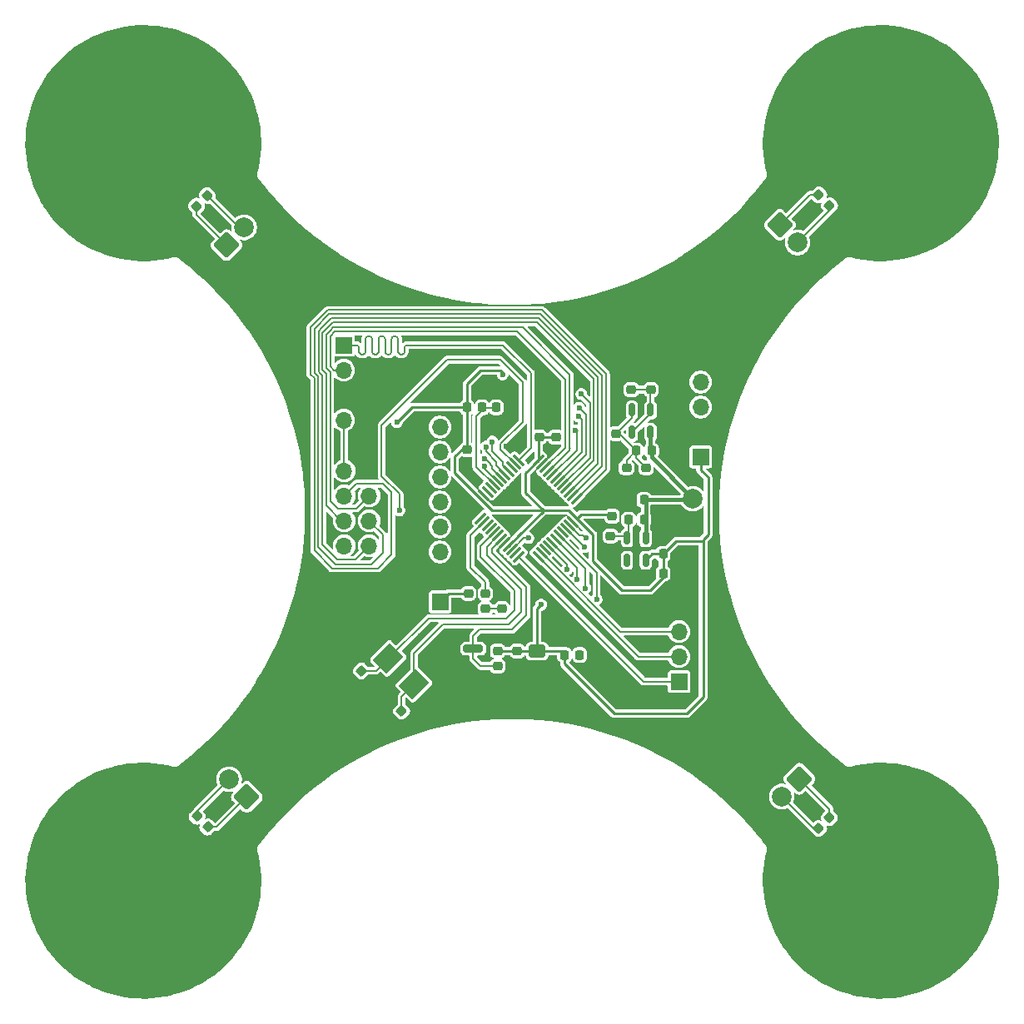
<source format=gbr>
%TF.GenerationSoftware,KiCad,Pcbnew,9.0.0*%
%TF.CreationDate,2025-07-07T00:26:12+07:00*%
%TF.ProjectId,MiniDrone_aDat,4d696e69-4472-46f6-9e65-5f614461742e,rev?*%
%TF.SameCoordinates,Original*%
%TF.FileFunction,Copper,L1,Top*%
%TF.FilePolarity,Positive*%
%FSLAX45Y45*%
G04 Gerber Fmt 4.5, Leading zero omitted, Abs format (unit mm)*
G04 Created by KiCad (PCBNEW 9.0.0) date 2025-07-07 00:26:12*
%MOMM*%
%LPD*%
G01*
G04 APERTURE LIST*
G04 Aperture macros list*
%AMRoundRect*
0 Rectangle with rounded corners*
0 $1 Rounding radius*
0 $2 $3 $4 $5 $6 $7 $8 $9 X,Y pos of 4 corners*
0 Add a 4 corners polygon primitive as box body*
4,1,4,$2,$3,$4,$5,$6,$7,$8,$9,$2,$3,0*
0 Add four circle primitives for the rounded corners*
1,1,$1+$1,$2,$3*
1,1,$1+$1,$4,$5*
1,1,$1+$1,$6,$7*
1,1,$1+$1,$8,$9*
0 Add four rect primitives between the rounded corners*
20,1,$1+$1,$2,$3,$4,$5,0*
20,1,$1+$1,$4,$5,$6,$7,0*
20,1,$1+$1,$6,$7,$8,$9,0*
20,1,$1+$1,$8,$9,$2,$3,0*%
%AMRotRect*
0 Rectangle, with rotation*
0 The origin of the aperture is its center*
0 $1 length*
0 $2 width*
0 $3 Rotation angle, in degrees counterclockwise*
0 Add horizontal line*
21,1,$1,$2,0,0,$3*%
G04 Aperture macros list end*
%TA.AperFunction,SMDPad,CuDef*%
%ADD10RoundRect,0.225000X-0.250000X0.225000X-0.250000X-0.225000X0.250000X-0.225000X0.250000X0.225000X0*%
%TD*%
%TA.AperFunction,SMDPad,CuDef*%
%ADD11RoundRect,0.225000X-0.225000X-0.250000X0.225000X-0.250000X0.225000X0.250000X-0.225000X0.250000X0*%
%TD*%
%TA.AperFunction,ComponentPad*%
%ADD12C,2.500000*%
%TD*%
%TA.AperFunction,ComponentPad*%
%ADD13C,9.000000*%
%TD*%
%TA.AperFunction,SMDPad,CuDef*%
%ADD14RoundRect,0.250000X-0.600000X0.400000X-0.600000X-0.400000X0.600000X-0.400000X0.600000X0.400000X0*%
%TD*%
%TA.AperFunction,ComponentPad*%
%ADD15R,1.700000X1.700000*%
%TD*%
%TA.AperFunction,ComponentPad*%
%ADD16O,1.700000X1.700000*%
%TD*%
%TA.AperFunction,SMDPad,CuDef*%
%ADD17RoundRect,0.225000X0.250000X-0.225000X0.250000X0.225000X-0.250000X0.225000X-0.250000X-0.225000X0*%
%TD*%
%TA.AperFunction,SMDPad,CuDef*%
%ADD18RoundRect,0.200000X0.800000X-0.200000X0.800000X0.200000X-0.800000X0.200000X-0.800000X-0.200000X0*%
%TD*%
%TA.AperFunction,SMDPad,CuDef*%
%ADD19RoundRect,0.225000X0.017678X-0.335876X0.335876X-0.017678X-0.017678X0.335876X-0.335876X0.017678X0*%
%TD*%
%TA.AperFunction,SMDPad,CuDef*%
%ADD20RoundRect,0.225000X-0.017678X0.335876X-0.335876X0.017678X0.017678X-0.335876X0.335876X-0.017678X0*%
%TD*%
%TA.AperFunction,SMDPad,CuDef*%
%ADD21RotRect,2.000000X2.400000X135.000000*%
%TD*%
%TA.AperFunction,SMDPad,CuDef*%
%ADD22RoundRect,0.225000X0.225000X0.250000X-0.225000X0.250000X-0.225000X-0.250000X0.225000X-0.250000X0*%
%TD*%
%TA.AperFunction,SMDPad,CuDef*%
%ADD23RoundRect,0.075000X-0.415425X-0.521491X0.521491X0.415425X0.415425X0.521491X-0.521491X-0.415425X0*%
%TD*%
%TA.AperFunction,SMDPad,CuDef*%
%ADD24RoundRect,0.075000X0.415425X-0.521491X0.521491X-0.415425X-0.415425X0.521491X-0.521491X0.415425X0*%
%TD*%
%TA.AperFunction,SMDPad,CuDef*%
%ADD25RoundRect,0.150000X-0.150000X0.512500X-0.150000X-0.512500X0.150000X-0.512500X0.150000X0.512500X0*%
%TD*%
%TA.AperFunction,SMDPad,CuDef*%
%ADD26RoundRect,0.225000X0.335876X0.017678X0.017678X0.335876X-0.335876X-0.017678X-0.017678X-0.335876X0*%
%TD*%
%TA.AperFunction,SMDPad,CuDef*%
%ADD27RoundRect,0.225000X-0.335876X-0.017678X-0.017678X-0.335876X0.335876X0.017678X0.017678X0.335876X0*%
%TD*%
%TA.AperFunction,ComponentPad*%
%ADD28RoundRect,0.250000X0.750000X-0.750000X0.750000X0.750000X-0.750000X0.750000X-0.750000X-0.750000X0*%
%TD*%
%TA.AperFunction,ComponentPad*%
%ADD29C,2.000000*%
%TD*%
%TA.AperFunction,ComponentPad*%
%ADD30RoundRect,0.250000X0.000000X1.060660X-1.060660X0.000000X0.000000X-1.060660X1.060660X0.000000X0*%
%TD*%
%TA.AperFunction,ComponentPad*%
%ADD31RoundRect,0.250000X1.060660X0.000000X0.000000X1.060660X-1.060660X0.000000X0.000000X-1.060660X0*%
%TD*%
%TA.AperFunction,ComponentPad*%
%ADD32RoundRect,0.250000X0.000000X-1.060660X1.060660X0.000000X0.000000X1.060660X-1.060660X0.000000X0*%
%TD*%
%TA.AperFunction,ComponentPad*%
%ADD33RoundRect,0.250000X-1.060660X0.000000X0.000000X-1.060660X1.060660X0.000000X0.000000X1.060660X0*%
%TD*%
%TA.AperFunction,ViaPad*%
%ADD34C,0.600000*%
%TD*%
%TA.AperFunction,Conductor*%
%ADD35C,0.270000*%
%TD*%
%TA.AperFunction,Conductor*%
%ADD36C,0.200000*%
%TD*%
%TA.AperFunction,Conductor*%
%ADD37C,0.400000*%
%TD*%
G04 APERTURE END LIST*
D10*
%TO.P,C16,1*%
%TO.N,Net-(U4-+)*%
X11625750Y-9397000D03*
%TO.P,C16,2*%
%TO.N,GND*%
X11625750Y-9552000D03*
%TD*%
D11*
%TO.P,R8,1*%
%TO.N,Net-(U4-+)*%
X11525750Y-9224500D03*
%TO.P,R8,2*%
%TO.N,Vin*%
X11680750Y-9224500D03*
%TD*%
D10*
%TO.P,R5,1*%
%TO.N,Net-(U2-EN)*%
X11263750Y-10091000D03*
%TO.P,R5,2*%
%TO.N,GND*%
X11263750Y-10246000D03*
%TD*%
D12*
%TO.P,Scr11,GND,GND*%
%TO.N,GND*%
X6515634Y-6894980D03*
%TD*%
D10*
%TO.P,C5,1*%
%TO.N,+3V3*%
X9819750Y-10675000D03*
%TO.P,C5,2*%
%TO.N,GND*%
X9819750Y-10830000D03*
%TD*%
D13*
%TO.P,Mt4,GND,GND*%
%TO.N,GND*%
X14015634Y-13593382D03*
%TD*%
%TO.P,Mt3,GND,GND*%
%TO.N,GND*%
X6515634Y-13593382D03*
%TD*%
D14*
%TO.P,D2,1,K*%
%TO.N,+3V3*%
X10515750Y-11262500D03*
%TO.P,D2,2,A*%
%TO.N,GND*%
X10515750Y-11612500D03*
%TD*%
D10*
%TO.P,C4,1*%
%TO.N,+3V3*%
X10315750Y-11260000D03*
%TO.P,C4,2*%
%TO.N,GND*%
X10315750Y-11415000D03*
%TD*%
D15*
%TO.P,J9,1,Pin_1*%
%TO.N,/TopLevelDesign/SWCLK*%
X8549750Y-8152500D03*
D16*
%TO.P,J9,2,Pin_2*%
%TO.N,/TopLevelDesign/SWDIO*%
X8549750Y-8406500D03*
%TO.P,J9,3,Pin_3*%
%TO.N,GND*%
X8549750Y-8660500D03*
%TO.P,J9,4,Pin_4*%
%TO.N,+3V3*%
X8549750Y-8914500D03*
%TD*%
D11*
%TO.P,R7,1*%
%TO.N,+3V3*%
X10795250Y-11300500D03*
%TO.P,R7,2*%
%TO.N,Vin*%
X10950250Y-11300500D03*
%TD*%
D17*
%TO.P,C2,1*%
%TO.N,+3V3*%
X10536750Y-9085000D03*
%TO.P,C2,2*%
%TO.N,GND*%
X10536750Y-8930000D03*
%TD*%
D18*
%TO.P,SW1,1,1*%
%TO.N,GND*%
X9865750Y-11657500D03*
%TO.P,SW1,2,2*%
%TO.N,Net-(U1-NRST)*%
X9865750Y-11237500D03*
%TD*%
D10*
%TO.P,C14,1*%
%TO.N,Net-(U4-+)*%
X11425750Y-9397000D03*
%TO.P,C14,2*%
%TO.N,GND*%
X11425750Y-9552000D03*
%TD*%
D19*
%TO.P,C23,1*%
%TO.N,/TopLevelDesign/HBridge/H2_OUTB2*%
X13379499Y-13066538D03*
%TO.P,C23,2*%
%TO.N,/TopLevelDesign/HBridge/H2_OUTA2*%
X13489100Y-12956936D03*
%TD*%
D12*
%TO.P,Scr5,GND,GND*%
%TO.N,GND*%
X5978750Y-5496500D03*
%TD*%
%TO.P,Scr6,GND,GND*%
%TO.N,GND*%
X14015634Y-6895226D03*
%TD*%
D11*
%TO.P,R6,1*%
%TO.N,Net-(U2-EN)*%
X11448250Y-9924500D03*
%TO.P,R6,2*%
%TO.N,Vin*%
X11603250Y-9924500D03*
%TD*%
%TO.P,C1,1*%
%TO.N,+3V3*%
X11798250Y-10274500D03*
%TO.P,C1,2*%
%TO.N,GND*%
X11953250Y-10274500D03*
%TD*%
D20*
%TO.P,C19,1*%
%TO.N,/TopLevelDesign/HBridge/H1_OUTB2*%
X7163001Y-6628462D03*
%TO.P,C19,2*%
%TO.N,/TopLevelDesign/HBridge/H1_OUTA2*%
X7053400Y-6738063D03*
%TD*%
D10*
%TO.P,R1,1*%
%TO.N,+3V3*%
X10115750Y-11260000D03*
%TO.P,R1,2*%
%TO.N,Net-(U1-NRST)*%
X10115750Y-11415000D03*
%TD*%
D17*
%TO.P,R9,1*%
%TO.N,Net-(U4-+)*%
X11320750Y-9052000D03*
%TO.P,R9,2*%
%TO.N,GND*%
X11320750Y-8897000D03*
%TD*%
D21*
%TO.P,Y1,1,1*%
%TO.N,Net-(U1-PD1)*%
X9265366Y-11598116D03*
%TO.P,Y1,2,2*%
%TO.N,Net-(U1-PD0)*%
X9003736Y-11336486D03*
%TD*%
D22*
%TO.P,C11,1*%
%TO.N,Vin*%
X11603250Y-9724500D03*
%TO.P,C11,2*%
%TO.N,GND*%
X11448250Y-9724500D03*
%TD*%
D12*
%TO.P,Scr7,GND,GND*%
%TO.N,GND*%
X7317773Y-13593382D03*
%TD*%
D13*
%TO.P,Mt2,GND,GND*%
%TO.N,GND*%
X6515634Y-6093383D03*
%TD*%
D22*
%TO.P,R2,1*%
%TO.N,GND*%
X10256250Y-8784500D03*
%TO.P,R2,2*%
%TO.N,Net-(U1-BOOT0)*%
X10101250Y-8784500D03*
%TD*%
D12*
%TO.P,Scr15,GND,GND*%
%TO.N,GND*%
X6515634Y-12791243D03*
%TD*%
D11*
%TO.P,C8,1*%
%TO.N,+3V3*%
X11798250Y-10474500D03*
%TO.P,C8,2*%
%TO.N,GND*%
X11953250Y-10474500D03*
%TD*%
D23*
%TO.P,U1,1,VBAT*%
%TO.N,unconnected-(U1-VBAT-Pad1)*%
X9940962Y-9912379D03*
%TO.P,U1,2,PC13*%
%TO.N,Net-(U1-PC13)*%
X9976318Y-9947734D03*
%TO.P,U1,3,PC14*%
%TO.N,/TopLevelDesign/MCU/PC14*%
X10011673Y-9983090D03*
%TO.P,U1,4,PC15*%
%TO.N,/TopLevelDesign/MCU/PC15*%
X10047029Y-10018445D03*
%TO.P,U1,5,PD0*%
%TO.N,Net-(U1-PD0)*%
X10082384Y-10053800D03*
%TO.P,U1,6,PD1*%
%TO.N,Net-(U1-PD1)*%
X10117739Y-10089156D03*
%TO.P,U1,7,NRST*%
%TO.N,Net-(U1-NRST)*%
X10153095Y-10124511D03*
%TO.P,U1,8,VSSA*%
%TO.N,GND*%
X10188450Y-10159866D03*
%TO.P,U1,9,VDDA*%
%TO.N,+3V3*%
X10223805Y-10195222D03*
%TO.P,U1,10,PA0*%
%TO.N,/TopLevelDesign/MCU/PA0*%
X10259161Y-10230577D03*
%TO.P,U1,11,PA1*%
%TO.N,/TopLevelDesign/MCU/PA1*%
X10294516Y-10265932D03*
%TO.P,U1,12,PA2*%
%TO.N,/TopLevelDesign/PA2*%
X10329871Y-10301288D03*
D24*
%TO.P,U1,13,PA3*%
%TO.N,/TopLevelDesign/PA3*%
X10529629Y-10301288D03*
%TO.P,U1,14,PA4*%
%TO.N,/TopLevelDesign/PA4*%
X10564984Y-10265932D03*
%TO.P,U1,15,PA5*%
%TO.N,/TopLevelDesign/MCU/PA5*%
X10600340Y-10230577D03*
%TO.P,U1,16,PA6*%
%TO.N,/TopLevelDesign/HBridge/H2_INA1*%
X10635695Y-10195222D03*
%TO.P,U1,17,PA7*%
%TO.N,/TopLevelDesign/HBridge/H2_INB1*%
X10671050Y-10159866D03*
%TO.P,U1,18,PB0*%
%TO.N,/TopLevelDesign/HBridge/H2_INA2*%
X10706406Y-10124511D03*
%TO.P,U1,19,PB1*%
%TO.N,/TopLevelDesign/HBridge/H2_INB2*%
X10741761Y-10089156D03*
%TO.P,U1,20,PB2*%
%TO.N,/TopLevelDesign/MCU/PB2*%
X10777116Y-10053800D03*
%TO.P,U1,21,PB10*%
%TO.N,/TopLevelDesign/PB10*%
X10812472Y-10018445D03*
%TO.P,U1,22,PB11*%
%TO.N,/TopLevelDesign/PB11*%
X10847827Y-9983090D03*
%TO.P,U1,23,VSS*%
%TO.N,GND*%
X10883182Y-9947734D03*
%TO.P,U1,24,VDD*%
%TO.N,+3V3*%
X10918538Y-9912379D03*
D23*
%TO.P,U1,25,PB12*%
%TO.N,/TopLevelDesign/PB12*%
X10918538Y-9712621D03*
%TO.P,U1,26,PB13*%
%TO.N,/TopLevelDesign/PB13*%
X10883182Y-9677266D03*
%TO.P,U1,27,PB14*%
%TO.N,/TopLevelDesign/PB14*%
X10847827Y-9641911D03*
%TO.P,U1,28,PB15*%
%TO.N,/TopLevelDesign/PB15*%
X10812472Y-9606555D03*
%TO.P,U1,29,PA8*%
%TO.N,/TopLevelDesign/HBridge/H1_INA1*%
X10777116Y-9571200D03*
%TO.P,U1,30,PA9*%
%TO.N,/TopLevelDesign/HBridge/H1_INB1*%
X10741761Y-9535845D03*
%TO.P,U1,31,PA10*%
%TO.N,/TopLevelDesign/HBridge/H1_INA2*%
X10706406Y-9500489D03*
%TO.P,U1,32,PA11*%
%TO.N,/TopLevelDesign/HBridge/H1_INB2*%
X10671050Y-9465134D03*
%TO.P,U1,33,PA12*%
%TO.N,/TopLevelDesign/PA12*%
X10635695Y-9429779D03*
%TO.P,U1,34,PA13*%
%TO.N,/TopLevelDesign/SWDIO*%
X10600340Y-9394423D03*
%TO.P,U1,35,VSS*%
%TO.N,GND*%
X10564984Y-9359068D03*
%TO.P,U1,36,VDD*%
%TO.N,+3V3*%
X10529629Y-9323712D03*
D24*
%TO.P,U1,37,PA14*%
%TO.N,/TopLevelDesign/SWCLK*%
X10329871Y-9323712D03*
%TO.P,U1,38,PA15*%
%TO.N,/TopLevelDesign/PA15*%
X10294516Y-9359068D03*
%TO.P,U1,39,PB3*%
%TO.N,/TopLevelDesign/MCU/PB3*%
X10259161Y-9394423D03*
%TO.P,U1,40,PB4*%
%TO.N,/TopLevelDesign/PB4*%
X10223805Y-9429779D03*
%TO.P,U1,41,PB5*%
%TO.N,/TopLevelDesign/PB5*%
X10188450Y-9465134D03*
%TO.P,U1,42,PB6*%
%TO.N,/TopLevelDesign/PB6*%
X10153095Y-9500489D03*
%TO.P,U1,43,PB7*%
%TO.N,/TopLevelDesign/PB7*%
X10117739Y-9535845D03*
%TO.P,U1,44,BOOT0*%
%TO.N,Net-(U1-BOOT0)*%
X10082384Y-9571200D03*
%TO.P,U1,45,PB8*%
%TO.N,/TopLevelDesign/MCU/PB8*%
X10047029Y-9606555D03*
%TO.P,U1,46,PB9*%
%TO.N,/TopLevelDesign/MCU/PB9*%
X10011673Y-9641911D03*
%TO.P,U1,47,VSS*%
%TO.N,GND*%
X9976318Y-9677266D03*
%TO.P,U1,48,VDD*%
%TO.N,+3V3*%
X9940962Y-9712621D03*
%TD*%
D12*
%TO.P,Scr10,GND,GND*%
%TO.N,GND*%
X14621750Y-14123500D03*
%TD*%
D25*
%TO.P,U4,1*%
%TO.N,/TopLevelDesign/MCU/PA0*%
X11670750Y-8810750D03*
%TO.P,U4,2,V-*%
%TO.N,GND*%
X11575750Y-8810750D03*
%TO.P,U4,3,+*%
%TO.N,Net-(U4-+)*%
X11480750Y-8810750D03*
%TO.P,U4,4,-*%
%TO.N,/TopLevelDesign/MCU/PA0*%
X11480750Y-9038250D03*
%TO.P,U4,5,V+*%
%TO.N,Vin*%
X11670750Y-9038250D03*
%TD*%
D12*
%TO.P,Scr9,GND,GND*%
%TO.N,GND*%
X13213791Y-6093383D03*
%TD*%
D15*
%TO.P,J7,1,Pin_1*%
%TO.N,/TopLevelDesign/PA2*%
X11959750Y-11572500D03*
D16*
%TO.P,J7,2,Pin_2*%
%TO.N,/TopLevelDesign/PA3*%
X11959750Y-11318500D03*
%TO.P,J7,3,Pin_3*%
%TO.N,/TopLevelDesign/PA4*%
X11959750Y-11064500D03*
%TO.P,J7,4,Pin_4*%
%TO.N,GND*%
X11959750Y-10810500D03*
%TD*%
D22*
%TO.P,R3,1*%
%TO.N,Net-(U1-BOOT0)*%
X9956250Y-8784500D03*
%TO.P,R3,2*%
%TO.N,+3V3*%
X9801250Y-8784500D03*
%TD*%
D17*
%TO.P,C20,1*%
%TO.N,/TopLevelDesign/MCU/PA0*%
X11475750Y-8602000D03*
%TO.P,C20,2*%
%TO.N,GND*%
X11475750Y-8447000D03*
%TD*%
D12*
%TO.P,Scr16,GND,GND*%
%TO.N,GND*%
X13214963Y-13593382D03*
%TD*%
D10*
%TO.P,D1,1,K*%
%TO.N,GND*%
X10159750Y-10675000D03*
%TO.P,D1,2,A*%
%TO.N,Net-(D1-A)*%
X10159750Y-10830000D03*
%TD*%
%TO.P,C7,1*%
%TO.N,+3V3*%
X9807250Y-9212500D03*
%TO.P,C7,2*%
%TO.N,GND*%
X9807250Y-9367500D03*
%TD*%
D17*
%TO.P,C18,1*%
%TO.N,/TopLevelDesign/MCU/PA0*%
X11675750Y-8602000D03*
%TO.P,C18,2*%
%TO.N,GND*%
X11675750Y-8447000D03*
%TD*%
D26*
%TO.P,C17,1*%
%TO.N,/TopLevelDesign/HBridge/H1_OUTB1*%
X13489788Y-6732751D03*
%TO.P,C17,2*%
%TO.N,/TopLevelDesign/HBridge/H1_OUTA1*%
X13380186Y-6623150D03*
%TD*%
D17*
%TO.P,C6,1*%
%TO.N,+3V3*%
X10706750Y-9085000D03*
%TO.P,C6,2*%
%TO.N,GND*%
X10706750Y-8930000D03*
%TD*%
D12*
%TO.P,Scr12,GND,GND*%
%TO.N,GND*%
X5923750Y-14144500D03*
%TD*%
D10*
%TO.P,R4,1*%
%TO.N,Net-(U1-PC13)*%
X9989750Y-10675000D03*
%TO.P,R4,2*%
%TO.N,Net-(D1-A)*%
X9989750Y-10830000D03*
%TD*%
D13*
%TO.P,Mt1,GND,GND*%
%TO.N,GND*%
X14004750Y-6052500D03*
%TD*%
D17*
%TO.P,C12,1*%
%TO.N,+3V3*%
X11279750Y-9890000D03*
%TO.P,C12,2*%
%TO.N,GND*%
X11279750Y-9735000D03*
%TD*%
D27*
%TO.P,C21,1*%
%TO.N,/TopLevelDesign/HBridge/H2_OUTB1*%
X7058712Y-12941249D03*
%TO.P,C21,2*%
%TO.N,/TopLevelDesign/HBridge/H2_OUTA1*%
X7168313Y-13050850D03*
%TD*%
%TO.P,C10,1*%
%TO.N,Net-(U1-PD0)*%
X8729750Y-11462500D03*
%TO.P,C10,2*%
%TO.N,GND*%
X8839352Y-11572102D03*
%TD*%
D28*
%TO.P,J5,1,Pin_1*%
%TO.N,GND*%
X12100500Y-9966000D03*
D29*
%TO.P,J5,2,Pin_2*%
%TO.N,Vin*%
X12100500Y-9712000D03*
%TD*%
D26*
%TO.P,C9,1*%
%TO.N,Net-(U1-PD1)*%
X9139352Y-11872102D03*
%TO.P,C9,2*%
%TO.N,GND*%
X9029750Y-11762500D03*
%TD*%
D12*
%TO.P,Scr14,GND,GND*%
%TO.N,GND*%
X14528750Y-5476500D03*
%TD*%
D25*
%TO.P,U2,1,VIN*%
%TO.N,Vin*%
X11620750Y-10110750D03*
%TO.P,U2,2,GND*%
%TO.N,GND*%
X11525750Y-10110750D03*
%TO.P,U2,3,EN*%
%TO.N,Net-(U2-EN)*%
X11430750Y-10110750D03*
%TO.P,U2,4,SENSE/ADJ*%
%TO.N,unconnected-(U2-SENSE{slash}ADJ-Pad4)*%
X11430750Y-10338250D03*
%TO.P,U2,5,VOUT*%
%TO.N,+3V3*%
X11620750Y-10338250D03*
%TD*%
D12*
%TO.P,Scr8,GND,GND*%
%TO.N,GND*%
X7317231Y-6093383D03*
%TD*%
%TO.P,Scr13,GND,GND*%
%TO.N,GND*%
X14015634Y-12792711D03*
%TD*%
D30*
%TO.P,J3,1,Pin_1*%
%TO.N,/TopLevelDesign/HBridge/H2_OUTA2*%
X13184299Y-12561737D03*
D29*
%TO.P,J3,2,Pin_2*%
%TO.N,/TopLevelDesign/HBridge/H2_OUTB2*%
X13004694Y-12741342D03*
%TD*%
D31*
%TO.P,J4,1,Pin_1*%
%TO.N,/TopLevelDesign/HBridge/H2_OUTA1*%
X7563513Y-12746049D03*
D29*
%TO.P,J4,2,Pin_2*%
%TO.N,/TopLevelDesign/HBridge/H2_OUTB1*%
X7383908Y-12566444D03*
%TD*%
D12*
%TO.P,Scr2,GND,GND*%
%TO.N,GND*%
X7931750Y-7502500D03*
%TD*%
D15*
%TO.P,J10,1,Pin_1*%
%TO.N,+3V3*%
X12179750Y-9288500D03*
D16*
%TO.P,J10,2,Pin_2*%
%TO.N,GND*%
X12179750Y-9034500D03*
%TO.P,J10,3,Pin_3*%
%TO.N,/TopLevelDesign/PB10*%
X12179750Y-8780500D03*
%TO.P,J10,4,Pin_4*%
%TO.N,/TopLevelDesign/PB11*%
X12179750Y-8526500D03*
%TD*%
D15*
%TO.P,J8,1,Pin_1*%
%TO.N,GND*%
X8808250Y-9429500D03*
D16*
%TO.P,J8,2,Pin_2*%
%TO.N,+3V3*%
X8554250Y-9429500D03*
%TO.P,J8,3,Pin_3*%
%TO.N,/TopLevelDesign/PA12*%
X8808250Y-9683500D03*
%TO.P,J8,4,Pin_4*%
%TO.N,/TopLevelDesign/PB12*%
X8554250Y-9683500D03*
%TO.P,J8,5,Pin_5*%
%TO.N,/TopLevelDesign/PB13*%
X8808250Y-9937500D03*
%TO.P,J8,6,Pin_6*%
%TO.N,/TopLevelDesign/PB15*%
X8554250Y-9937500D03*
%TO.P,J8,7,Pin_7*%
%TO.N,/TopLevelDesign/PB14*%
X8808250Y-10191500D03*
%TO.P,J8,8,Pin_8*%
%TO.N,/TopLevelDesign/PA15*%
X8554250Y-10191500D03*
%TD*%
D12*
%TO.P,Scr1,GND,GND*%
%TO.N,GND*%
X12639750Y-7501500D03*
%TD*%
D32*
%TO.P,J2,1,Pin_1*%
%TO.N,/TopLevelDesign/HBridge/H1_OUTA2*%
X7358200Y-7133263D03*
D29*
%TO.P,J2,2,Pin_2*%
%TO.N,/TopLevelDesign/HBridge/H1_OUTB2*%
X7537806Y-6953658D03*
%TD*%
D33*
%TO.P,J1,1,Pin_1*%
%TO.N,/TopLevelDesign/HBridge/H1_OUTA1*%
X12984987Y-6927950D03*
D29*
%TO.P,J1,2,Pin_2*%
%TO.N,/TopLevelDesign/HBridge/H1_OUTB1*%
X13164592Y-7107556D03*
%TD*%
D12*
%TO.P,Scr3,GND,GND*%
%TO.N,GND*%
X12655750Y-12158500D03*
%TD*%
%TO.P,Scr4,GND,GND*%
%TO.N,GND*%
X7936750Y-12163500D03*
%TD*%
D15*
%TO.P,J6,1,Pin_1*%
%TO.N,+3V3*%
X9529750Y-10762500D03*
D16*
%TO.P,J6,2,Pin_2*%
%TO.N,GND*%
X9529750Y-10508500D03*
%TO.P,J6,3,Pin_3*%
%TO.N,/TopLevelDesign/PB6*%
X9529750Y-10254500D03*
%TO.P,J6,4,Pin_4*%
%TO.N,/TopLevelDesign/PB7*%
X9529750Y-10000500D03*
%TO.P,J6,5,Pin_5*%
%TO.N,unconnected-(J6-Pin_5-Pad5)*%
X9529750Y-9746500D03*
%TO.P,J6,6,Pin_6*%
%TO.N,unconnected-(J6-Pin_6-Pad6)*%
X9529750Y-9492500D03*
%TO.P,J6,7,Pin_7*%
%TO.N,/TopLevelDesign/PB4*%
X9529750Y-9238500D03*
%TO.P,J6,8,Pin_8*%
%TO.N,/TopLevelDesign/PB5*%
X9529750Y-8984500D03*
%TD*%
D34*
%TO.N,+3V3*%
X9802250Y-8779500D03*
X10166250Y-8448500D03*
X9089750Y-8933000D03*
X10556750Y-10791500D03*
X10793000Y-11298250D03*
%TO.N,GND*%
X8177750Y-10778500D03*
X10995750Y-9788500D03*
X9504750Y-8081500D03*
X8907750Y-8513500D03*
X9511750Y-8643500D03*
X10284750Y-9950500D03*
X10767750Y-9763500D03*
X10642750Y-10729500D03*
X11808750Y-9852500D03*
X10521750Y-9580500D03*
X11149750Y-10256500D03*
X11956750Y-8641500D03*
X8832750Y-9115500D03*
X11830750Y-9609500D03*
X8554750Y-11015500D03*
X11347750Y-8364500D03*
X10024750Y-9000500D03*
X12006750Y-8347500D03*
X10205750Y-9180500D03*
X10256750Y-8783500D03*
X9331750Y-11110500D03*
X9743750Y-10243500D03*
X9496750Y-11278500D03*
X10381750Y-9095500D03*
X10981750Y-8511500D03*
X8658750Y-7493500D03*
X10051750Y-10514500D03*
X7929750Y-7966500D03*
X10590750Y-9980500D03*
X10221750Y-11878500D03*
X10377750Y-10464500D03*
X12623750Y-11572500D03*
X11588750Y-8282500D03*
X11445750Y-10782500D03*
X9187750Y-10167500D03*
X9587750Y-8501500D03*
X12347750Y-7999500D03*
X9177750Y-8470500D03*
X9781750Y-9887500D03*
X10303750Y-9696500D03*
X11912750Y-9030500D03*
X12071750Y-9430500D03*
X9232750Y-9415500D03*
X9878750Y-9510500D03*
X11667750Y-10505500D03*
X11622750Y-7635500D03*
X8776750Y-12077500D03*
X11434750Y-12055500D03*
X10659750Y-9211500D03*
X8969750Y-9811500D03*
X11623968Y-11190470D03*
%TO.N,Vin*%
X10950250Y-11300500D03*
X11680750Y-9224500D03*
%TO.N,/TopLevelDesign/MCU/PA0*%
X11475750Y-8602000D03*
X10428750Y-10113500D03*
%TO.N,/TopLevelDesign/PB7*%
X9979750Y-9382500D03*
%TO.N,/TopLevelDesign/PB5*%
X9998292Y-9183715D03*
%TO.N,/TopLevelDesign/PB6*%
X9979750Y-9302358D03*
%TO.N,/TopLevelDesign/PB4*%
X10059750Y-9132500D03*
%TO.N,/TopLevelDesign/PA15*%
X9116750Y-9831500D03*
%TO.N,/TopLevelDesign/PB11*%
X11016750Y-10107500D03*
%TO.N,/TopLevelDesign/PB10*%
X11001750Y-10206500D03*
%TO.N,/TopLevelDesign/HBridge/H2_INB2*%
X11120750Y-10735500D03*
%TO.N,/TopLevelDesign/HBridge/H1_INB2*%
X10907750Y-9015500D03*
%TO.N,/TopLevelDesign/HBridge/H2_INA1*%
X10818578Y-10434673D03*
%TO.N,/TopLevelDesign/HBridge/H1_INA2*%
X10936750Y-8876500D03*
%TO.N,/TopLevelDesign/HBridge/H1_INB1*%
X10945766Y-8789071D03*
%TO.N,/TopLevelDesign/HBridge/H2_INB1*%
X10923750Y-10535500D03*
%TO.N,/TopLevelDesign/HBridge/H1_INA1*%
X10965750Y-8648500D03*
%TO.N,/TopLevelDesign/HBridge/H2_INA2*%
X11006578Y-10622673D03*
%TD*%
D35*
%TO.N,+3V3*%
X11927250Y-10145500D02*
X11798250Y-10274500D01*
D36*
X8554250Y-8919000D02*
X8549750Y-8914500D01*
D35*
X10736750Y-9085000D02*
X10536750Y-9085000D01*
X10331644Y-10088606D02*
X10331644Y-10087606D01*
X9089750Y-8933000D02*
X9243250Y-8779500D01*
X9940962Y-9712621D02*
X9679750Y-9451409D01*
X11084750Y-10076500D02*
X11084750Y-10348500D01*
X10060750Y-9832500D02*
X10578756Y-9832500D01*
X9802250Y-8779500D02*
X9802250Y-9207500D01*
X10960416Y-9870500D02*
X11239750Y-9870500D01*
X10330644Y-10087606D02*
X10331644Y-10087606D01*
X9679750Y-9283500D02*
X9750750Y-9212500D01*
X9940962Y-9712621D02*
X9940962Y-9712712D01*
X9939250Y-8407000D02*
X9802250Y-8544000D01*
X9750750Y-9212500D02*
X9807250Y-9212500D01*
X10400750Y-9654494D02*
X10400750Y-9452591D01*
X12255750Y-10079500D02*
X12255750Y-9496500D01*
X10578756Y-9840494D02*
X10578756Y-9832500D01*
X10556750Y-10791500D02*
X10515750Y-10832500D01*
X10578756Y-9832500D02*
X10400750Y-9654494D01*
X10795250Y-11300500D02*
X10795250Y-11392000D01*
X10144750Y-8407000D02*
X9939250Y-8407000D01*
X10918538Y-9912379D02*
X10920629Y-9912379D01*
X10115750Y-11260000D02*
X10754750Y-11260000D01*
X10223805Y-10195222D02*
X10223805Y-10194445D01*
X10223805Y-10194445D02*
X10330644Y-10087606D01*
X10529629Y-9120121D02*
X10559750Y-9090000D01*
X11684500Y-10274500D02*
X11798250Y-10274500D01*
X10331644Y-10087606D02*
X10578756Y-9840494D01*
X10578756Y-9832500D02*
X10838659Y-9832500D01*
X11664750Y-10643500D02*
X11798250Y-10510000D01*
X10529629Y-9323712D02*
X10529629Y-9120121D01*
X9679750Y-9451409D02*
X9679750Y-9283500D01*
X9616750Y-10675500D02*
X9819250Y-10675500D01*
X12255750Y-9496500D02*
X12179750Y-9420500D01*
X9802250Y-8544000D02*
X9802250Y-8779500D01*
X10342527Y-10076500D02*
X10343750Y-10076500D01*
X10918538Y-9912379D02*
X10960416Y-9870500D01*
X10400750Y-9452591D02*
X10529629Y-9323712D01*
X12179750Y-9420500D02*
X12179750Y-9288500D01*
X9802250Y-9207500D02*
X9807250Y-9212500D01*
X10838659Y-9832500D02*
X10918538Y-9912379D01*
X11262250Y-9872500D02*
X11279750Y-9890000D01*
X12040750Y-11895500D02*
X12204750Y-11731500D01*
X11379750Y-10643500D02*
X11664750Y-10643500D01*
X10754750Y-11260000D02*
X10793000Y-11298250D01*
X11298750Y-11895500D02*
X12040750Y-11895500D01*
X11239750Y-9870500D02*
X11262250Y-9893000D01*
X10166250Y-8428500D02*
X10144750Y-8407000D01*
X11262250Y-9893000D02*
X11262250Y-9872500D01*
X10795250Y-11392000D02*
X11298750Y-11895500D01*
X10920629Y-9912379D02*
X11084750Y-10076500D01*
X9243250Y-8779500D02*
X9802250Y-8779500D01*
X11084750Y-10348500D02*
X11379750Y-10643500D01*
X9819250Y-10675500D02*
X9819750Y-10675000D01*
X11620750Y-10338250D02*
X11684500Y-10274500D01*
X11798250Y-10474500D02*
X11798250Y-10274500D01*
X9529750Y-10762500D02*
X9616750Y-10675500D01*
X12204750Y-10130500D02*
X12255750Y-10079500D01*
X12204750Y-11731500D02*
X12204750Y-10130500D01*
X9940962Y-9712712D02*
X10060750Y-9832500D01*
X10166250Y-8448500D02*
X10166250Y-8428500D01*
X10793000Y-11298250D02*
X10795250Y-11300500D01*
D36*
X8554250Y-9429500D02*
X8554250Y-8919000D01*
D35*
X12189750Y-10145500D02*
X11927250Y-10145500D01*
X10515750Y-10832500D02*
X10515750Y-11262500D01*
X11798250Y-10510000D02*
X11798250Y-10474500D01*
D36*
%TO.N,Net-(U1-PD1)*%
X10003850Y-10203045D02*
X10117739Y-10089156D01*
X9265366Y-11283884D02*
X9555750Y-10993500D01*
X10354750Y-10636500D02*
X10003850Y-10285600D01*
X10225750Y-10993500D02*
X10354750Y-10864500D01*
X9139352Y-11872102D02*
X9139352Y-11724130D01*
X10003850Y-10285600D02*
X10003850Y-10203045D01*
X10354750Y-10864500D02*
X10354750Y-10636500D01*
X9139352Y-11724130D02*
X9265366Y-11598116D01*
X9265366Y-11598116D02*
X9265366Y-11283884D01*
X9555750Y-10993500D02*
X10225750Y-10993500D01*
%TO.N,Net-(U1-PD0)*%
X8877722Y-11462500D02*
X9003736Y-11336486D01*
X9410722Y-10929500D02*
X9003736Y-11336486D01*
X9942750Y-10302500D02*
X10284750Y-10644500D01*
X10284750Y-10644500D02*
X10284750Y-10848500D01*
X10082384Y-10053800D02*
X9942750Y-10193434D01*
X10203750Y-10929500D02*
X9410722Y-10929500D01*
X10284750Y-10848500D02*
X10203750Y-10929500D01*
X8729750Y-11462500D02*
X8877722Y-11462500D01*
X9942750Y-10193434D02*
X9942750Y-10302500D01*
D37*
%TO.N,Vin*%
X12101500Y-9648000D02*
X12025000Y-9724500D01*
X11620750Y-9742000D02*
X11603250Y-9724500D01*
X11620750Y-10110750D02*
X11620750Y-9742000D01*
X12025000Y-9724500D02*
X11603250Y-9724500D01*
X11670750Y-9214500D02*
X11680750Y-9224500D01*
X11680750Y-9292250D02*
X12100500Y-9712000D01*
X11670750Y-9038250D02*
X11670750Y-9214500D01*
X11680750Y-9224500D02*
X11680750Y-9292250D01*
D36*
%TO.N,Net-(U4-+)*%
X11425750Y-9324500D02*
X11525750Y-9224500D01*
X11320750Y-9052000D02*
X11480750Y-8892000D01*
X11525750Y-9297000D02*
X11625750Y-9397000D01*
X11525750Y-9224500D02*
X11525750Y-9297000D01*
X11353250Y-9052000D02*
X11525750Y-9224500D01*
X11320750Y-9052000D02*
X11353250Y-9052000D01*
X11480750Y-8892000D02*
X11480750Y-8810750D01*
X11425750Y-9397000D02*
X11425750Y-9324500D01*
%TO.N,/TopLevelDesign/HBridge/H1_OUTB1*%
X13164592Y-7107556D02*
X13489788Y-6782360D01*
X13489788Y-6782360D02*
X13489788Y-6732751D01*
%TO.N,/TopLevelDesign/HBridge/H1_OUTA1*%
X13289788Y-6623150D02*
X13380186Y-6623150D01*
X12984987Y-6927950D02*
X13289788Y-6623150D01*
%TO.N,/TopLevelDesign/MCU/PA0*%
X11670750Y-8848250D02*
X11670750Y-8810750D01*
X10382750Y-10113500D02*
X10265673Y-10230577D01*
X11480750Y-9038250D02*
X11670750Y-8848250D01*
X10265673Y-10230577D02*
X10259161Y-10230577D01*
X11675750Y-8602000D02*
X11475750Y-8602000D01*
X11670750Y-8810750D02*
X11670750Y-8607000D01*
X11670750Y-8607000D02*
X11675750Y-8602000D01*
X10428750Y-10113500D02*
X10382750Y-10113500D01*
%TO.N,/TopLevelDesign/HBridge/H1_OUTB2*%
X7163001Y-6628462D02*
X7488197Y-6953658D01*
X7488197Y-6953658D02*
X7537806Y-6953658D01*
%TO.N,/TopLevelDesign/HBridge/H1_OUTA2*%
X7053400Y-6828462D02*
X7358200Y-7133263D01*
X7053400Y-6738063D02*
X7053400Y-6828462D01*
%TO.N,/TopLevelDesign/HBridge/H2_OUTB1*%
X7383908Y-12566444D02*
X7058712Y-12891640D01*
X7058712Y-12891640D02*
X7058712Y-12941249D01*
%TO.N,/TopLevelDesign/HBridge/H2_OUTA1*%
X7168313Y-13050850D02*
X7258712Y-13050850D01*
X7258712Y-13050850D02*
X7563513Y-12746049D01*
%TO.N,/TopLevelDesign/HBridge/H2_OUTA2*%
X13489100Y-12866538D02*
X13489100Y-12956936D01*
X13184299Y-12561737D02*
X13489100Y-12866538D01*
%TO.N,/TopLevelDesign/HBridge/H2_OUTB2*%
X13004694Y-12741342D02*
X13329890Y-13066538D01*
X13329890Y-13066538D02*
X13379499Y-13066538D01*
%TO.N,Net-(D1-A)*%
X9989750Y-10830000D02*
X10189750Y-10830000D01*
%TO.N,/TopLevelDesign/PB7*%
X10117739Y-9535845D02*
X10110858Y-9535845D01*
X9979750Y-9404737D02*
X9979750Y-9382500D01*
X10110858Y-9535845D02*
X9979750Y-9404737D01*
%TO.N,/TopLevelDesign/PB5*%
X9998292Y-9183715D02*
X9998292Y-9213947D01*
X9994745Y-9232500D02*
X10098297Y-9336052D01*
X10098297Y-9374981D02*
X10188450Y-9465134D01*
X10098297Y-9336052D02*
X10098297Y-9374981D01*
X9998292Y-9213947D02*
X9994745Y-9217495D01*
X9994745Y-9217495D02*
X9994745Y-9232500D01*
%TO.N,/TopLevelDesign/PB6*%
X10058197Y-9380946D02*
X10058197Y-9405591D01*
X10004644Y-9322400D02*
X10039850Y-9357606D01*
X9979750Y-9302500D02*
X9999650Y-9322400D01*
X9979750Y-9302358D02*
X9979750Y-9302500D01*
X10039850Y-9357606D02*
X10039850Y-9362600D01*
X10039850Y-9362600D02*
X10058197Y-9380946D01*
X9999650Y-9322400D02*
X10004644Y-9322400D01*
X10058197Y-9405591D02*
X10153095Y-9500489D01*
%TO.N,/TopLevelDesign/PB4*%
X10169264Y-9342014D02*
X10059750Y-9232500D01*
X10223805Y-9429779D02*
X10169264Y-9375238D01*
X10169264Y-9375238D02*
X10169264Y-9342014D01*
X10059750Y-9232500D02*
X10059750Y-9132500D01*
%TO.N,/TopLevelDesign/PA4*%
X11363552Y-11064500D02*
X10564984Y-10265932D01*
X11959750Y-11064500D02*
X11363552Y-11064500D01*
%TO.N,/TopLevelDesign/PA3*%
X11546841Y-11318500D02*
X10529629Y-10301288D01*
X11959750Y-11318500D02*
X11546841Y-11318500D01*
%TO.N,/TopLevelDesign/PA2*%
X11601084Y-11572500D02*
X10329871Y-10301288D01*
X11959750Y-11572500D02*
X11601084Y-11572500D01*
%TO.N,/TopLevelDesign/PB15*%
X11093750Y-9325277D02*
X10812472Y-9606555D01*
X10516744Y-7919500D02*
X11093750Y-8496506D01*
X8361750Y-7997080D02*
X8361750Y-7994500D01*
X8361750Y-7994500D02*
X8436750Y-7919500D01*
X8554250Y-9937500D02*
X8525750Y-9937500D01*
X8525750Y-9937500D02*
X8371650Y-9783400D01*
X8436750Y-7919500D02*
X10516744Y-7919500D01*
X8333550Y-8025280D02*
X8361750Y-7997080D01*
X11093750Y-8496506D02*
X11093750Y-9325277D01*
X8333550Y-8400720D02*
X8333550Y-8025280D01*
X8371650Y-8438820D02*
X8333550Y-8400720D01*
X8371650Y-9783400D02*
X8371650Y-8438820D01*
%TO.N,/TopLevelDesign/PB13*%
X11176750Y-9383698D02*
X10883182Y-9677266D01*
X8250550Y-7989990D02*
X8251850Y-7988690D01*
X10548750Y-7835500D02*
X11176750Y-8463500D01*
X8255750Y-7981500D02*
X8401750Y-7835500D01*
X8291450Y-8472040D02*
X8267960Y-8448550D01*
X8463750Y-10379500D02*
X8291450Y-10207200D01*
X8950750Y-10261500D02*
X8832750Y-10379500D01*
X8291450Y-8505260D02*
X8291450Y-8472040D01*
X8808250Y-9937500D02*
X8950750Y-10080000D01*
X8291450Y-9930620D02*
X8291450Y-8505260D01*
X8832750Y-10379500D02*
X8463750Y-10379500D01*
X8253350Y-8026010D02*
X8250550Y-8023210D01*
X8255750Y-7984790D02*
X8255750Y-7981500D01*
X8401750Y-7835500D02*
X10548750Y-7835500D01*
X8950750Y-10080000D02*
X8950750Y-10261500D01*
X8267960Y-8448550D02*
X8253350Y-8433940D01*
X8250550Y-8023210D02*
X8250550Y-7989990D01*
X8251850Y-7988690D02*
X8255750Y-7984790D01*
X8291450Y-10207200D02*
X8291450Y-9930620D01*
X11176750Y-8463500D02*
X11176750Y-9383698D01*
X8253350Y-8433940D02*
X8253350Y-8059230D01*
X8253350Y-8059230D02*
X8253350Y-8026010D01*
%TO.N,/TopLevelDesign/PA12*%
X8411750Y-8002500D02*
X8443750Y-7970500D01*
X10847650Y-9197400D02*
X10847650Y-9217823D01*
X8373650Y-8041890D02*
X8411750Y-8003790D01*
X10369001Y-7970500D02*
X10847650Y-8449149D01*
X8489750Y-9811500D02*
X8412750Y-9734500D01*
X8808250Y-9683500D02*
X8680250Y-9811500D01*
X8443750Y-7970500D02*
X10369001Y-7970500D01*
X10847650Y-9197400D02*
X10850750Y-9200500D01*
X8412750Y-8423210D02*
X8373650Y-8384110D01*
X8680250Y-9811500D02*
X8489750Y-9811500D01*
X8373650Y-8384110D02*
X8373650Y-8041890D01*
X10847650Y-9217823D02*
X10635695Y-9429779D01*
X8412750Y-9734500D02*
X8412750Y-8423210D01*
X10847650Y-8449149D02*
X10847650Y-9197400D01*
X8411750Y-8003790D02*
X8411750Y-8002500D01*
%TO.N,/TopLevelDesign/PA15*%
X10145650Y-9155606D02*
X10145650Y-9210202D01*
X9116750Y-9665500D02*
X8934750Y-9483500D01*
X10368750Y-8932506D02*
X10145650Y-9155606D01*
X10368750Y-8528500D02*
X10368750Y-8932506D01*
X9601750Y-8298500D02*
X10138750Y-8298500D01*
X8934750Y-8965500D02*
X9601750Y-8298500D01*
X9116750Y-9831500D02*
X9116750Y-9665500D01*
X10145650Y-9210202D02*
X10294516Y-9359068D01*
X8934750Y-9483500D02*
X8934750Y-8965500D01*
X10138750Y-8298500D02*
X10368750Y-8528500D01*
%TO.N,/TopLevelDesign/PB14*%
X8321650Y-7980470D02*
X8321650Y-7977890D01*
X8293450Y-8075840D02*
X8293450Y-8042620D01*
X8308060Y-8431940D02*
X8293450Y-8417330D01*
X8321650Y-7977890D02*
X8336750Y-7962790D01*
X8336750Y-7962790D02*
X8336750Y-7960500D01*
X8331550Y-8455430D02*
X8308060Y-8431940D01*
X8293450Y-8417330D02*
X8293450Y-8075840D01*
X8808250Y-10191500D02*
X8666250Y-10333500D01*
X8293450Y-8009400D02*
X8293450Y-8008670D01*
X8331550Y-8521870D02*
X8331550Y-8488650D01*
X11135750Y-9353987D02*
X10847827Y-9641911D01*
X8666250Y-10333500D02*
X8485750Y-10333500D01*
X8485750Y-10333500D02*
X8331550Y-10179300D01*
X11135750Y-8480500D02*
X11135750Y-9353987D01*
X8331550Y-10179300D02*
X8331550Y-9947230D01*
X8331550Y-9914010D02*
X8331550Y-8521870D01*
X8293450Y-8042620D02*
X8293450Y-8009400D01*
X8331550Y-8488650D02*
X8331550Y-8455430D01*
X8293450Y-8008670D02*
X8321650Y-7980470D01*
X8336750Y-7960500D02*
X8420750Y-7876500D01*
X8420750Y-7876500D02*
X10531750Y-7876500D01*
X8331550Y-9947230D02*
X8331550Y-9914010D01*
X10531750Y-7876500D02*
X11135750Y-8480500D01*
%TO.N,/TopLevelDesign/PB12*%
X11216850Y-8444600D02*
X11216850Y-9414309D01*
X8213250Y-8042620D02*
X8210450Y-8039820D01*
X8948750Y-9561500D02*
X9035750Y-9648500D01*
X8676250Y-9561500D02*
X8948750Y-9561500D01*
X9035750Y-10280500D02*
X8894750Y-10421500D01*
X8210450Y-7973380D02*
X8211750Y-7972080D01*
X8210450Y-8039820D02*
X8210450Y-7973380D01*
X10565750Y-7793500D02*
X11216850Y-8444600D01*
X11216850Y-9414309D02*
X10918538Y-9712621D01*
X8894750Y-10421500D02*
X8433750Y-10421500D01*
X8211750Y-7972080D02*
X8211750Y-7968500D01*
X8251350Y-8488650D02*
X8213250Y-8450550D01*
X8386750Y-7793500D02*
X10565750Y-7793500D01*
X8554250Y-9683500D02*
X8676250Y-9561500D01*
X8213250Y-8450550D02*
X8213250Y-8042620D01*
X8211750Y-7968500D02*
X8386750Y-7793500D01*
X8433750Y-10421500D02*
X8251350Y-10239100D01*
X8251350Y-10239100D02*
X8251350Y-8488650D01*
X9035750Y-9648500D02*
X9035750Y-10280500D01*
%TO.N,/TopLevelDesign/SWDIO*%
X8549750Y-8406500D02*
X8452750Y-8406500D01*
X10799250Y-8499000D02*
X10799250Y-9195513D01*
X8413750Y-8058500D02*
X8458750Y-8013500D01*
X8452750Y-8406500D02*
X8413750Y-8367500D01*
X10313750Y-8013500D02*
X10799250Y-8499000D01*
X10799250Y-9195513D02*
X10600340Y-9394423D01*
X8458750Y-8013500D02*
X10313750Y-8013500D01*
X8413750Y-8367500D02*
X8413750Y-8058500D01*
%TO.N,/TopLevelDesign/SWCLK*%
X8930776Y-8060500D02*
X8943976Y-8060500D01*
X9036376Y-8218100D02*
X9036376Y-8152500D01*
X8706376Y-8178900D02*
X8706376Y-8218100D01*
X8864776Y-8244500D02*
X8877976Y-8244500D01*
X8996776Y-8244500D02*
X9009976Y-8244500D01*
X10453513Y-9200071D02*
X10329871Y-9323712D01*
X9207976Y-8152500D02*
X9241750Y-8152500D01*
X8970376Y-8086900D02*
X8970376Y-8152500D01*
X9241750Y-8152500D02*
X10171750Y-8152500D01*
X8549750Y-8152500D02*
X8679976Y-8152500D01*
X8970376Y-8152500D02*
X8970376Y-8218100D01*
X8838376Y-8152500D02*
X8838376Y-8218100D01*
X9102376Y-8152500D02*
X9102376Y-8178900D01*
X8772376Y-8178900D02*
X8772376Y-8152500D01*
X9102376Y-8178900D02*
X9102376Y-8218100D01*
X8798776Y-8060500D02*
X8811976Y-8060500D01*
X9168376Y-8218100D02*
X9168376Y-8178900D01*
X8772376Y-8152500D02*
X8772376Y-8086900D01*
X10453513Y-8434263D02*
X10453513Y-9200071D01*
X9194776Y-8152500D02*
X9207976Y-8152500D01*
X8732776Y-8244500D02*
X8745976Y-8244500D01*
X9102376Y-8086900D02*
X9102376Y-8152500D01*
X8904376Y-8218100D02*
X8904376Y-8152500D01*
X9036376Y-8152500D02*
X9036376Y-8086900D01*
X9128776Y-8244500D02*
X9141976Y-8244500D01*
X10171750Y-8152500D02*
X10453513Y-8434263D01*
X8838376Y-8086900D02*
X8838376Y-8152500D01*
X8904376Y-8152500D02*
X8904376Y-8086900D01*
X8772376Y-8218100D02*
X8772376Y-8178900D01*
X9062776Y-8060500D02*
X9075976Y-8060500D01*
X8679976Y-8152500D02*
G75*
G02*
X8706380Y-8178900I4J-26400D01*
G01*
X9102376Y-8218100D02*
G75*
G03*
X9128776Y-8244504I26404J0D01*
G01*
X8706376Y-8218100D02*
G75*
G03*
X8732776Y-8244504I26404J0D01*
G01*
X8970376Y-8218100D02*
G75*
G03*
X8996776Y-8244504I26404J0D01*
G01*
X8772376Y-8086900D02*
G75*
G02*
X8798776Y-8060496I26404J0D01*
G01*
X9075976Y-8060500D02*
G75*
G02*
X9102380Y-8086900I4J-26400D01*
G01*
X8745976Y-8244500D02*
G75*
G03*
X8772380Y-8218100I4J26400D01*
G01*
X8877976Y-8244500D02*
G75*
G03*
X8904380Y-8218100I4J26400D01*
G01*
X8943976Y-8060500D02*
G75*
G02*
X8970380Y-8086900I4J-26400D01*
G01*
X9141976Y-8244500D02*
G75*
G03*
X9168380Y-8218100I4J26400D01*
G01*
X9168376Y-8178900D02*
G75*
G02*
X9194776Y-8152496I26404J0D01*
G01*
X9009976Y-8244500D02*
G75*
G03*
X9036380Y-8218100I4J26400D01*
G01*
X9036376Y-8086900D02*
G75*
G02*
X9062776Y-8060496I26404J0D01*
G01*
X8838376Y-8218100D02*
G75*
G03*
X8864776Y-8244504I26404J0D01*
G01*
X8811976Y-8060500D02*
G75*
G02*
X8838380Y-8086900I4J-26400D01*
G01*
X8904376Y-8086900D02*
G75*
G02*
X8930776Y-8060496I26404J0D01*
G01*
%TO.N,/TopLevelDesign/PB11*%
X10976750Y-10081500D02*
X10946237Y-10081500D01*
X11016750Y-10107500D02*
X11002750Y-10107500D01*
X11002750Y-10107500D02*
X10976750Y-10081500D01*
X10946237Y-10081500D02*
X10847827Y-9983090D01*
%TO.N,/TopLevelDesign/PB10*%
X10998527Y-10204500D02*
X10812472Y-10018445D01*
%TO.N,Net-(U1-NRST)*%
X9927750Y-11045500D02*
X9865750Y-11107500D01*
X10153095Y-10124511D02*
X10057750Y-10219855D01*
X9865750Y-11237500D02*
X9865750Y-11339500D01*
X9865750Y-11107500D02*
X9865750Y-11237500D01*
X10057750Y-10260500D02*
X10406750Y-10609500D01*
X9941250Y-11415000D02*
X10115750Y-11415000D01*
X10406750Y-10897500D02*
X10258750Y-11045500D01*
X10057750Y-10219855D02*
X10057750Y-10260500D01*
X10258750Y-11045500D02*
X9927750Y-11045500D01*
X10406750Y-10609500D02*
X10406750Y-10897500D01*
X9865750Y-11339500D02*
X9941250Y-11415000D01*
%TO.N,Net-(U1-BOOT0)*%
X10082384Y-9571200D02*
X9898750Y-9387566D01*
X9898750Y-8872500D02*
X9958750Y-8812500D01*
X10094250Y-8788500D02*
X9966750Y-8788500D01*
X10102250Y-8796500D02*
X10094250Y-8788500D01*
X9966750Y-8788500D02*
X9958750Y-8796500D01*
X9898750Y-9387566D02*
X9898750Y-8872500D01*
%TO.N,Net-(U1-PC13)*%
X9989750Y-10562500D02*
X9839750Y-10412500D01*
X9989750Y-10675000D02*
X9989750Y-10562500D01*
X9839750Y-10412500D02*
X9839750Y-10084302D01*
X9839750Y-10084302D02*
X9976318Y-9947734D01*
%TO.N,Net-(U2-EN)*%
X11448250Y-9924500D02*
X11448250Y-10093250D01*
X11417000Y-10097000D02*
X11430750Y-10110750D01*
X11225750Y-10097000D02*
X11417000Y-10097000D01*
X11448250Y-10093250D02*
X11430750Y-10110750D01*
%TO.N,/TopLevelDesign/HBridge/H2_INB2*%
X11120750Y-10735500D02*
X11120750Y-10468145D01*
X11120750Y-10468145D02*
X10741761Y-10089156D01*
%TO.N,/TopLevelDesign/HBridge/H1_INB2*%
X10907750Y-9015500D02*
X10914350Y-9022100D01*
X10914350Y-9022100D02*
X10927250Y-9022100D01*
X10917750Y-9031600D02*
X10917750Y-9218434D01*
X10927250Y-9022100D02*
X10917750Y-9031600D01*
X10917750Y-9218434D02*
X10671050Y-9465134D01*
%TO.N,/TopLevelDesign/HBridge/H2_INA1*%
X10818578Y-10434673D02*
X10818578Y-10378104D01*
X10818578Y-10378104D02*
X10635695Y-10195222D01*
%TO.N,/TopLevelDesign/HBridge/H1_INA2*%
X10936750Y-8876500D02*
X10971750Y-8911500D01*
X10971750Y-9235145D02*
X10706406Y-9500489D01*
X10971750Y-8911500D02*
X10971750Y-9235145D01*
%TO.N,/TopLevelDesign/HBridge/H1_INB1*%
X10945766Y-8789071D02*
X10945766Y-8790516D01*
X10945766Y-8790516D02*
X11013750Y-8858500D01*
X11013750Y-9263855D02*
X10741761Y-9535845D01*
X11013750Y-8858500D02*
X11013750Y-9263855D01*
%TO.N,/TopLevelDesign/HBridge/H2_INB1*%
X10923750Y-10412566D02*
X10671050Y-10159866D01*
X10923750Y-10535500D02*
X10923750Y-10412566D01*
%TO.N,/TopLevelDesign/HBridge/H1_INA1*%
X11053750Y-8736500D02*
X11053750Y-9294566D01*
X11053750Y-9294566D02*
X10777116Y-9571200D01*
X10965750Y-8648500D02*
X11053750Y-8736500D01*
%TO.N,/TopLevelDesign/HBridge/H2_INA2*%
X11006578Y-10424683D02*
X10706406Y-10124511D01*
X11006578Y-10622673D02*
X11006578Y-10424683D01*
%TD*%
%TA.AperFunction,Conductor*%
%TO.N,GND*%
G36*
X10473246Y-9877485D02*
G01*
X10474681Y-9880950D01*
X10473246Y-9884415D01*
X10316771Y-10040890D01*
X10316038Y-10041452D01*
X10316041Y-10041456D01*
X10315786Y-10041651D01*
X10307678Y-10049760D01*
X10307483Y-10050014D01*
X10307479Y-10050012D01*
X10306917Y-10050744D01*
X10306726Y-10050935D01*
X10305712Y-10051713D01*
X10303904Y-10052757D01*
X10303904Y-10052757D01*
X10246854Y-10109807D01*
X10246319Y-10110270D01*
X10241315Y-10114001D01*
X10241315Y-10114001D01*
X10142585Y-10212731D01*
X10142584Y-10212732D01*
X10138175Y-10218645D01*
X10135115Y-10227559D01*
X10134106Y-10230498D01*
X10134106Y-10243030D01*
X10134553Y-10244333D01*
X10138175Y-10254883D01*
X10142584Y-10260796D01*
X10142585Y-10260797D01*
X10158230Y-10276442D01*
X10158231Y-10276443D01*
X10164143Y-10280851D01*
X10164144Y-10280851D01*
X10164144Y-10280852D01*
X10168866Y-10282473D01*
X10171677Y-10284955D01*
X10171909Y-10285516D01*
X10173531Y-10290239D01*
X10177939Y-10296151D01*
X10177940Y-10296152D01*
X10193585Y-10311797D01*
X10193586Y-10311797D01*
X10193586Y-10311798D01*
X10199499Y-10316207D01*
X10204221Y-10317828D01*
X10207032Y-10320310D01*
X10207264Y-10320871D01*
X10208886Y-10325594D01*
X10208886Y-10325594D01*
X10213295Y-10331506D01*
X10213296Y-10331508D01*
X10228940Y-10347152D01*
X10228942Y-10347153D01*
X10234854Y-10351562D01*
X10234854Y-10351562D01*
X10234854Y-10351562D01*
X10239577Y-10353183D01*
X10242388Y-10355666D01*
X10242620Y-10356227D01*
X10244241Y-10360949D01*
X10248650Y-10366862D01*
X10248651Y-10366863D01*
X10264296Y-10382508D01*
X10264296Y-10382508D01*
X10264297Y-10382508D01*
X10270210Y-10386918D01*
X10282063Y-10390987D01*
X10282063Y-10390987D01*
X10294595Y-10390987D01*
X10294595Y-10390987D01*
X10306448Y-10386918D01*
X10312361Y-10382508D01*
X10329942Y-10364927D01*
X10333407Y-10363492D01*
X10336872Y-10364927D01*
X11576492Y-11604548D01*
X11580116Y-11606640D01*
X11585625Y-11609821D01*
X11585625Y-11609821D01*
X11595810Y-11612550D01*
X11595811Y-11612550D01*
X11595811Y-11612550D01*
X11839800Y-11612550D01*
X11843265Y-11613985D01*
X11844700Y-11617450D01*
X11844700Y-11661987D01*
X11844991Y-11664499D01*
X11849529Y-11674777D01*
X11857473Y-11682720D01*
X11867751Y-11687258D01*
X11867751Y-11687258D01*
X11870263Y-11687550D01*
X12049236Y-11687550D01*
X12051749Y-11687258D01*
X12062026Y-11682721D01*
X12069971Y-11674776D01*
X12074508Y-11664499D01*
X12074800Y-11661986D01*
X12074800Y-11483014D01*
X12074508Y-11480501D01*
X12069971Y-11470223D01*
X12069970Y-11470223D01*
X12069970Y-11470223D01*
X12062027Y-11462279D01*
X12062027Y-11462279D01*
X12051749Y-11457741D01*
X12050493Y-11457596D01*
X12049236Y-11457450D01*
X12049236Y-11457450D01*
X11870264Y-11457450D01*
X11870263Y-11457450D01*
X11867751Y-11457741D01*
X11857473Y-11462279D01*
X11849529Y-11470223D01*
X11844991Y-11480501D01*
X11844700Y-11483013D01*
X11844700Y-11527550D01*
X11843265Y-11531015D01*
X11839800Y-11532450D01*
X11619702Y-11532450D01*
X11616238Y-11531015D01*
X10393511Y-10308288D01*
X10392076Y-10304823D01*
X10393511Y-10301358D01*
X10411091Y-10283778D01*
X10411092Y-10283777D01*
X10415501Y-10277864D01*
X10419570Y-10266011D01*
X10419570Y-10253479D01*
X10415501Y-10241626D01*
X10411092Y-10235713D01*
X10411092Y-10235713D01*
X10411091Y-10235712D01*
X10395447Y-10220068D01*
X10395445Y-10220066D01*
X10389533Y-10215658D01*
X10389533Y-10215658D01*
X10384810Y-10214036D01*
X10381999Y-10211554D01*
X10381767Y-10210994D01*
X10380146Y-10206271D01*
X10377904Y-10203264D01*
X10375737Y-10200358D01*
X10375736Y-10200357D01*
X10367599Y-10192220D01*
X10366164Y-10188755D01*
X10367599Y-10185290D01*
X10388877Y-10164012D01*
X10392341Y-10162577D01*
X10394791Y-10163234D01*
X10405571Y-10169458D01*
X10405572Y-10169458D01*
X10405572Y-10169458D01*
X10417617Y-10172685D01*
X10420844Y-10173550D01*
X10420844Y-10173550D01*
X10420844Y-10173550D01*
X10436656Y-10173550D01*
X10436656Y-10173550D01*
X10451928Y-10169458D01*
X10455445Y-10167428D01*
X10465621Y-10161552D01*
X10465621Y-10161552D01*
X10465622Y-10161552D01*
X10476802Y-10150372D01*
X10484708Y-10136678D01*
X10488800Y-10121406D01*
X10488800Y-10121406D01*
X10488800Y-10105594D01*
X10488800Y-10105594D01*
X10487000Y-10098878D01*
X10484708Y-10090322D01*
X10484708Y-10090322D01*
X10484708Y-10090321D01*
X10476802Y-10076629D01*
X10476802Y-10076629D01*
X10476802Y-10076628D01*
X10465622Y-10065448D01*
X10465621Y-10065448D01*
X10465621Y-10065448D01*
X10451929Y-10057542D01*
X10451928Y-10057542D01*
X10437545Y-10053688D01*
X10434570Y-10051405D01*
X10434080Y-10047687D01*
X10435348Y-10045491D01*
X10603354Y-9877485D01*
X10606819Y-9876050D01*
X10818590Y-9876050D01*
X10822055Y-9877485D01*
X10831783Y-9887213D01*
X10832678Y-9888647D01*
X10832730Y-9888619D01*
X10832908Y-9888955D01*
X10837316Y-9894868D01*
X10837318Y-9894869D01*
X10936047Y-9993599D01*
X10936048Y-9993599D01*
X10936048Y-9993600D01*
X10941961Y-9998009D01*
X10945014Y-9999057D01*
X10945101Y-9999134D01*
X10946887Y-10000226D01*
X10979746Y-10033085D01*
X10981181Y-10036550D01*
X10979746Y-10040015D01*
X10976281Y-10041450D01*
X10964856Y-10041450D01*
X10961391Y-10040015D01*
X10937169Y-10015792D01*
X10936544Y-10014792D01*
X10936272Y-10014560D01*
X10936253Y-10014325D01*
X10935999Y-10013918D01*
X10934976Y-10010937D01*
X10933457Y-10006513D01*
X10929048Y-10000600D01*
X10929047Y-10000600D01*
X10929047Y-10000599D01*
X10830317Y-9901869D01*
X10830316Y-9901868D01*
X10824403Y-9897460D01*
X10812550Y-9893390D01*
X10800018Y-9893390D01*
X10795715Y-9894868D01*
X10788165Y-9897460D01*
X10782253Y-9901868D01*
X10782252Y-9901869D01*
X10766607Y-9917514D01*
X10766606Y-9917515D01*
X10762197Y-9923428D01*
X10760576Y-9928150D01*
X10758093Y-9930961D01*
X10757532Y-9931194D01*
X10752810Y-9932815D01*
X10746897Y-9937224D01*
X10746896Y-9937225D01*
X10731251Y-9952870D01*
X10731250Y-9952871D01*
X10726842Y-9958783D01*
X10725220Y-9963506D01*
X10722738Y-9966317D01*
X10722177Y-9966549D01*
X10717454Y-9968170D01*
X10711542Y-9972579D01*
X10711541Y-9972580D01*
X10695896Y-9988225D01*
X10695895Y-9988226D01*
X10691486Y-9994138D01*
X10689865Y-9998861D01*
X10687383Y-10001672D01*
X10686822Y-10001904D01*
X10682099Y-10003526D01*
X10676187Y-10007934D01*
X10676186Y-10007935D01*
X10660541Y-10023580D01*
X10660540Y-10023581D01*
X10656131Y-10029494D01*
X10654510Y-10034216D01*
X10652027Y-10037027D01*
X10651466Y-10037260D01*
X10646744Y-10038881D01*
X10640831Y-10043290D01*
X10640830Y-10043291D01*
X10625185Y-10058936D01*
X10625184Y-10058937D01*
X10620776Y-10064849D01*
X10619154Y-10069572D01*
X10616672Y-10072383D01*
X10616111Y-10072615D01*
X10611388Y-10074236D01*
X10605476Y-10078645D01*
X10605475Y-10078646D01*
X10589830Y-10094291D01*
X10589829Y-10094292D01*
X10585420Y-10100204D01*
X10583799Y-10104927D01*
X10581317Y-10107738D01*
X10580756Y-10107970D01*
X10576033Y-10109592D01*
X10570121Y-10114000D01*
X10570120Y-10114001D01*
X10554475Y-10129646D01*
X10554474Y-10129647D01*
X10550065Y-10135560D01*
X10548444Y-10140282D01*
X10545961Y-10143093D01*
X10545400Y-10143326D01*
X10540678Y-10144947D01*
X10534765Y-10149356D01*
X10534764Y-10149357D01*
X10519119Y-10165002D01*
X10519118Y-10165003D01*
X10514710Y-10170915D01*
X10513088Y-10175638D01*
X10510606Y-10178449D01*
X10510045Y-10178681D01*
X10505322Y-10180302D01*
X10499410Y-10184711D01*
X10499409Y-10184712D01*
X10483764Y-10200357D01*
X10483763Y-10200358D01*
X10479354Y-10206270D01*
X10477733Y-10210993D01*
X10475251Y-10213804D01*
X10474690Y-10214036D01*
X10469967Y-10215658D01*
X10464055Y-10220066D01*
X10464053Y-10220068D01*
X10448409Y-10235712D01*
X10448408Y-10235714D01*
X10443999Y-10241626D01*
X10443069Y-10244333D01*
X10439930Y-10253479D01*
X10439930Y-10266011D01*
X10441147Y-10269557D01*
X10443999Y-10277864D01*
X10448408Y-10283777D01*
X10448409Y-10283778D01*
X10547138Y-10382508D01*
X10547139Y-10382508D01*
X10547139Y-10382508D01*
X10553052Y-10386918D01*
X10560458Y-10389460D01*
X10562331Y-10390630D01*
X11514622Y-11342920D01*
X11514622Y-11342920D01*
X11514793Y-11343091D01*
X11522250Y-11350548D01*
X11529947Y-11354992D01*
X11531382Y-11355821D01*
X11533872Y-11356488D01*
X11541568Y-11358550D01*
X11541568Y-11358550D01*
X11552414Y-11358550D01*
X11552415Y-11358550D01*
X11848232Y-11358550D01*
X11851697Y-11359985D01*
X11852892Y-11361936D01*
X11853129Y-11362663D01*
X11853129Y-11362664D01*
X11853129Y-11362664D01*
X11861350Y-11378799D01*
X11871995Y-11393450D01*
X11871995Y-11393450D01*
X11871995Y-11393451D01*
X11884799Y-11406255D01*
X11884800Y-11406255D01*
X11884800Y-11406255D01*
X11899451Y-11416900D01*
X11915586Y-11425121D01*
X11932809Y-11430717D01*
X11950695Y-11433550D01*
X11950695Y-11433550D01*
X11968804Y-11433550D01*
X11968805Y-11433550D01*
X11986691Y-11430717D01*
X12003914Y-11425121D01*
X12020049Y-11416900D01*
X12034700Y-11406255D01*
X12034700Y-11406255D01*
X12034701Y-11406255D01*
X12047505Y-11393451D01*
X12047505Y-11393450D01*
X12047505Y-11393450D01*
X12058150Y-11378799D01*
X12066371Y-11362664D01*
X12071967Y-11345441D01*
X12074800Y-11327555D01*
X12074800Y-11309445D01*
X12071967Y-11291559D01*
X12066371Y-11274336D01*
X12058150Y-11258201D01*
X12047505Y-11243550D01*
X12047505Y-11243550D01*
X12047505Y-11243549D01*
X12034701Y-11230745D01*
X12034700Y-11230745D01*
X12034700Y-11230745D01*
X12020049Y-11220100D01*
X12003914Y-11211879D01*
X12003914Y-11211879D01*
X12003914Y-11211879D01*
X11986691Y-11206283D01*
X11986691Y-11206283D01*
X11972951Y-11204107D01*
X11968805Y-11203450D01*
X11950695Y-11203450D01*
X11947329Y-11203983D01*
X11932809Y-11206283D01*
X11932809Y-11206283D01*
X11915586Y-11211879D01*
X11899451Y-11220100D01*
X11884800Y-11230745D01*
X11871995Y-11243550D01*
X11861350Y-11258201D01*
X11853129Y-11274337D01*
X11852892Y-11275064D01*
X11850456Y-11277916D01*
X11848232Y-11278450D01*
X11565460Y-11278450D01*
X11561995Y-11277015D01*
X11397895Y-11112915D01*
X11396460Y-11109450D01*
X11397895Y-11105985D01*
X11401360Y-11104550D01*
X11848232Y-11104550D01*
X11851697Y-11105985D01*
X11852892Y-11107936D01*
X11853129Y-11108663D01*
X11853129Y-11108664D01*
X11853129Y-11108664D01*
X11861350Y-11124799D01*
X11862309Y-11126119D01*
X11871995Y-11139450D01*
X11871995Y-11139451D01*
X11884799Y-11152255D01*
X11884800Y-11152255D01*
X11884800Y-11152255D01*
X11899451Y-11162900D01*
X11915586Y-11171121D01*
X11932809Y-11176717D01*
X11950695Y-11179550D01*
X11950695Y-11179550D01*
X11968804Y-11179550D01*
X11968805Y-11179550D01*
X11986691Y-11176717D01*
X12003914Y-11171121D01*
X12020049Y-11162900D01*
X12034700Y-11152255D01*
X12034700Y-11152255D01*
X12034701Y-11152255D01*
X12047505Y-11139451D01*
X12047505Y-11139450D01*
X12047505Y-11139450D01*
X12058150Y-11124799D01*
X12066371Y-11108664D01*
X12071967Y-11091441D01*
X12074800Y-11073555D01*
X12074800Y-11055445D01*
X12071967Y-11037559D01*
X12066371Y-11020336D01*
X12058150Y-11004201D01*
X12047505Y-10989550D01*
X12047505Y-10989550D01*
X12047505Y-10989549D01*
X12034701Y-10976745D01*
X12034700Y-10976745D01*
X12034700Y-10976745D01*
X12020049Y-10966100D01*
X12003914Y-10957879D01*
X12003914Y-10957879D01*
X12003914Y-10957879D01*
X11986691Y-10952283D01*
X11986691Y-10952283D01*
X11972951Y-10950107D01*
X11968805Y-10949450D01*
X11950695Y-10949450D01*
X11947329Y-10949983D01*
X11932809Y-10952283D01*
X11932809Y-10952283D01*
X11915586Y-10957879D01*
X11899451Y-10966100D01*
X11884800Y-10976745D01*
X11871995Y-10989550D01*
X11861350Y-11004201D01*
X11853129Y-11020337D01*
X11852892Y-11021064D01*
X11850456Y-11023916D01*
X11848232Y-11024450D01*
X11382171Y-11024450D01*
X11378706Y-11023015D01*
X11150486Y-10794794D01*
X11149050Y-10791330D01*
X11150486Y-10787865D01*
X11151501Y-10787086D01*
X11157548Y-10783594D01*
X11157622Y-10783552D01*
X11168802Y-10772372D01*
X11175215Y-10761264D01*
X11176708Y-10758679D01*
X11176708Y-10758679D01*
X11176708Y-10758678D01*
X11180800Y-10743406D01*
X11180800Y-10743406D01*
X11180800Y-10727594D01*
X11180800Y-10727594D01*
X11179702Y-10723498D01*
X11176708Y-10712322D01*
X11176708Y-10712322D01*
X11176708Y-10712321D01*
X11168802Y-10698629D01*
X11168802Y-10698629D01*
X11168802Y-10698628D01*
X11162235Y-10692062D01*
X11160800Y-10688597D01*
X11160800Y-10497969D01*
X11162235Y-10494504D01*
X11165700Y-10493069D01*
X11169165Y-10494504D01*
X11344901Y-10670240D01*
X11353010Y-10678349D01*
X11362940Y-10684082D01*
X11368080Y-10685459D01*
X11374016Y-10687050D01*
X11374016Y-10687050D01*
X11670484Y-10687050D01*
X11674348Y-10686014D01*
X11681560Y-10684082D01*
X11691490Y-10678349D01*
X11699599Y-10670240D01*
X11816354Y-10553485D01*
X11819819Y-10552050D01*
X11824865Y-10552050D01*
X11833308Y-10551036D01*
X11833309Y-10551036D01*
X11833309Y-10551036D01*
X11846747Y-10545736D01*
X11858258Y-10537008D01*
X11866986Y-10525498D01*
X11872286Y-10512059D01*
X11872661Y-10508935D01*
X11873300Y-10503615D01*
X11873300Y-10445385D01*
X11872286Y-10436941D01*
X11872286Y-10436941D01*
X11872286Y-10436941D01*
X11866986Y-10423503D01*
X11858258Y-10411992D01*
X11849502Y-10405352D01*
X11846747Y-10403264D01*
X11844902Y-10402536D01*
X11842206Y-10399930D01*
X11841800Y-10397978D01*
X11841800Y-10351022D01*
X11843235Y-10347558D01*
X11844902Y-10346464D01*
X11846747Y-10345736D01*
X11858258Y-10337008D01*
X11866986Y-10325498D01*
X11872286Y-10312059D01*
X11872317Y-10311798D01*
X11873300Y-10303615D01*
X11873300Y-10263069D01*
X11874735Y-10259604D01*
X11943854Y-10190485D01*
X11947319Y-10189050D01*
X12156300Y-10189050D01*
X12159765Y-10190485D01*
X12161200Y-10193950D01*
X12161200Y-11711431D01*
X12159765Y-11714896D01*
X12024146Y-11850515D01*
X12020681Y-11851950D01*
X11318819Y-11851950D01*
X11315354Y-11850515D01*
X10843642Y-11378803D01*
X10842207Y-11375338D01*
X10843642Y-11371874D01*
X10844146Y-11371434D01*
X10847746Y-11368705D01*
X10855258Y-11363008D01*
X10863986Y-11351497D01*
X10868192Y-11340833D01*
X10870798Y-11338137D01*
X10874548Y-11338073D01*
X10877244Y-11340679D01*
X10877307Y-11340829D01*
X10881292Y-11350936D01*
X10881514Y-11351498D01*
X10884138Y-11354959D01*
X10890242Y-11363008D01*
X10897755Y-11368705D01*
X10901354Y-11371434D01*
X10901753Y-11371736D01*
X10915191Y-11377036D01*
X10915191Y-11377036D01*
X10915192Y-11377036D01*
X10915191Y-11377036D01*
X10923635Y-11378050D01*
X10923636Y-11378050D01*
X10976865Y-11378050D01*
X10985309Y-11377036D01*
X10985309Y-11377036D01*
X10985309Y-11377036D01*
X10998748Y-11371736D01*
X11010258Y-11363008D01*
X11018986Y-11351497D01*
X11024286Y-11338059D01*
X11024647Y-11335050D01*
X11025300Y-11329615D01*
X11025300Y-11271385D01*
X11024286Y-11262941D01*
X11024286Y-11262941D01*
X11024286Y-11262941D01*
X11018986Y-11249502D01*
X11010258Y-11237992D01*
X11000701Y-11230745D01*
X10998748Y-11229264D01*
X10998748Y-11229264D01*
X10985309Y-11223964D01*
X10985309Y-11223964D01*
X10985308Y-11223964D01*
X10985309Y-11223964D01*
X10976865Y-11222950D01*
X10976864Y-11222950D01*
X10923636Y-11222950D01*
X10923635Y-11222950D01*
X10915191Y-11223964D01*
X10901752Y-11229264D01*
X10890242Y-11237992D01*
X10881514Y-11249502D01*
X10881514Y-11249502D01*
X10877308Y-11260166D01*
X10874702Y-11262863D01*
X10870952Y-11262927D01*
X10868256Y-11260321D01*
X10868193Y-11260169D01*
X10863986Y-11249502D01*
X10855258Y-11237992D01*
X10845701Y-11230745D01*
X10843748Y-11229264D01*
X10843748Y-11229264D01*
X10830309Y-11223964D01*
X10830309Y-11223964D01*
X10830308Y-11223964D01*
X10830309Y-11223964D01*
X10821865Y-11222950D01*
X10821864Y-11222950D01*
X10778990Y-11222950D01*
X10776540Y-11222293D01*
X10771560Y-11219418D01*
X10760484Y-11216450D01*
X10760484Y-11216450D01*
X10634938Y-11216450D01*
X10631473Y-11215015D01*
X10630073Y-11212134D01*
X10629738Y-11209344D01*
X10629738Y-11209344D01*
X10629738Y-11209344D01*
X10624186Y-11195266D01*
X10615042Y-11183208D01*
X10606483Y-11176717D01*
X10602984Y-11174064D01*
X10602984Y-11174064D01*
X10588906Y-11168512D01*
X10588906Y-11168512D01*
X10588906Y-11168512D01*
X10580061Y-11167450D01*
X10580060Y-11167450D01*
X10564200Y-11167450D01*
X10560735Y-11166015D01*
X10559300Y-11162550D01*
X10559300Y-10856450D01*
X10560735Y-10852985D01*
X10564200Y-10851550D01*
X10564656Y-10851550D01*
X10564656Y-10851550D01*
X10579928Y-10847458D01*
X10593622Y-10839552D01*
X10604802Y-10828372D01*
X10612124Y-10815690D01*
X10612708Y-10814679D01*
X10612708Y-10814679D01*
X10612708Y-10814678D01*
X10616800Y-10799406D01*
X10616800Y-10799406D01*
X10616800Y-10783594D01*
X10616800Y-10783594D01*
X10612708Y-10768322D01*
X10612708Y-10768321D01*
X10604802Y-10754629D01*
X10604802Y-10754629D01*
X10604802Y-10754628D01*
X10593622Y-10743448D01*
X10593621Y-10743448D01*
X10593621Y-10743448D01*
X10579929Y-10735542D01*
X10579928Y-10735542D01*
X10564656Y-10731450D01*
X10564656Y-10731450D01*
X10548844Y-10731450D01*
X10548844Y-10731450D01*
X10533572Y-10735542D01*
X10533571Y-10735542D01*
X10519879Y-10743448D01*
X10519878Y-10743448D01*
X10508698Y-10754628D01*
X10508698Y-10754629D01*
X10500792Y-10768321D01*
X10500792Y-10768322D01*
X10496700Y-10783594D01*
X10496700Y-10787931D01*
X10495265Y-10791396D01*
X10480901Y-10805760D01*
X10480901Y-10805760D01*
X10475168Y-10815690D01*
X10475168Y-10815690D01*
X10472200Y-10826766D01*
X10472200Y-11162550D01*
X10470765Y-11166015D01*
X10467300Y-11167450D01*
X10451440Y-11167450D01*
X10442594Y-11168512D01*
X10442594Y-11168512D01*
X10442594Y-11168512D01*
X10435978Y-11171121D01*
X10428516Y-11174064D01*
X10416458Y-11183208D01*
X10407314Y-11195265D01*
X10401762Y-11209344D01*
X10401427Y-11212134D01*
X10400641Y-11213533D01*
X10400027Y-11215015D01*
X10399741Y-11215133D01*
X10399589Y-11215403D01*
X10396562Y-11216450D01*
X10392272Y-11216450D01*
X10388808Y-11215015D01*
X10387714Y-11213348D01*
X10386986Y-11211502D01*
X10383384Y-11206752D01*
X10378258Y-11199992D01*
X10371412Y-11194801D01*
X10366748Y-11191264D01*
X10366748Y-11191264D01*
X10353309Y-11185964D01*
X10353309Y-11185964D01*
X10353308Y-11185964D01*
X10353309Y-11185964D01*
X10344865Y-11184950D01*
X10344864Y-11184950D01*
X10286636Y-11184950D01*
X10286635Y-11184950D01*
X10278191Y-11185964D01*
X10264752Y-11191264D01*
X10253242Y-11199992D01*
X10244514Y-11211502D01*
X10243786Y-11213348D01*
X10241180Y-11216044D01*
X10239228Y-11216450D01*
X10192272Y-11216450D01*
X10188808Y-11215015D01*
X10187714Y-11213348D01*
X10186986Y-11211502D01*
X10183384Y-11206752D01*
X10178258Y-11199992D01*
X10171412Y-11194801D01*
X10166748Y-11191264D01*
X10166748Y-11191264D01*
X10153309Y-11185964D01*
X10153309Y-11185964D01*
X10153308Y-11185964D01*
X10153309Y-11185964D01*
X10144865Y-11184950D01*
X10144864Y-11184950D01*
X10086636Y-11184950D01*
X10086635Y-11184950D01*
X10078191Y-11185964D01*
X10064752Y-11191264D01*
X10053242Y-11199992D01*
X10044514Y-11211502D01*
X10039214Y-11224941D01*
X10038200Y-11233385D01*
X10038200Y-11286615D01*
X10039214Y-11295058D01*
X10039214Y-11295059D01*
X10042563Y-11303550D01*
X10044514Y-11308498D01*
X10045232Y-11309445D01*
X10053242Y-11320008D01*
X10058963Y-11324346D01*
X10063730Y-11327961D01*
X10064753Y-11328736D01*
X10075416Y-11332942D01*
X10078113Y-11335548D01*
X10078177Y-11339298D01*
X10075571Y-11341994D01*
X10075419Y-11342057D01*
X10068533Y-11344773D01*
X10064752Y-11346264D01*
X10053242Y-11354992D01*
X10044514Y-11366502D01*
X10044427Y-11366721D01*
X10042406Y-11371848D01*
X10039800Y-11374544D01*
X10037847Y-11374950D01*
X9959869Y-11374950D01*
X9956404Y-11373515D01*
X9907235Y-11324346D01*
X9905800Y-11320881D01*
X9905800Y-11312450D01*
X9907235Y-11308985D01*
X9910700Y-11307550D01*
X9950538Y-11307550D01*
X9956498Y-11306909D01*
X9956498Y-11306909D01*
X9956498Y-11306909D01*
X9969983Y-11301880D01*
X9981505Y-11293255D01*
X9990130Y-11281733D01*
X9995159Y-11268248D01*
X9995159Y-11268248D01*
X9995159Y-11268248D01*
X9995554Y-11264575D01*
X9995800Y-11262287D01*
X9995800Y-11212713D01*
X9995800Y-11212713D01*
X9995800Y-11212712D01*
X9995159Y-11206752D01*
X9993928Y-11203450D01*
X9990130Y-11193267D01*
X9981505Y-11181745D01*
X9971244Y-11174064D01*
X9969983Y-11173121D01*
X9969983Y-11173120D01*
X9964623Y-11171121D01*
X9956498Y-11168091D01*
X9950538Y-11167450D01*
X9950537Y-11167450D01*
X9910700Y-11167450D01*
X9907235Y-11166015D01*
X9905800Y-11162550D01*
X9905800Y-11126119D01*
X9907235Y-11122654D01*
X9942904Y-11086985D01*
X9946369Y-11085550D01*
X10264023Y-11085550D01*
X10264023Y-11085550D01*
X10274209Y-11082821D01*
X10283341Y-11077548D01*
X10438798Y-10922091D01*
X10444071Y-10912959D01*
X10446800Y-10902773D01*
X10446800Y-10902773D01*
X10446800Y-10604227D01*
X10446800Y-10604227D01*
X10445532Y-10599494D01*
X10444071Y-10594041D01*
X10444071Y-10594041D01*
X10444071Y-10594041D01*
X10440728Y-10588251D01*
X10438798Y-10584909D01*
X10431341Y-10577452D01*
X10099235Y-10245346D01*
X10097800Y-10241881D01*
X10097800Y-10238474D01*
X10099235Y-10235010D01*
X10120392Y-10213853D01*
X10122265Y-10212683D01*
X10129671Y-10210141D01*
X10135584Y-10205732D01*
X10234315Y-10107000D01*
X10238725Y-10101087D01*
X10242794Y-10089234D01*
X10242794Y-10076702D01*
X10238725Y-10064849D01*
X10234315Y-10058936D01*
X10234315Y-10058936D01*
X10234315Y-10058936D01*
X10218670Y-10043291D01*
X10218669Y-10043290D01*
X10212756Y-10038881D01*
X10212756Y-10038881D01*
X10208034Y-10037260D01*
X10205223Y-10034777D01*
X10204991Y-10034218D01*
X10203369Y-10029494D01*
X10201838Y-10027441D01*
X10198960Y-10023581D01*
X10198959Y-10023580D01*
X10183314Y-10007935D01*
X10183313Y-10007934D01*
X10177401Y-10003526D01*
X10177401Y-10003526D01*
X10172678Y-10001904D01*
X10169867Y-9999422D01*
X10169635Y-9998862D01*
X10168014Y-9994139D01*
X10163605Y-9988226D01*
X10163604Y-9988225D01*
X10163604Y-9988225D01*
X10147959Y-9972580D01*
X10147958Y-9972579D01*
X10142046Y-9968170D01*
X10142045Y-9968170D01*
X10137323Y-9966549D01*
X10134512Y-9964067D01*
X10134280Y-9963507D01*
X10132659Y-9958783D01*
X10128249Y-9952870D01*
X10128249Y-9952870D01*
X10128249Y-9952870D01*
X10112604Y-9937225D01*
X10112603Y-9937224D01*
X10106690Y-9932815D01*
X10106690Y-9932815D01*
X10101968Y-9931194D01*
X10099157Y-9928711D01*
X10098925Y-9928152D01*
X10097303Y-9923428D01*
X10093964Y-9918950D01*
X10092894Y-9917515D01*
X10092893Y-9917514D01*
X10077248Y-9901869D01*
X10077247Y-9901868D01*
X10071335Y-9897460D01*
X10071335Y-9897460D01*
X10066612Y-9895838D01*
X10063801Y-9893356D01*
X10063569Y-9892796D01*
X10061948Y-9888073D01*
X10058821Y-9883879D01*
X10057900Y-9880244D01*
X10059820Y-9877022D01*
X10062749Y-9876050D01*
X10066484Y-9876050D01*
X10469781Y-9876050D01*
X10473246Y-9877485D01*
G37*
%TD.AperFunction*%
%TA.AperFunction,Conductor*%
G36*
X9934705Y-10052916D02*
G01*
X9946098Y-10064310D01*
X9946099Y-10064311D01*
X9952011Y-10068719D01*
X9952012Y-10068719D01*
X9952012Y-10068720D01*
X9956734Y-10070341D01*
X9959545Y-10072823D01*
X9959777Y-10073384D01*
X9960070Y-10074236D01*
X9961399Y-10078107D01*
X9965807Y-10084019D01*
X9965808Y-10084020D01*
X9977202Y-10095413D01*
X9978637Y-10098878D01*
X9977202Y-10102343D01*
X9910702Y-10168843D01*
X9905429Y-10177975D01*
X9905429Y-10177975D01*
X9903624Y-10184711D01*
X9903624Y-10184712D01*
X9902700Y-10188161D01*
X9902700Y-10307773D01*
X9905429Y-10317959D01*
X9905429Y-10317959D01*
X9910702Y-10327091D01*
X10243265Y-10659654D01*
X10244700Y-10663119D01*
X10244700Y-10790495D01*
X10243265Y-10793960D01*
X10239800Y-10795395D01*
X10236335Y-10793960D01*
X10235242Y-10792293D01*
X10230986Y-10781503D01*
X10222258Y-10769992D01*
X10214058Y-10763774D01*
X10210748Y-10761264D01*
X10210748Y-10761264D01*
X10197309Y-10755964D01*
X10197309Y-10755964D01*
X10197308Y-10755964D01*
X10197309Y-10755964D01*
X10188865Y-10754950D01*
X10188864Y-10754950D01*
X10130636Y-10754950D01*
X10130635Y-10754950D01*
X10122191Y-10755964D01*
X10108752Y-10761264D01*
X10097242Y-10769992D01*
X10088514Y-10781502D01*
X10088514Y-10781503D01*
X10086406Y-10786848D01*
X10083800Y-10789544D01*
X10081847Y-10789950D01*
X10067653Y-10789950D01*
X10064188Y-10788515D01*
X10063094Y-10786848D01*
X10060986Y-10781503D01*
X10052258Y-10769992D01*
X10044058Y-10763774D01*
X10040748Y-10761264D01*
X10040748Y-10761264D01*
X10030084Y-10757058D01*
X10027387Y-10754452D01*
X10027323Y-10750702D01*
X10029929Y-10748006D01*
X10030079Y-10747943D01*
X10040748Y-10743736D01*
X10052258Y-10735008D01*
X10060986Y-10723498D01*
X10066286Y-10710059D01*
X10066649Y-10707033D01*
X10067300Y-10701615D01*
X10067300Y-10648385D01*
X10066286Y-10639941D01*
X10066286Y-10639941D01*
X10066286Y-10639941D01*
X10060986Y-10626503D01*
X10052258Y-10614992D01*
X10040748Y-10606264D01*
X10032902Y-10603170D01*
X10030206Y-10600564D01*
X10029800Y-10598611D01*
X10029800Y-10557227D01*
X10029800Y-10557227D01*
X10027071Y-10547041D01*
X10027071Y-10547041D01*
X10021798Y-10537909D01*
X9881235Y-10397346D01*
X9879800Y-10393881D01*
X9879800Y-10102921D01*
X9881235Y-10099456D01*
X9904241Y-10076450D01*
X9927775Y-10052916D01*
X9931240Y-10051481D01*
X9934705Y-10052916D01*
G37*
%TD.AperFunction*%
%TA.AperFunction,Conductor*%
G36*
X11264761Y-9116951D02*
G01*
X11267157Y-9118768D01*
X11268825Y-9120033D01*
X11269752Y-9120736D01*
X11283191Y-9126036D01*
X11283191Y-9126036D01*
X11283191Y-9126036D01*
X11283191Y-9126036D01*
X11291635Y-9127050D01*
X11291636Y-9127050D01*
X11349865Y-9127050D01*
X11358308Y-9126036D01*
X11358308Y-9126036D01*
X11358309Y-9126036D01*
X11364167Y-9123726D01*
X11367917Y-9123789D01*
X11369430Y-9124819D01*
X11449265Y-9204654D01*
X11450700Y-9208119D01*
X11450700Y-9240881D01*
X11449265Y-9244346D01*
X11393702Y-9299909D01*
X11393702Y-9299909D01*
X11388429Y-9309041D01*
X11388429Y-9309041D01*
X11386757Y-9315282D01*
X11386756Y-9315284D01*
X11386706Y-9315474D01*
X11385700Y-9319227D01*
X11385700Y-9321056D01*
X11385620Y-9321494D01*
X11384825Y-9322724D01*
X11384265Y-9324076D01*
X11383720Y-9324434D01*
X11383584Y-9324644D01*
X11383310Y-9324702D01*
X11382598Y-9325170D01*
X11374752Y-9328264D01*
X11363242Y-9336992D01*
X11354514Y-9348502D01*
X11349214Y-9361941D01*
X11348200Y-9370385D01*
X11348200Y-9423615D01*
X11349214Y-9432059D01*
X11349214Y-9432059D01*
X11354198Y-9444698D01*
X11354514Y-9445498D01*
X11357019Y-9448801D01*
X11363242Y-9457008D01*
X11372270Y-9463854D01*
X11374519Y-9465559D01*
X11374752Y-9465736D01*
X11388191Y-9471036D01*
X11388191Y-9471036D01*
X11388191Y-9471036D01*
X11388191Y-9471036D01*
X11396635Y-9472050D01*
X11396636Y-9472050D01*
X11454865Y-9472050D01*
X11463308Y-9471036D01*
X11463309Y-9471036D01*
X11463309Y-9471036D01*
X11476747Y-9465736D01*
X11488258Y-9457008D01*
X11496986Y-9445498D01*
X11502286Y-9432059D01*
X11502372Y-9431340D01*
X11503300Y-9423615D01*
X11503300Y-9370385D01*
X11502286Y-9361941D01*
X11502286Y-9361941D01*
X11502286Y-9361941D01*
X11496986Y-9348503D01*
X11488258Y-9336992D01*
X11482293Y-9332469D01*
X11482115Y-9332165D01*
X11481789Y-9332030D01*
X11481190Y-9330583D01*
X11480399Y-9329232D01*
X11480489Y-9328891D01*
X11480354Y-9328565D01*
X11480953Y-9327118D01*
X11481350Y-9325604D01*
X11481787Y-9325102D01*
X11486111Y-9320779D01*
X11489575Y-9319344D01*
X11493040Y-9320779D01*
X11493482Y-9321355D01*
X11493506Y-9321336D01*
X11493702Y-9321591D01*
X11493702Y-9321591D01*
X11520613Y-9348503D01*
X11546765Y-9374654D01*
X11548200Y-9378119D01*
X11548200Y-9423615D01*
X11549214Y-9432059D01*
X11549214Y-9432059D01*
X11554198Y-9444698D01*
X11554514Y-9445498D01*
X11557019Y-9448801D01*
X11563242Y-9457008D01*
X11572270Y-9463854D01*
X11574519Y-9465559D01*
X11574752Y-9465736D01*
X11588191Y-9471036D01*
X11588191Y-9471036D01*
X11588191Y-9471036D01*
X11588191Y-9471036D01*
X11596635Y-9472050D01*
X11596636Y-9472050D01*
X11654865Y-9472050D01*
X11663308Y-9471036D01*
X11663309Y-9471036D01*
X11663309Y-9471036D01*
X11676747Y-9465736D01*
X11688258Y-9457008D01*
X11696986Y-9445498D01*
X11702286Y-9432059D01*
X11702372Y-9431340D01*
X11703300Y-9423615D01*
X11703300Y-9397411D01*
X11704735Y-9393946D01*
X11708200Y-9392511D01*
X11711665Y-9393946D01*
X11977810Y-9660092D01*
X11978112Y-9660820D01*
X11978711Y-9661332D01*
X11978802Y-9662486D01*
X11979245Y-9663556D01*
X11979006Y-9665071D01*
X11977058Y-9671064D01*
X11974623Y-9673916D01*
X11972398Y-9674450D01*
X11675139Y-9674450D01*
X11671674Y-9673015D01*
X11671234Y-9672511D01*
X11666461Y-9666217D01*
X11663258Y-9661992D01*
X11656093Y-9656559D01*
X11651748Y-9653264D01*
X11651747Y-9653264D01*
X11638309Y-9647964D01*
X11638309Y-9647964D01*
X11638308Y-9647964D01*
X11638308Y-9647964D01*
X11629865Y-9646950D01*
X11629864Y-9646950D01*
X11576636Y-9646950D01*
X11576635Y-9646950D01*
X11568191Y-9647964D01*
X11554752Y-9653264D01*
X11543242Y-9661992D01*
X11534514Y-9673502D01*
X11529214Y-9686941D01*
X11528200Y-9695385D01*
X11528200Y-9753615D01*
X11529214Y-9762059D01*
X11529214Y-9762059D01*
X11533246Y-9772283D01*
X11534514Y-9775498D01*
X11534883Y-9775985D01*
X11543242Y-9787008D01*
X11554752Y-9795736D01*
X11567598Y-9800802D01*
X11570294Y-9803408D01*
X11570700Y-9805360D01*
X11570700Y-9843640D01*
X11569265Y-9847105D01*
X11567598Y-9848198D01*
X11554752Y-9853264D01*
X11543242Y-9861992D01*
X11534514Y-9873502D01*
X11533736Y-9875474D01*
X11530308Y-9884166D01*
X11527702Y-9886863D01*
X11523952Y-9886927D01*
X11521256Y-9884321D01*
X11521193Y-9884169D01*
X11516986Y-9873503D01*
X11508258Y-9861992D01*
X11498959Y-9854941D01*
X11496748Y-9853264D01*
X11496747Y-9853264D01*
X11483309Y-9847964D01*
X11483309Y-9847964D01*
X11483308Y-9847964D01*
X11483308Y-9847964D01*
X11474865Y-9846950D01*
X11474864Y-9846950D01*
X11421636Y-9846950D01*
X11421635Y-9846950D01*
X11413191Y-9847964D01*
X11399752Y-9853264D01*
X11388242Y-9861992D01*
X11379514Y-9873502D01*
X11374214Y-9886941D01*
X11373200Y-9895385D01*
X11373200Y-9953615D01*
X11374214Y-9962059D01*
X11374214Y-9962059D01*
X11378749Y-9973559D01*
X11379514Y-9975498D01*
X11379704Y-9975749D01*
X11388242Y-9987008D01*
X11394094Y-9991445D01*
X11399752Y-9995736D01*
X11399752Y-9995736D01*
X11399752Y-9995736D01*
X11405097Y-9997844D01*
X11405827Y-9998549D01*
X11406765Y-9998938D01*
X11407122Y-9999801D01*
X11407794Y-10000450D01*
X11408200Y-10002403D01*
X11408200Y-10010937D01*
X11406765Y-10014402D01*
X11404918Y-10015562D01*
X11394462Y-10019221D01*
X11394461Y-10019221D01*
X11383535Y-10027285D01*
X11375471Y-10038211D01*
X11375470Y-10038212D01*
X11370985Y-10051030D01*
X11370985Y-10051030D01*
X11370847Y-10052508D01*
X11369094Y-10055823D01*
X11365968Y-10056950D01*
X11344019Y-10056950D01*
X11340554Y-10055515D01*
X11339460Y-10053848D01*
X11334986Y-10042503D01*
X11326258Y-10030992D01*
X11316485Y-10023581D01*
X11314748Y-10022264D01*
X11314747Y-10022264D01*
X11301309Y-10016964D01*
X11301309Y-10016964D01*
X11301308Y-10016964D01*
X11301308Y-10016964D01*
X11292865Y-10015950D01*
X11292864Y-10015950D01*
X11234636Y-10015950D01*
X11234635Y-10015950D01*
X11226191Y-10016964D01*
X11212752Y-10022264D01*
X11201242Y-10030992D01*
X11192514Y-10042502D01*
X11187214Y-10055941D01*
X11186200Y-10064385D01*
X11186200Y-10089216D01*
X11186033Y-10090484D01*
X11185700Y-10091727D01*
X11185700Y-10102273D01*
X11186033Y-10103515D01*
X11186200Y-10104784D01*
X11186200Y-10117615D01*
X11187214Y-10126059D01*
X11187214Y-10126059D01*
X11190961Y-10135560D01*
X11192514Y-10139498D01*
X11194827Y-10142548D01*
X11201242Y-10151008D01*
X11212752Y-10159736D01*
X11226191Y-10165036D01*
X11226191Y-10165036D01*
X11226191Y-10165036D01*
X11226191Y-10165036D01*
X11234635Y-10166050D01*
X11234636Y-10166050D01*
X11292865Y-10166050D01*
X11301308Y-10165036D01*
X11301309Y-10165036D01*
X11301309Y-10165036D01*
X11314747Y-10159736D01*
X11326258Y-10151008D01*
X11334391Y-10140282D01*
X11335189Y-10139230D01*
X11335277Y-10139297D01*
X11337907Y-10137232D01*
X11339229Y-10137050D01*
X11365800Y-10137050D01*
X11369265Y-10138485D01*
X11370700Y-10141950D01*
X11370700Y-10167428D01*
X11370985Y-10170470D01*
X11370985Y-10170470D01*
X11375470Y-10183288D01*
X11375471Y-10183289D01*
X11383535Y-10194215D01*
X11394461Y-10202279D01*
X11394462Y-10202279D01*
X11394462Y-10202279D01*
X11394462Y-10202279D01*
X11394462Y-10202280D01*
X11405868Y-10206271D01*
X11407280Y-10206765D01*
X11410323Y-10207050D01*
X11410324Y-10207050D01*
X11451176Y-10207050D01*
X11451177Y-10207050D01*
X11454220Y-10206765D01*
X11467038Y-10202279D01*
X11469375Y-10200555D01*
X11477965Y-10194215D01*
X11486029Y-10183289D01*
X11486029Y-10183288D01*
X11486029Y-10183288D01*
X11490515Y-10170470D01*
X11490800Y-10167427D01*
X11490800Y-10054073D01*
X11490515Y-10051030D01*
X11488575Y-10045487D01*
X11488300Y-10043869D01*
X11488300Y-10002403D01*
X11489735Y-9998938D01*
X11491402Y-9997844D01*
X11496747Y-9995736D01*
X11508258Y-9987008D01*
X11516986Y-9975498D01*
X11521192Y-9964834D01*
X11523798Y-9962137D01*
X11527548Y-9962073D01*
X11530244Y-9964679D01*
X11530306Y-9964829D01*
X11533749Y-9973559D01*
X11534514Y-9975498D01*
X11534704Y-9975749D01*
X11543242Y-9987008D01*
X11554752Y-9995736D01*
X11567598Y-10000802D01*
X11570294Y-10003408D01*
X11570700Y-10005360D01*
X11570700Y-10029514D01*
X11569742Y-10032424D01*
X11565471Y-10038211D01*
X11565470Y-10038212D01*
X11560985Y-10051030D01*
X11560985Y-10051030D01*
X11560700Y-10054072D01*
X11560700Y-10167428D01*
X11560985Y-10170470D01*
X11560985Y-10170470D01*
X11565470Y-10183288D01*
X11565471Y-10183289D01*
X11573535Y-10194215D01*
X11584461Y-10202279D01*
X11584462Y-10202279D01*
X11584462Y-10202279D01*
X11584462Y-10202279D01*
X11584462Y-10202280D01*
X11595868Y-10206271D01*
X11597280Y-10206765D01*
X11600323Y-10207050D01*
X11600324Y-10207050D01*
X11641176Y-10207050D01*
X11641177Y-10207050D01*
X11644220Y-10206765D01*
X11657038Y-10202279D01*
X11659375Y-10200555D01*
X11667965Y-10194215D01*
X11676029Y-10183289D01*
X11676029Y-10183288D01*
X11676029Y-10183288D01*
X11680515Y-10170470D01*
X11680800Y-10167427D01*
X11680800Y-10054073D01*
X11680515Y-10051030D01*
X11680414Y-10050744D01*
X11676029Y-10038212D01*
X11676029Y-10038211D01*
X11671757Y-10032424D01*
X11670800Y-10029514D01*
X11670800Y-9978710D01*
X11671796Y-9975749D01*
X11671834Y-9975699D01*
X11671986Y-9975498D01*
X11677286Y-9962059D01*
X11677685Y-9958736D01*
X11678300Y-9953615D01*
X11678300Y-9895385D01*
X11677286Y-9886941D01*
X11677286Y-9886941D01*
X11677286Y-9886941D01*
X11671986Y-9873503D01*
X11671795Y-9873251D01*
X11670800Y-9870290D01*
X11670800Y-9779450D01*
X11672235Y-9775985D01*
X11675700Y-9774550D01*
X11983410Y-9774550D01*
X11986874Y-9775985D01*
X11987775Y-9777225D01*
X11989271Y-9780161D01*
X11994614Y-9787515D01*
X11999783Y-9794629D01*
X12001303Y-9796722D01*
X12001304Y-9796723D01*
X12015777Y-9811196D01*
X12015778Y-9811196D01*
X12015778Y-9811197D01*
X12020070Y-9814315D01*
X12031993Y-9822978D01*
X12032339Y-9823229D01*
X12050578Y-9832522D01*
X12070047Y-9838848D01*
X12090265Y-9842050D01*
X12090265Y-9842050D01*
X12110735Y-9842050D01*
X12110735Y-9842050D01*
X12130953Y-9838848D01*
X12150422Y-9832522D01*
X12168661Y-9823229D01*
X12185222Y-9811197D01*
X12185222Y-9811196D01*
X12185222Y-9811196D01*
X12199696Y-9796723D01*
X12199696Y-9796722D01*
X12199697Y-9796722D01*
X12203336Y-9791713D01*
X12206533Y-9789753D01*
X12210180Y-9790629D01*
X12212140Y-9793826D01*
X12212200Y-9794593D01*
X12212200Y-10059431D01*
X12210765Y-10062896D01*
X12173146Y-10100515D01*
X12169681Y-10101950D01*
X11921516Y-10101950D01*
X11910440Y-10104918D01*
X11910440Y-10104918D01*
X11900510Y-10110651D01*
X11900510Y-10110651D01*
X11815646Y-10195515D01*
X11812181Y-10196950D01*
X11771635Y-10196950D01*
X11763191Y-10197964D01*
X11749752Y-10203264D01*
X11738242Y-10211992D01*
X11729513Y-10223503D01*
X11727800Y-10227848D01*
X11725194Y-10230544D01*
X11723242Y-10230950D01*
X11678766Y-10230950D01*
X11667690Y-10233918D01*
X11667690Y-10233918D01*
X11660946Y-10237812D01*
X11660945Y-10237812D01*
X11660629Y-10237995D01*
X11657760Y-10239651D01*
X11654318Y-10243093D01*
X11654101Y-10243266D01*
X11652544Y-10243713D01*
X11651048Y-10244333D01*
X11650634Y-10244263D01*
X11650497Y-10244302D01*
X11650334Y-10244212D01*
X11649429Y-10244058D01*
X11648443Y-10243713D01*
X11644220Y-10242235D01*
X11644220Y-10242235D01*
X11641177Y-10241950D01*
X11641177Y-10241950D01*
X11600323Y-10241950D01*
X11600322Y-10241950D01*
X11597280Y-10242235D01*
X11597280Y-10242235D01*
X11584462Y-10246720D01*
X11584461Y-10246721D01*
X11573535Y-10254785D01*
X11565471Y-10265711D01*
X11565470Y-10265712D01*
X11560985Y-10278530D01*
X11560985Y-10278530D01*
X11560700Y-10281572D01*
X11560700Y-10394928D01*
X11560985Y-10397970D01*
X11560985Y-10397970D01*
X11565470Y-10410788D01*
X11565471Y-10410789D01*
X11573535Y-10421715D01*
X11584461Y-10429779D01*
X11584462Y-10429779D01*
X11584462Y-10429779D01*
X11584462Y-10429779D01*
X11584462Y-10429780D01*
X11597280Y-10434265D01*
X11600323Y-10434550D01*
X11600324Y-10434550D01*
X11641176Y-10434550D01*
X11641177Y-10434550D01*
X11644220Y-10434265D01*
X11657038Y-10429779D01*
X11659505Y-10427959D01*
X11667965Y-10421715D01*
X11676029Y-10410789D01*
X11676029Y-10410788D01*
X11676029Y-10410788D01*
X11680515Y-10397970D01*
X11680800Y-10394927D01*
X11680800Y-10341819D01*
X11682235Y-10338354D01*
X11701104Y-10319485D01*
X11704569Y-10318050D01*
X11723242Y-10318050D01*
X11726706Y-10319485D01*
X11727800Y-10321152D01*
X11729513Y-10325497D01*
X11729587Y-10325594D01*
X11738242Y-10337008D01*
X11745161Y-10342255D01*
X11749752Y-10345736D01*
X11749752Y-10345736D01*
X11749752Y-10345736D01*
X11751598Y-10346464D01*
X11754294Y-10349070D01*
X11754700Y-10351022D01*
X11754700Y-10397978D01*
X11753265Y-10401442D01*
X11751598Y-10402536D01*
X11749752Y-10403264D01*
X11738242Y-10411992D01*
X11729514Y-10423502D01*
X11724214Y-10436941D01*
X11723200Y-10445385D01*
X11723200Y-10503615D01*
X11724214Y-10512059D01*
X11724214Y-10512059D01*
X11725973Y-10516519D01*
X11725909Y-10520269D01*
X11724879Y-10521782D01*
X11648146Y-10598515D01*
X11644681Y-10599950D01*
X11399819Y-10599950D01*
X11396354Y-10598515D01*
X11129735Y-10331896D01*
X11128300Y-10328431D01*
X11128300Y-10281572D01*
X11370700Y-10281572D01*
X11370700Y-10394928D01*
X11370985Y-10397970D01*
X11370985Y-10397970D01*
X11375470Y-10410788D01*
X11375471Y-10410789D01*
X11383535Y-10421715D01*
X11394461Y-10429779D01*
X11394462Y-10429779D01*
X11394462Y-10429779D01*
X11394462Y-10429779D01*
X11394462Y-10429780D01*
X11407280Y-10434265D01*
X11410323Y-10434550D01*
X11410324Y-10434550D01*
X11451176Y-10434550D01*
X11451177Y-10434550D01*
X11454220Y-10434265D01*
X11467038Y-10429779D01*
X11469505Y-10427959D01*
X11477965Y-10421715D01*
X11486029Y-10410789D01*
X11486029Y-10410788D01*
X11486029Y-10410788D01*
X11490515Y-10397970D01*
X11490800Y-10394927D01*
X11490800Y-10281573D01*
X11490515Y-10278530D01*
X11489784Y-10276442D01*
X11486029Y-10265712D01*
X11486029Y-10265711D01*
X11477965Y-10254785D01*
X11467038Y-10246721D01*
X11467038Y-10246720D01*
X11454220Y-10242235D01*
X11451177Y-10241950D01*
X11451177Y-10241950D01*
X11410323Y-10241950D01*
X11410322Y-10241950D01*
X11407280Y-10242235D01*
X11407280Y-10242235D01*
X11394462Y-10246720D01*
X11394461Y-10246721D01*
X11383535Y-10254785D01*
X11375471Y-10265711D01*
X11375470Y-10265712D01*
X11370985Y-10278530D01*
X11370985Y-10278530D01*
X11370700Y-10281572D01*
X11128300Y-10281572D01*
X11128300Y-10070766D01*
X11126570Y-10064310D01*
X11125332Y-10059690D01*
X11125332Y-10059690D01*
X11125332Y-10059690D01*
X11121697Y-10053394D01*
X11119599Y-10049760D01*
X11111490Y-10041651D01*
X11000076Y-9930237D01*
X10999834Y-9929977D01*
X10999757Y-9929888D01*
X10992284Y-9922415D01*
X10990849Y-9918950D01*
X10992284Y-9915485D01*
X10995749Y-9914050D01*
X11197545Y-9914050D01*
X11201010Y-9915485D01*
X11202410Y-9918366D01*
X11203214Y-9925059D01*
X11203408Y-9925550D01*
X11208011Y-9937224D01*
X11208514Y-9938498D01*
X11209805Y-9940201D01*
X11217242Y-9950008D01*
X11228752Y-9958736D01*
X11242191Y-9964036D01*
X11242191Y-9964036D01*
X11242191Y-9964036D01*
X11242191Y-9964036D01*
X11250635Y-9965050D01*
X11250636Y-9965050D01*
X11308865Y-9965050D01*
X11317308Y-9964036D01*
X11317309Y-9964036D01*
X11317309Y-9964036D01*
X11330747Y-9958736D01*
X11342258Y-9950008D01*
X11350986Y-9938498D01*
X11356286Y-9925059D01*
X11356603Y-9922415D01*
X11357300Y-9916615D01*
X11357300Y-9863385D01*
X11356286Y-9854941D01*
X11356286Y-9854941D01*
X11356286Y-9854941D01*
X11350986Y-9841503D01*
X11342258Y-9829992D01*
X11333821Y-9823594D01*
X11330748Y-9821264D01*
X11330747Y-9821264D01*
X11317309Y-9815964D01*
X11317309Y-9815964D01*
X11317308Y-9815964D01*
X11317308Y-9815964D01*
X11308865Y-9814950D01*
X11308864Y-9814950D01*
X11250636Y-9814950D01*
X11250635Y-9814950D01*
X11242191Y-9815964D01*
X11228752Y-9821264D01*
X11222567Y-9825954D01*
X11219606Y-9826950D01*
X10954683Y-9826950D01*
X10943607Y-9829918D01*
X10943607Y-9829918D01*
X10933676Y-9835651D01*
X10923063Y-9846264D01*
X10919598Y-9847700D01*
X10916133Y-9846264D01*
X10901028Y-9831159D01*
X10901027Y-9831158D01*
X10895114Y-9826749D01*
X10894778Y-9826571D01*
X10894805Y-9826519D01*
X10893372Y-9825624D01*
X10878433Y-9810685D01*
X10876998Y-9807220D01*
X10878433Y-9803756D01*
X10881898Y-9802320D01*
X10883261Y-9802320D01*
X10883261Y-9802320D01*
X10895114Y-9798251D01*
X10901027Y-9793842D01*
X10999758Y-9695111D01*
X11004168Y-9689198D01*
X11006710Y-9681792D01*
X11007879Y-9679919D01*
X11248898Y-9438900D01*
X11249966Y-9437050D01*
X11254171Y-9429768D01*
X11256900Y-9419582D01*
X11256900Y-9419582D01*
X11256900Y-9120855D01*
X11257499Y-9119409D01*
X11257896Y-9117895D01*
X11258200Y-9117716D01*
X11258335Y-9117391D01*
X11259781Y-9116791D01*
X11261133Y-9116001D01*
X11261474Y-9116090D01*
X11261800Y-9115955D01*
X11264761Y-9116951D01*
G37*
%TD.AperFunction*%
%TA.AperFunction,Conductor*%
G36*
X8933596Y-9602985D02*
G01*
X8994265Y-9663654D01*
X8995700Y-9667119D01*
X8995700Y-10059469D01*
X8994265Y-10062933D01*
X8990800Y-10064369D01*
X8987335Y-10062933D01*
X8986557Y-10061919D01*
X8983688Y-10056950D01*
X8982798Y-10055409D01*
X8975341Y-10047952D01*
X8915425Y-9988035D01*
X8913989Y-9984571D01*
X8914524Y-9982346D01*
X8914871Y-9981664D01*
X8920467Y-9964441D01*
X8923300Y-9946555D01*
X8923300Y-9928445D01*
X8920467Y-9910559D01*
X8914871Y-9893336D01*
X8906650Y-9877201D01*
X8896005Y-9862550D01*
X8896005Y-9862550D01*
X8896005Y-9862549D01*
X8883201Y-9849745D01*
X8883200Y-9849745D01*
X8881928Y-9848821D01*
X8868549Y-9839100D01*
X8852414Y-9830879D01*
X8852414Y-9830879D01*
X8852414Y-9830879D01*
X8835191Y-9825283D01*
X8835191Y-9825283D01*
X8820635Y-9822978D01*
X8817305Y-9822450D01*
X8799195Y-9822450D01*
X8795865Y-9822978D01*
X8781309Y-9825283D01*
X8781309Y-9825283D01*
X8764086Y-9830879D01*
X8747951Y-9839100D01*
X8733300Y-9849745D01*
X8720495Y-9862550D01*
X8709850Y-9877201D01*
X8701629Y-9893336D01*
X8696033Y-9910559D01*
X8696033Y-9910559D01*
X8693200Y-9928445D01*
X8693200Y-9946555D01*
X8696033Y-9964441D01*
X8696033Y-9964441D01*
X8700669Y-9978710D01*
X8701629Y-9981664D01*
X8709850Y-9997799D01*
X8718391Y-10009555D01*
X8720495Y-10012450D01*
X8720495Y-10012451D01*
X8733299Y-10025255D01*
X8733300Y-10025255D01*
X8733300Y-10025255D01*
X8747951Y-10035900D01*
X8764086Y-10044121D01*
X8781309Y-10049717D01*
X8799195Y-10052550D01*
X8799196Y-10052550D01*
X8817305Y-10052550D01*
X8817305Y-10052550D01*
X8835191Y-10049717D01*
X8852414Y-10044121D01*
X8853096Y-10043774D01*
X8856834Y-10043479D01*
X8858785Y-10044675D01*
X8909265Y-10095154D01*
X8910700Y-10098619D01*
X8910700Y-10121695D01*
X8909265Y-10125160D01*
X8905800Y-10126595D01*
X8902335Y-10125160D01*
X8901836Y-10124575D01*
X8896779Y-10117614D01*
X8896005Y-10116550D01*
X8896005Y-10116550D01*
X8896005Y-10116549D01*
X8883201Y-10103745D01*
X8883200Y-10103745D01*
X8883200Y-10103745D01*
X8868549Y-10093100D01*
X8852414Y-10084879D01*
X8852414Y-10084879D01*
X8852414Y-10084879D01*
X8835191Y-10079283D01*
X8835191Y-10079283D01*
X8821451Y-10077107D01*
X8817305Y-10076450D01*
X8799195Y-10076450D01*
X8795829Y-10076983D01*
X8781309Y-10079283D01*
X8781309Y-10079283D01*
X8764086Y-10084879D01*
X8747951Y-10093100D01*
X8733300Y-10103745D01*
X8720495Y-10116550D01*
X8709850Y-10131201D01*
X8701629Y-10147336D01*
X8696033Y-10164559D01*
X8696033Y-10164559D01*
X8693200Y-10182445D01*
X8693200Y-10200555D01*
X8696033Y-10218441D01*
X8696033Y-10218441D01*
X8701629Y-10235664D01*
X8701629Y-10235665D01*
X8701976Y-10236346D01*
X8702271Y-10240085D01*
X8701075Y-10242035D01*
X8651096Y-10292015D01*
X8647631Y-10293450D01*
X8624743Y-10293450D01*
X8621279Y-10292015D01*
X8619843Y-10288550D01*
X8621279Y-10285085D01*
X8621863Y-10284586D01*
X8629200Y-10279255D01*
X8629200Y-10279255D01*
X8629201Y-10279255D01*
X8642005Y-10266451D01*
X8642005Y-10266450D01*
X8642005Y-10266450D01*
X8652650Y-10251799D01*
X8660871Y-10235664D01*
X8666467Y-10218441D01*
X8669300Y-10200555D01*
X8669300Y-10182445D01*
X8666467Y-10164559D01*
X8660871Y-10147336D01*
X8652650Y-10131201D01*
X8642005Y-10116550D01*
X8642005Y-10116550D01*
X8642005Y-10116549D01*
X8629201Y-10103745D01*
X8629200Y-10103745D01*
X8629200Y-10103745D01*
X8614549Y-10093100D01*
X8598414Y-10084879D01*
X8598414Y-10084879D01*
X8598414Y-10084879D01*
X8581191Y-10079283D01*
X8581191Y-10079283D01*
X8567451Y-10077107D01*
X8563305Y-10076450D01*
X8545195Y-10076450D01*
X8541829Y-10076983D01*
X8527309Y-10079283D01*
X8527309Y-10079283D01*
X8510086Y-10084879D01*
X8493951Y-10093100D01*
X8479300Y-10103745D01*
X8466495Y-10116550D01*
X8455850Y-10131201D01*
X8447629Y-10147336D01*
X8442033Y-10164559D01*
X8442033Y-10164559D01*
X8439200Y-10182445D01*
X8439200Y-10200555D01*
X8442033Y-10218441D01*
X8442033Y-10218441D01*
X8442802Y-10220809D01*
X8442508Y-10224548D01*
X8439656Y-10226983D01*
X8435918Y-10226689D01*
X8434677Y-10225788D01*
X8373035Y-10164146D01*
X8371600Y-10160681D01*
X8371600Y-9851819D01*
X8373035Y-9848354D01*
X8376500Y-9846919D01*
X8379965Y-9848354D01*
X8440286Y-9908675D01*
X8441721Y-9912140D01*
X8441661Y-9912907D01*
X8439200Y-9928445D01*
X8439200Y-9946555D01*
X8442033Y-9964441D01*
X8442033Y-9964441D01*
X8446669Y-9978710D01*
X8447629Y-9981664D01*
X8455850Y-9997799D01*
X8464391Y-10009555D01*
X8466495Y-10012450D01*
X8466495Y-10012451D01*
X8479299Y-10025255D01*
X8479300Y-10025255D01*
X8479300Y-10025255D01*
X8493951Y-10035900D01*
X8510086Y-10044121D01*
X8527309Y-10049717D01*
X8545195Y-10052550D01*
X8545196Y-10052550D01*
X8563305Y-10052550D01*
X8563305Y-10052550D01*
X8581191Y-10049717D01*
X8598414Y-10044121D01*
X8614549Y-10035900D01*
X8629200Y-10025255D01*
X8629200Y-10025255D01*
X8629201Y-10025255D01*
X8642005Y-10012451D01*
X8642005Y-10012450D01*
X8642005Y-10012450D01*
X8652650Y-9997799D01*
X8660871Y-9981664D01*
X8666467Y-9964441D01*
X8669300Y-9946555D01*
X8669300Y-9928445D01*
X8666467Y-9910559D01*
X8660871Y-9893336D01*
X8652650Y-9877201D01*
X8642005Y-9862550D01*
X8642005Y-9862550D01*
X8642005Y-9862549D01*
X8639370Y-9859915D01*
X8637935Y-9856450D01*
X8639370Y-9852985D01*
X8642835Y-9851550D01*
X8685523Y-9851550D01*
X8685523Y-9851550D01*
X8695709Y-9848821D01*
X8704841Y-9843548D01*
X8757715Y-9790675D01*
X8761179Y-9789239D01*
X8763404Y-9789773D01*
X8764086Y-9790121D01*
X8781309Y-9795717D01*
X8799195Y-9798550D01*
X8799196Y-9798550D01*
X8817305Y-9798550D01*
X8817305Y-9798550D01*
X8835191Y-9795717D01*
X8852414Y-9790121D01*
X8868549Y-9781900D01*
X8883200Y-9771255D01*
X8883200Y-9771255D01*
X8883201Y-9771255D01*
X8896005Y-9758451D01*
X8896005Y-9758450D01*
X8896005Y-9758450D01*
X8906650Y-9743799D01*
X8914871Y-9727664D01*
X8920467Y-9710441D01*
X8923300Y-9692555D01*
X8923300Y-9674445D01*
X8920467Y-9656559D01*
X8914871Y-9639336D01*
X8906650Y-9623201D01*
X8896572Y-9609330D01*
X8895697Y-9605684D01*
X8897656Y-9602486D01*
X8900536Y-9601550D01*
X8930131Y-9601550D01*
X8933596Y-9602985D01*
G37*
%TD.AperFunction*%
%TA.AperFunction,Conductor*%
G36*
X9752462Y-9278362D02*
G01*
X9756253Y-9281236D01*
X9769691Y-9286536D01*
X9769691Y-9286536D01*
X9769692Y-9286536D01*
X9769691Y-9286536D01*
X9778135Y-9287550D01*
X9778136Y-9287550D01*
X9836365Y-9287550D01*
X9844809Y-9286536D01*
X9844809Y-9286536D01*
X9844809Y-9286536D01*
X9852003Y-9283699D01*
X9855752Y-9283763D01*
X9858358Y-9286460D01*
X9858700Y-9288258D01*
X9858700Y-9392839D01*
X9861429Y-9403025D01*
X9861429Y-9403025D01*
X9866702Y-9412157D01*
X9977202Y-9522657D01*
X9978637Y-9526122D01*
X9977202Y-9529587D01*
X9965808Y-9540980D01*
X9965807Y-9540981D01*
X9961399Y-9546893D01*
X9959777Y-9551616D01*
X9957295Y-9554427D01*
X9956734Y-9554659D01*
X9952011Y-9556281D01*
X9946099Y-9560689D01*
X9946098Y-9560690D01*
X9930453Y-9576335D01*
X9930452Y-9576336D01*
X9926043Y-9582249D01*
X9923619Y-9589310D01*
X9921974Y-9594102D01*
X9921974Y-9606634D01*
X9924092Y-9612804D01*
X9926043Y-9618487D01*
X9930452Y-9624400D01*
X9930453Y-9624401D01*
X10029183Y-9723131D01*
X10029183Y-9723131D01*
X10029184Y-9723131D01*
X10035097Y-9727541D01*
X10046950Y-9731610D01*
X10046950Y-9731610D01*
X10059482Y-9731610D01*
X10059482Y-9731610D01*
X10071335Y-9727541D01*
X10077248Y-9723131D01*
X10092894Y-9707485D01*
X10097303Y-9701572D01*
X10098924Y-9696850D01*
X10101407Y-9694039D01*
X10101968Y-9693806D01*
X10105614Y-9692555D01*
X10106690Y-9692185D01*
X10112603Y-9687776D01*
X10128249Y-9672130D01*
X10132659Y-9666217D01*
X10134280Y-9661494D01*
X10136762Y-9658683D01*
X10137322Y-9658451D01*
X10142045Y-9656830D01*
X10147958Y-9652421D01*
X10163605Y-9636774D01*
X10168014Y-9630861D01*
X10169635Y-9626139D01*
X10172117Y-9623328D01*
X10172677Y-9623096D01*
X10177401Y-9621475D01*
X10183314Y-9617065D01*
X10198960Y-9601419D01*
X10203369Y-9595506D01*
X10204752Y-9591478D01*
X10204990Y-9590784D01*
X10207473Y-9587973D01*
X10208034Y-9587740D01*
X10209753Y-9587150D01*
X10212756Y-9586119D01*
X10218669Y-9581710D01*
X10234315Y-9566064D01*
X10238725Y-9560151D01*
X10240346Y-9555428D01*
X10242828Y-9552617D01*
X10243388Y-9552385D01*
X10248111Y-9550764D01*
X10254024Y-9546355D01*
X10269671Y-9530708D01*
X10274080Y-9524795D01*
X10275701Y-9520073D01*
X10278183Y-9517262D01*
X10278743Y-9517030D01*
X10283467Y-9515409D01*
X10289380Y-9510999D01*
X10305026Y-9495353D01*
X10309435Y-9489440D01*
X10311056Y-9484718D01*
X10313539Y-9481907D01*
X10314100Y-9481674D01*
X10315819Y-9481084D01*
X10318822Y-9480053D01*
X10324735Y-9475644D01*
X10340381Y-9459998D01*
X10344791Y-9454085D01*
X10346412Y-9449362D01*
X10346624Y-9449122D01*
X10346644Y-9448801D01*
X10347839Y-9447746D01*
X10348894Y-9446551D01*
X10349453Y-9446319D01*
X10350709Y-9445888D01*
X10354452Y-9446121D01*
X10356935Y-9448932D01*
X10357200Y-9450523D01*
X10357200Y-9660228D01*
X10360168Y-9671304D01*
X10360168Y-9671304D01*
X10361984Y-9674450D01*
X10365505Y-9680548D01*
X10365901Y-9681235D01*
X10365902Y-9681235D01*
X10465252Y-9780585D01*
X10466687Y-9784050D01*
X10465252Y-9787515D01*
X10461787Y-9788950D01*
X10080819Y-9788950D01*
X10077354Y-9787515D01*
X10027765Y-9737926D01*
X10026793Y-9736369D01*
X10026770Y-9736381D01*
X10026603Y-9736065D01*
X10026595Y-9736052D01*
X10026592Y-9736045D01*
X10026592Y-9736044D01*
X10026592Y-9736044D01*
X10022184Y-9730132D01*
X10022182Y-9730131D01*
X9923453Y-9631401D01*
X9923451Y-9631400D01*
X9917539Y-9626991D01*
X9917203Y-9626814D01*
X9917230Y-9626762D01*
X9915797Y-9625867D01*
X9724735Y-9434805D01*
X9723300Y-9431340D01*
X9723300Y-9303569D01*
X9724735Y-9300104D01*
X9746037Y-9278802D01*
X9747483Y-9278203D01*
X9748835Y-9277412D01*
X9749176Y-9277502D01*
X9749502Y-9277367D01*
X9752462Y-9278362D01*
G37*
%TD.AperFunction*%
%TA.AperFunction,Conductor*%
G36*
X10633692Y-9129985D02*
G01*
X10634786Y-9131652D01*
X10635514Y-9133497D01*
X10635514Y-9133498D01*
X10644242Y-9145008D01*
X10651908Y-9150821D01*
X10655129Y-9153264D01*
X10655753Y-9153736D01*
X10669191Y-9159036D01*
X10669191Y-9159036D01*
X10669192Y-9159036D01*
X10669191Y-9159036D01*
X10677635Y-9160050D01*
X10677636Y-9160050D01*
X10735865Y-9160050D01*
X10744308Y-9159036D01*
X10744309Y-9159036D01*
X10744309Y-9159036D01*
X10752503Y-9155805D01*
X10756252Y-9155869D01*
X10758858Y-9158566D01*
X10759200Y-9160363D01*
X10759200Y-9176894D01*
X10757765Y-9180358D01*
X10633042Y-9305081D01*
X10631168Y-9306251D01*
X10623763Y-9308793D01*
X10617850Y-9313202D01*
X10617849Y-9313203D01*
X10519119Y-9411933D01*
X10519118Y-9411934D01*
X10514710Y-9417847D01*
X10514710Y-9417847D01*
X10510640Y-9429700D01*
X10510640Y-9442232D01*
X10512736Y-9448336D01*
X10514710Y-9454085D01*
X10519118Y-9459997D01*
X10519119Y-9459998D01*
X10534764Y-9475643D01*
X10534765Y-9475644D01*
X10540678Y-9480053D01*
X10540678Y-9480053D01*
X10540678Y-9480053D01*
X10545400Y-9481674D01*
X10548211Y-9484157D01*
X10548444Y-9484718D01*
X10550065Y-9489440D01*
X10554474Y-9495353D01*
X10554475Y-9495354D01*
X10570120Y-9510999D01*
X10570120Y-9510999D01*
X10570120Y-9510999D01*
X10576033Y-9515409D01*
X10580756Y-9517030D01*
X10583567Y-9519512D01*
X10583799Y-9520072D01*
X10585420Y-9524795D01*
X10585420Y-9524796D01*
X10589829Y-9530708D01*
X10589830Y-9530709D01*
X10605475Y-9546354D01*
X10605475Y-9546354D01*
X10605476Y-9546355D01*
X10611389Y-9550764D01*
X10616111Y-9552385D01*
X10618922Y-9554867D01*
X10619154Y-9555428D01*
X10619447Y-9556281D01*
X10620776Y-9560151D01*
X10625184Y-9566063D01*
X10625185Y-9566064D01*
X10640830Y-9581709D01*
X10640831Y-9581710D01*
X10646744Y-9586119D01*
X10646744Y-9586119D01*
X10646744Y-9586119D01*
X10651466Y-9587740D01*
X10654277Y-9590223D01*
X10654510Y-9590784D01*
X10656131Y-9595506D01*
X10660540Y-9601419D01*
X10660541Y-9601420D01*
X10676186Y-9617065D01*
X10676187Y-9617066D01*
X10676563Y-9617346D01*
X10682099Y-9621475D01*
X10686822Y-9623096D01*
X10689633Y-9625578D01*
X10689865Y-9626138D01*
X10690256Y-9627278D01*
X10691486Y-9630862D01*
X10695895Y-9636774D01*
X10695896Y-9636775D01*
X10711541Y-9652420D01*
X10711541Y-9652420D01*
X10711542Y-9652421D01*
X10717455Y-9656830D01*
X10722177Y-9658451D01*
X10724988Y-9660933D01*
X10725220Y-9661494D01*
X10725962Y-9663654D01*
X10726842Y-9666217D01*
X10731250Y-9672129D01*
X10731251Y-9672130D01*
X10746896Y-9687775D01*
X10746897Y-9687776D01*
X10752810Y-9692185D01*
X10752810Y-9692185D01*
X10752810Y-9692185D01*
X10757532Y-9693806D01*
X10760343Y-9696289D01*
X10760576Y-9696850D01*
X10762197Y-9701572D01*
X10766606Y-9707485D01*
X10766607Y-9707486D01*
X10782252Y-9723131D01*
X10782252Y-9723131D01*
X10782252Y-9723131D01*
X10788165Y-9727541D01*
X10792888Y-9729162D01*
X10795699Y-9731644D01*
X10795931Y-9732204D01*
X10797361Y-9736369D01*
X10797552Y-9736928D01*
X10801961Y-9742840D01*
X10801962Y-9742841D01*
X10817607Y-9758486D01*
X10817608Y-9758487D01*
X10823521Y-9762896D01*
X10823521Y-9762896D01*
X10823521Y-9762896D01*
X10828243Y-9764517D01*
X10831054Y-9766999D01*
X10831286Y-9767560D01*
X10832908Y-9772283D01*
X10837316Y-9778195D01*
X10837318Y-9778197D01*
X10839706Y-9780585D01*
X10841141Y-9784050D01*
X10839706Y-9787515D01*
X10836241Y-9788950D01*
X10598824Y-9788950D01*
X10595360Y-9787515D01*
X10445735Y-9637891D01*
X10444300Y-9634426D01*
X10444300Y-9472660D01*
X10445735Y-9469195D01*
X10504463Y-9410467D01*
X10505896Y-9409572D01*
X10505869Y-9409520D01*
X10506205Y-9409343D01*
X10506205Y-9409342D01*
X10512118Y-9404933D01*
X10610850Y-9306202D01*
X10615259Y-9300289D01*
X10619328Y-9288436D01*
X10619328Y-9275904D01*
X10615259Y-9264051D01*
X10610850Y-9258138D01*
X10610849Y-9258138D01*
X10610849Y-9258137D01*
X10595204Y-9242492D01*
X10595203Y-9242491D01*
X10589290Y-9238082D01*
X10577437Y-9234013D01*
X10577271Y-9233986D01*
X10577167Y-9233921D01*
X10577053Y-9233882D01*
X10577062Y-9233855D01*
X10574090Y-9231999D01*
X10573179Y-9229153D01*
X10573179Y-9162816D01*
X10574614Y-9159352D01*
X10576281Y-9158258D01*
X10587748Y-9153736D01*
X10599258Y-9145008D01*
X10607986Y-9133498D01*
X10608502Y-9132191D01*
X10608714Y-9131652D01*
X10611320Y-9128956D01*
X10613272Y-9128550D01*
X10630228Y-9128550D01*
X10633692Y-9129985D01*
G37*
%TD.AperFunction*%
%TA.AperFunction,Conductor*%
G36*
X10156596Y-8193985D02*
G01*
X10412028Y-8449417D01*
X10413463Y-8452882D01*
X10413463Y-8507558D01*
X10412028Y-8511023D01*
X10408563Y-8512458D01*
X10405098Y-8511023D01*
X10404320Y-8510008D01*
X10401370Y-8504900D01*
X10400798Y-8503909D01*
X10163341Y-8266452D01*
X10161494Y-8265385D01*
X10154209Y-8261179D01*
X10154209Y-8261179D01*
X10144023Y-8258450D01*
X10144023Y-8258450D01*
X9596477Y-8258450D01*
X9596477Y-8258450D01*
X9586291Y-8261179D01*
X9586291Y-8261179D01*
X9579015Y-8265380D01*
X9579006Y-8265385D01*
X9579006Y-8265385D01*
X9577159Y-8266452D01*
X9577158Y-8266452D01*
X8902702Y-8940909D01*
X8902702Y-8940909D01*
X8897429Y-8950041D01*
X8897429Y-8950041D01*
X8895415Y-8957559D01*
X8894700Y-8960227D01*
X8894700Y-9488773D01*
X8897429Y-9498959D01*
X8897429Y-9498959D01*
X8902702Y-9508091D01*
X8907696Y-9513085D01*
X8909131Y-9516550D01*
X8907696Y-9520015D01*
X8904231Y-9521450D01*
X8681824Y-9521450D01*
X8681822Y-9521450D01*
X8681523Y-9521450D01*
X8670977Y-9521450D01*
X8670977Y-9521450D01*
X8661787Y-9523913D01*
X8661787Y-9523913D01*
X8660792Y-9524179D01*
X8660791Y-9524179D01*
X8651659Y-9529452D01*
X8651659Y-9529452D01*
X8644202Y-9536909D01*
X8604785Y-9576325D01*
X8601321Y-9577761D01*
X8599096Y-9577227D01*
X8598414Y-9576879D01*
X8581191Y-9571283D01*
X8581191Y-9571283D01*
X8567451Y-9569107D01*
X8563305Y-9568450D01*
X8545195Y-9568450D01*
X8541829Y-9568983D01*
X8527309Y-9571283D01*
X8527309Y-9571283D01*
X8510086Y-9576879D01*
X8493951Y-9585100D01*
X8479300Y-9595745D01*
X8479299Y-9595745D01*
X8466495Y-9608549D01*
X8466495Y-9608550D01*
X8463200Y-9613085D01*
X8461664Y-9615199D01*
X8458467Y-9617158D01*
X8454820Y-9616283D01*
X8452860Y-9613085D01*
X8452800Y-9612318D01*
X8452800Y-9500682D01*
X8454235Y-9497217D01*
X8457700Y-9495782D01*
X8461165Y-9497217D01*
X8461664Y-9497801D01*
X8464391Y-9501555D01*
X8466495Y-9504450D01*
X8466495Y-9504451D01*
X8479299Y-9517255D01*
X8479300Y-9517255D01*
X8479300Y-9517255D01*
X8493951Y-9527900D01*
X8510086Y-9536121D01*
X8527309Y-9541717D01*
X8545195Y-9544550D01*
X8545196Y-9544550D01*
X8563305Y-9544550D01*
X8563305Y-9544550D01*
X8581191Y-9541717D01*
X8598414Y-9536121D01*
X8614549Y-9527900D01*
X8629200Y-9517255D01*
X8629200Y-9517255D01*
X8629201Y-9517255D01*
X8642005Y-9504451D01*
X8642005Y-9504450D01*
X8642005Y-9504450D01*
X8652650Y-9489799D01*
X8660871Y-9473664D01*
X8666467Y-9456441D01*
X8669300Y-9438555D01*
X8669300Y-9420445D01*
X8666467Y-9402559D01*
X8660871Y-9385336D01*
X8652650Y-9369201D01*
X8642005Y-9354550D01*
X8642005Y-9354550D01*
X8642005Y-9354549D01*
X8629201Y-9341745D01*
X8629200Y-9341745D01*
X8629200Y-9341745D01*
X8614549Y-9331100D01*
X8598414Y-9322879D01*
X8598414Y-9322879D01*
X8598413Y-9322879D01*
X8597686Y-9322642D01*
X8594834Y-9320207D01*
X8594300Y-9317982D01*
X8594300Y-9023927D01*
X8595735Y-9020462D01*
X8596975Y-9019561D01*
X8610049Y-9012900D01*
X8624700Y-9002255D01*
X8624701Y-9002255D01*
X8637505Y-8989451D01*
X8637505Y-8989450D01*
X8637505Y-8989450D01*
X8648150Y-8974799D01*
X8656371Y-8958664D01*
X8661967Y-8941441D01*
X8664800Y-8923555D01*
X8664800Y-8905445D01*
X8661967Y-8887559D01*
X8656371Y-8870336D01*
X8648150Y-8854201D01*
X8637505Y-8839550D01*
X8637505Y-8839550D01*
X8637505Y-8839549D01*
X8624701Y-8826745D01*
X8624700Y-8826745D01*
X8623886Y-8826153D01*
X8610049Y-8816100D01*
X8593914Y-8807879D01*
X8593914Y-8807879D01*
X8593914Y-8807879D01*
X8576691Y-8802283D01*
X8576691Y-8802283D01*
X8562951Y-8800107D01*
X8558805Y-8799450D01*
X8540695Y-8799450D01*
X8537329Y-8799983D01*
X8522809Y-8802283D01*
X8522809Y-8802283D01*
X8505586Y-8807879D01*
X8489451Y-8816100D01*
X8474800Y-8826745D01*
X8474799Y-8826745D01*
X8461995Y-8839549D01*
X8461664Y-8840005D01*
X8458466Y-8841964D01*
X8454820Y-8841089D01*
X8452860Y-8837891D01*
X8452800Y-8837125D01*
X8452800Y-8483875D01*
X8454235Y-8480410D01*
X8457700Y-8478975D01*
X8461165Y-8480410D01*
X8461664Y-8480995D01*
X8461995Y-8481450D01*
X8461995Y-8481450D01*
X8461995Y-8481451D01*
X8474799Y-8494255D01*
X8474800Y-8494255D01*
X8474800Y-8494255D01*
X8489451Y-8504900D01*
X8505586Y-8513121D01*
X8522809Y-8518717D01*
X8540695Y-8521550D01*
X8540696Y-8521550D01*
X8558805Y-8521550D01*
X8558805Y-8521550D01*
X8576691Y-8518717D01*
X8593914Y-8513121D01*
X8610049Y-8504900D01*
X8624700Y-8494255D01*
X8624700Y-8494255D01*
X8624701Y-8494255D01*
X8637505Y-8481451D01*
X8637505Y-8481450D01*
X8637505Y-8481450D01*
X8648150Y-8466799D01*
X8656371Y-8450664D01*
X8661967Y-8433441D01*
X8664800Y-8415555D01*
X8664800Y-8397445D01*
X8661967Y-8379559D01*
X8656371Y-8362336D01*
X8648150Y-8346201D01*
X8637505Y-8331550D01*
X8637505Y-8331550D01*
X8637505Y-8331549D01*
X8624701Y-8318745D01*
X8624700Y-8318745D01*
X8624700Y-8318745D01*
X8610049Y-8308100D01*
X8593914Y-8299879D01*
X8593914Y-8299879D01*
X8593914Y-8299879D01*
X8576691Y-8294283D01*
X8576691Y-8294283D01*
X8562951Y-8292107D01*
X8558805Y-8291450D01*
X8540695Y-8291450D01*
X8537329Y-8291983D01*
X8522809Y-8294283D01*
X8522809Y-8294283D01*
X8505586Y-8299879D01*
X8489451Y-8308100D01*
X8474800Y-8318745D01*
X8462165Y-8331380D01*
X8458700Y-8332815D01*
X8455235Y-8331380D01*
X8453800Y-8327915D01*
X8453800Y-8272301D01*
X8455235Y-8268837D01*
X8458700Y-8267401D01*
X8459265Y-8267434D01*
X8460262Y-8267550D01*
X8460262Y-8267550D01*
X8460264Y-8267550D01*
X8639236Y-8267550D01*
X8641749Y-8267258D01*
X8652027Y-8262721D01*
X8659971Y-8254776D01*
X8663678Y-8246381D01*
X8666390Y-8243791D01*
X8670139Y-8243878D01*
X8672575Y-8246234D01*
X8676157Y-8253673D01*
X8676157Y-8253674D01*
X8685492Y-8265381D01*
X8697197Y-8274717D01*
X8697197Y-8274717D01*
X8710686Y-8281215D01*
X8710686Y-8281215D01*
X8710686Y-8281215D01*
X8725283Y-8284549D01*
X8725284Y-8284549D01*
X8727500Y-8284549D01*
X8727503Y-8284550D01*
X8732769Y-8284550D01*
X8738528Y-8284551D01*
X8738528Y-8284551D01*
X8738867Y-8284551D01*
X8738881Y-8284550D01*
X8751552Y-8284550D01*
X8751604Y-8284546D01*
X8753455Y-8284547D01*
X8753456Y-8284547D01*
X8753456Y-8284547D01*
X8753457Y-8284547D01*
X8768056Y-8281217D01*
X8781549Y-8274721D01*
X8793258Y-8265385D01*
X8801547Y-8254992D01*
X8804829Y-8253179D01*
X8808433Y-8254217D01*
X8809208Y-8254992D01*
X8817491Y-8265380D01*
X8817492Y-8265381D01*
X8829197Y-8274717D01*
X8829197Y-8274717D01*
X8842686Y-8281215D01*
X8842686Y-8281215D01*
X8842686Y-8281215D01*
X8857283Y-8284549D01*
X8857284Y-8284549D01*
X8859500Y-8284549D01*
X8859503Y-8284550D01*
X8864769Y-8284550D01*
X8870528Y-8284551D01*
X8870528Y-8284551D01*
X8870867Y-8284551D01*
X8870881Y-8284550D01*
X8883552Y-8284550D01*
X8883604Y-8284546D01*
X8885455Y-8284547D01*
X8885456Y-8284547D01*
X8885456Y-8284547D01*
X8885457Y-8284547D01*
X8900056Y-8281217D01*
X8913549Y-8274721D01*
X8925258Y-8265385D01*
X8933547Y-8254992D01*
X8936829Y-8253179D01*
X8940433Y-8254217D01*
X8941208Y-8254992D01*
X8949491Y-8265380D01*
X8949492Y-8265381D01*
X8961197Y-8274717D01*
X8961197Y-8274717D01*
X8974686Y-8281215D01*
X8974686Y-8281215D01*
X8974686Y-8281215D01*
X8989283Y-8284549D01*
X8989284Y-8284549D01*
X8991500Y-8284549D01*
X8991503Y-8284550D01*
X8996769Y-8284550D01*
X9002528Y-8284551D01*
X9002528Y-8284551D01*
X9002867Y-8284551D01*
X9002881Y-8284550D01*
X9015552Y-8284550D01*
X9015604Y-8284546D01*
X9017455Y-8284547D01*
X9017456Y-8284547D01*
X9017456Y-8284547D01*
X9017457Y-8284547D01*
X9032056Y-8281217D01*
X9045549Y-8274721D01*
X9057258Y-8265385D01*
X9065547Y-8254992D01*
X9068829Y-8253179D01*
X9072433Y-8254217D01*
X9073208Y-8254992D01*
X9081491Y-8265380D01*
X9081492Y-8265381D01*
X9093197Y-8274717D01*
X9093197Y-8274717D01*
X9106686Y-8281215D01*
X9106686Y-8281215D01*
X9106686Y-8281215D01*
X9121283Y-8284549D01*
X9121284Y-8284549D01*
X9123500Y-8284549D01*
X9123503Y-8284550D01*
X9128769Y-8284550D01*
X9134528Y-8284551D01*
X9134528Y-8284551D01*
X9134867Y-8284551D01*
X9134881Y-8284550D01*
X9147552Y-8284550D01*
X9147604Y-8284546D01*
X9149455Y-8284547D01*
X9149456Y-8284547D01*
X9149456Y-8284547D01*
X9149457Y-8284547D01*
X9164056Y-8281217D01*
X9177549Y-8274721D01*
X9189258Y-8265385D01*
X9198595Y-8253678D01*
X9205093Y-8240187D01*
X9208426Y-8225587D01*
X9208426Y-8223944D01*
X9208426Y-8223943D01*
X9208426Y-8197450D01*
X9209861Y-8193985D01*
X9213326Y-8192550D01*
X9236477Y-8192550D01*
X10153131Y-8192550D01*
X10156596Y-8193985D01*
G37*
%TD.AperFunction*%
%TA.AperFunction,Conductor*%
G36*
X10411013Y-8949204D02*
G01*
X10413296Y-8952179D01*
X10413463Y-8953447D01*
X10413463Y-9181452D01*
X10412028Y-9184916D01*
X10336872Y-9260073D01*
X10333407Y-9261508D01*
X10329942Y-9260073D01*
X10312362Y-9242492D01*
X10312360Y-9242491D01*
X10306448Y-9238082D01*
X10300305Y-9235974D01*
X10294595Y-9234013D01*
X10282063Y-9234013D01*
X10276352Y-9235974D01*
X10270210Y-9238082D01*
X10264297Y-9242491D01*
X10264296Y-9242492D01*
X10252903Y-9253886D01*
X10249438Y-9255321D01*
X10245973Y-9253886D01*
X10187135Y-9195048D01*
X10185700Y-9191583D01*
X10185700Y-9174225D01*
X10187135Y-9170760D01*
X10285640Y-9072255D01*
X10400798Y-8957097D01*
X10401246Y-8956321D01*
X10404320Y-8950997D01*
X10407295Y-8948714D01*
X10411013Y-8949204D01*
G37*
%TD.AperFunction*%
%TA.AperFunction,Conductor*%
G36*
X10234665Y-8451054D02*
G01*
X10327265Y-8543654D01*
X10328700Y-8547119D01*
X10328700Y-8913887D01*
X10327265Y-8917352D01*
X10125848Y-9118768D01*
X10122383Y-9120203D01*
X10118919Y-9118768D01*
X10117650Y-9116572D01*
X10116101Y-9110789D01*
X10115708Y-9109322D01*
X10115708Y-9109321D01*
X10107802Y-9095629D01*
X10107802Y-9095629D01*
X10107802Y-9095628D01*
X10096622Y-9084448D01*
X10096621Y-9084448D01*
X10096621Y-9084448D01*
X10082929Y-9076542D01*
X10082928Y-9076542D01*
X10067656Y-9072450D01*
X10067656Y-9072450D01*
X10051844Y-9072450D01*
X10051844Y-9072450D01*
X10036572Y-9076542D01*
X10036571Y-9076542D01*
X10022879Y-9084448D01*
X10022878Y-9084448D01*
X10011698Y-9095628D01*
X10011698Y-9095629D01*
X10003792Y-9109321D01*
X10003792Y-9109322D01*
X10000922Y-9120033D01*
X9998639Y-9123008D01*
X9996189Y-9123665D01*
X9990386Y-9123665D01*
X9975114Y-9127757D01*
X9975113Y-9127757D01*
X9961421Y-9135662D01*
X9961420Y-9135663D01*
X9950240Y-9146843D01*
X9950240Y-9146844D01*
X9947944Y-9150821D01*
X9944968Y-9153104D01*
X9941250Y-9152615D01*
X9938967Y-9149639D01*
X9938800Y-9148371D01*
X9938800Y-8891119D01*
X9940235Y-8887654D01*
X9964404Y-8863485D01*
X9967869Y-8862050D01*
X9982865Y-8862050D01*
X9991309Y-8861036D01*
X9991309Y-8861036D01*
X9991309Y-8861036D01*
X10004748Y-8855736D01*
X10016258Y-8847008D01*
X10024846Y-8835683D01*
X10028083Y-8833790D01*
X10031711Y-8834740D01*
X10032654Y-8835683D01*
X10034328Y-8837891D01*
X10041242Y-8847008D01*
X10047795Y-8851977D01*
X10052376Y-8855451D01*
X10052753Y-8855736D01*
X10066191Y-8861036D01*
X10066191Y-8861036D01*
X10066192Y-8861036D01*
X10066191Y-8861036D01*
X10074635Y-8862050D01*
X10074636Y-8862050D01*
X10127865Y-8862050D01*
X10136309Y-8861036D01*
X10136309Y-8861036D01*
X10136309Y-8861036D01*
X10149748Y-8855736D01*
X10161258Y-8847008D01*
X10169986Y-8835498D01*
X10175286Y-8822059D01*
X10176300Y-8813614D01*
X10176300Y-8755386D01*
X10176268Y-8755119D01*
X10175286Y-8746941D01*
X10175286Y-8746941D01*
X10175286Y-8746941D01*
X10169986Y-8733503D01*
X10161258Y-8721992D01*
X10154412Y-8716801D01*
X10149748Y-8713264D01*
X10149748Y-8713264D01*
X10136309Y-8707964D01*
X10136309Y-8707964D01*
X10136308Y-8707964D01*
X10136309Y-8707964D01*
X10127865Y-8706950D01*
X10127864Y-8706950D01*
X10074636Y-8706950D01*
X10074635Y-8706950D01*
X10066191Y-8707964D01*
X10052752Y-8713264D01*
X10041242Y-8721992D01*
X10032654Y-8733317D01*
X10029417Y-8735210D01*
X10025789Y-8734260D01*
X10024846Y-8733317D01*
X10020130Y-8727098D01*
X10016258Y-8721992D01*
X10009412Y-8716801D01*
X10004748Y-8713264D01*
X10004748Y-8713264D01*
X9991309Y-8707964D01*
X9991309Y-8707964D01*
X9991308Y-8707964D01*
X9991309Y-8707964D01*
X9982865Y-8706950D01*
X9982864Y-8706950D01*
X9929636Y-8706950D01*
X9929635Y-8706950D01*
X9921191Y-8707964D01*
X9907752Y-8713264D01*
X9896242Y-8721992D01*
X9887514Y-8733502D01*
X9886840Y-8735210D01*
X9883308Y-8744166D01*
X9880702Y-8746863D01*
X9876952Y-8746927D01*
X9874256Y-8744321D01*
X9874193Y-8744169D01*
X9869986Y-8733503D01*
X9861258Y-8721992D01*
X9849748Y-8713264D01*
X9849747Y-8713264D01*
X9849747Y-8713263D01*
X9848902Y-8712930D01*
X9846206Y-8710324D01*
X9845800Y-8708372D01*
X9845800Y-8564069D01*
X9847235Y-8560604D01*
X9955854Y-8451985D01*
X9959319Y-8450550D01*
X10101300Y-8450550D01*
X10104765Y-8451985D01*
X10106200Y-8455450D01*
X10106200Y-8456406D01*
X10110292Y-8471678D01*
X10110292Y-8471679D01*
X10118198Y-8485371D01*
X10118198Y-8485371D01*
X10118198Y-8485372D01*
X10129378Y-8496552D01*
X10129379Y-8496552D01*
X10129379Y-8496552D01*
X10143071Y-8504458D01*
X10143072Y-8504458D01*
X10143072Y-8504458D01*
X10153563Y-8507269D01*
X10158344Y-8508550D01*
X10158344Y-8508550D01*
X10158344Y-8508550D01*
X10174156Y-8508550D01*
X10174156Y-8508550D01*
X10189428Y-8504458D01*
X10191837Y-8503067D01*
X10203121Y-8496552D01*
X10203121Y-8496552D01*
X10203122Y-8496552D01*
X10214302Y-8485372D01*
X10222208Y-8471678D01*
X10226300Y-8456406D01*
X10226300Y-8456406D01*
X10226300Y-8454519D01*
X10227735Y-8451054D01*
X10231200Y-8449619D01*
X10234665Y-8451054D01*
G37*
%TD.AperFunction*%
%TA.AperFunction,Conductor*%
G36*
X10298596Y-8054985D02*
G01*
X10757765Y-8514154D01*
X10759200Y-8517619D01*
X10759200Y-9009637D01*
X10757765Y-9013102D01*
X10754300Y-9014537D01*
X10752502Y-9014195D01*
X10749937Y-9013183D01*
X10744309Y-9010964D01*
X10744309Y-9010964D01*
X10744308Y-9010964D01*
X10744309Y-9010964D01*
X10735865Y-9009950D01*
X10735864Y-9009950D01*
X10677636Y-9009950D01*
X10677635Y-9009950D01*
X10669191Y-9010964D01*
X10655752Y-9016264D01*
X10644242Y-9024992D01*
X10635514Y-9036503D01*
X10634786Y-9038348D01*
X10632180Y-9041044D01*
X10630228Y-9041450D01*
X10613272Y-9041450D01*
X10609808Y-9040015D01*
X10608714Y-9038348D01*
X10607986Y-9036503D01*
X10603881Y-9031089D01*
X10599258Y-9024992D01*
X10588790Y-9017054D01*
X10587748Y-9016264D01*
X10587748Y-9016264D01*
X10574309Y-9010964D01*
X10574309Y-9010964D01*
X10574308Y-9010964D01*
X10574309Y-9010964D01*
X10565865Y-9009950D01*
X10565864Y-9009950D01*
X10507636Y-9009950D01*
X10507635Y-9009950D01*
X10499047Y-9010981D01*
X10495436Y-9009970D01*
X10493598Y-9006701D01*
X10493563Y-9006116D01*
X10493563Y-8428990D01*
X10492375Y-8424558D01*
X10491895Y-8422767D01*
X10491895Y-8422766D01*
X10490834Y-8418804D01*
X10490834Y-8418804D01*
X10487125Y-8412380D01*
X10485561Y-8409672D01*
X10196341Y-8120452D01*
X10187209Y-8115179D01*
X10187209Y-8115179D01*
X10177023Y-8112450D01*
X10177023Y-8112450D01*
X9247023Y-8112450D01*
X9213248Y-8112450D01*
X9200880Y-8112450D01*
X9200530Y-8112450D01*
X9200528Y-8112449D01*
X9197125Y-8112450D01*
X9196802Y-8112450D01*
X9196792Y-8112445D01*
X9187282Y-8112447D01*
X9172685Y-8115781D01*
X9172684Y-8115781D01*
X9159194Y-8122279D01*
X9150381Y-8129309D01*
X9146778Y-8130347D01*
X9143495Y-8128534D01*
X9142426Y-8125478D01*
X9142426Y-8088934D01*
X9142430Y-8088923D01*
X9142430Y-8086900D01*
X9142430Y-8086900D01*
X9142430Y-8079412D01*
X9142430Y-8079412D01*
X9139097Y-8064812D01*
X9139097Y-8064812D01*
X9137057Y-8060576D01*
X9136847Y-8056832D01*
X9139346Y-8054035D01*
X9141472Y-8053550D01*
X10295131Y-8053550D01*
X10298596Y-8054985D01*
G37*
%TD.AperFunction*%
%TA.AperFunction,Conductor*%
G36*
X10501590Y-7960985D02*
G01*
X11052265Y-8511660D01*
X11053700Y-8515125D01*
X11053700Y-8667981D01*
X11052265Y-8671446D01*
X11048800Y-8672881D01*
X11045335Y-8671446D01*
X11027235Y-8653346D01*
X11025800Y-8649881D01*
X11025800Y-8640594D01*
X11025800Y-8640594D01*
X11021708Y-8625322D01*
X11021708Y-8625321D01*
X11013802Y-8611629D01*
X11013802Y-8611629D01*
X11013802Y-8611628D01*
X11002622Y-8600448D01*
X11002621Y-8600448D01*
X11002621Y-8600448D01*
X10988929Y-8592542D01*
X10988928Y-8592542D01*
X10973656Y-8588450D01*
X10973656Y-8588450D01*
X10957844Y-8588450D01*
X10957844Y-8588450D01*
X10942572Y-8592542D01*
X10942571Y-8592542D01*
X10928879Y-8600448D01*
X10928878Y-8600448D01*
X10917698Y-8611628D01*
X10917698Y-8611629D01*
X10909792Y-8625321D01*
X10909792Y-8625322D01*
X10905700Y-8640594D01*
X10905700Y-8656406D01*
X10909792Y-8671678D01*
X10909792Y-8671679D01*
X10917698Y-8685371D01*
X10917698Y-8685371D01*
X10917698Y-8685372D01*
X10928878Y-8696552D01*
X10928879Y-8696552D01*
X10928879Y-8696552D01*
X10942571Y-8704458D01*
X10942572Y-8704458D01*
X10942572Y-8704458D01*
X10946648Y-8705550D01*
X10957844Y-8708550D01*
X10957844Y-8708550D01*
X10957844Y-8708550D01*
X10967131Y-8708550D01*
X10970596Y-8709985D01*
X11012265Y-8751654D01*
X11013700Y-8755119D01*
X11013700Y-8773371D01*
X11012265Y-8776835D01*
X11008800Y-8778271D01*
X11005335Y-8776835D01*
X11004067Y-8774639D01*
X11001724Y-8765893D01*
X11001723Y-8765893D01*
X10993818Y-8752200D01*
X10993818Y-8752200D01*
X10993818Y-8752200D01*
X10982637Y-8741019D01*
X10982637Y-8741019D01*
X10982637Y-8741019D01*
X10968944Y-8733114D01*
X10968944Y-8733114D01*
X10953672Y-8729021D01*
X10953672Y-8729021D01*
X10937860Y-8729021D01*
X10937860Y-8729021D01*
X10922588Y-8733114D01*
X10922587Y-8733114D01*
X10908895Y-8741019D01*
X10908894Y-8741020D01*
X10897714Y-8752199D01*
X10897713Y-8752200D01*
X10896844Y-8753707D01*
X10893868Y-8755990D01*
X10890150Y-8755501D01*
X10887867Y-8752525D01*
X10887700Y-8751257D01*
X10887700Y-8443876D01*
X10887700Y-8443876D01*
X10884971Y-8433691D01*
X10884971Y-8433690D01*
X10881628Y-8427900D01*
X10879698Y-8424558D01*
X10872241Y-8417101D01*
X10423055Y-7967915D01*
X10421620Y-7964450D01*
X10423055Y-7960985D01*
X10426520Y-7959550D01*
X10498125Y-7959550D01*
X10501590Y-7960985D01*
G37*
%TD.AperFunction*%
%TA.AperFunction,Conductor*%
G36*
X10123596Y-8339985D02*
G01*
X10138696Y-8355085D01*
X10140131Y-8358550D01*
X10138696Y-8362015D01*
X10135231Y-8363450D01*
X9933516Y-8363450D01*
X9922441Y-8366418D01*
X9922440Y-8366418D01*
X9912510Y-8372151D01*
X9912510Y-8372151D01*
X9767401Y-8517260D01*
X9767401Y-8517260D01*
X9761668Y-8527190D01*
X9761668Y-8527190D01*
X9758700Y-8538266D01*
X9758700Y-8707583D01*
X9757265Y-8711048D01*
X9755598Y-8712142D01*
X9752753Y-8713263D01*
X9741242Y-8721992D01*
X9732311Y-8733770D01*
X9732223Y-8733703D01*
X9729593Y-8735768D01*
X9728271Y-8735950D01*
X9237516Y-8735950D01*
X9232535Y-8737285D01*
X9228817Y-8736795D01*
X9226534Y-8733820D01*
X9227024Y-8730102D01*
X9227802Y-8729087D01*
X9616904Y-8339985D01*
X9620369Y-8338550D01*
X10120131Y-8338550D01*
X10123596Y-8339985D01*
G37*
%TD.AperFunction*%
%TA.AperFunction,Conductor*%
G36*
X14066658Y-4898290D02*
G01*
X14066935Y-4898303D01*
X14134756Y-4903330D01*
X14135030Y-4903358D01*
X14202456Y-4912235D01*
X14202730Y-4912279D01*
X14269540Y-4924977D01*
X14269808Y-4925035D01*
X14335791Y-4941513D01*
X14336055Y-4941587D01*
X14400993Y-4961792D01*
X14401255Y-4961882D01*
X14464937Y-4985747D01*
X14465191Y-4985850D01*
X14527417Y-5013301D01*
X14527662Y-5013417D01*
X14588225Y-5044362D01*
X14588464Y-5044494D01*
X14632376Y-5070180D01*
X14647166Y-5078832D01*
X14647402Y-5078980D01*
X14669453Y-5093623D01*
X14704054Y-5116600D01*
X14704280Y-5116760D01*
X14758700Y-5157542D01*
X14758919Y-5157716D01*
X14810930Y-5201528D01*
X14811138Y-5201713D01*
X14860573Y-5248412D01*
X14860770Y-5248609D01*
X14907469Y-5298044D01*
X14907655Y-5298252D01*
X14951466Y-5350264D01*
X14951640Y-5350482D01*
X14992421Y-5404902D01*
X14992582Y-5405129D01*
X15030202Y-5461780D01*
X15030350Y-5462017D01*
X15064686Y-5520716D01*
X15064820Y-5520961D01*
X15095762Y-5581518D01*
X15095882Y-5581769D01*
X15123330Y-5643990D01*
X15123435Y-5644248D01*
X15147299Y-5707927D01*
X15147389Y-5708191D01*
X15167593Y-5773126D01*
X15167668Y-5773395D01*
X15184145Y-5839373D01*
X15184205Y-5839645D01*
X15196901Y-5906453D01*
X15196946Y-5906728D01*
X15205822Y-5974152D01*
X15205851Y-5974429D01*
X15210877Y-6042247D01*
X15210890Y-6042526D01*
X15212051Y-6110521D01*
X15212048Y-6110800D01*
X15209339Y-6178750D01*
X15209320Y-6179028D01*
X15202751Y-6246714D01*
X15202716Y-6246991D01*
X15192307Y-6314195D01*
X15192256Y-6314469D01*
X15178041Y-6380972D01*
X15177975Y-6381243D01*
X15160001Y-6446827D01*
X15159920Y-6447094D01*
X15138244Y-6511552D01*
X15138147Y-6511813D01*
X15112840Y-6574934D01*
X15112729Y-6575190D01*
X15083871Y-6636769D01*
X15083746Y-6637018D01*
X15051433Y-6696854D01*
X15051294Y-6697096D01*
X15015629Y-6754998D01*
X15015477Y-6755231D01*
X14976576Y-6811012D01*
X14976410Y-6811236D01*
X14934401Y-6864712D01*
X14934222Y-6864926D01*
X14889238Y-6915927D01*
X14889048Y-6916131D01*
X14841236Y-6964490D01*
X14841034Y-6964683D01*
X14790548Y-7010245D01*
X14790335Y-7010426D01*
X14737342Y-7053040D01*
X14737120Y-7053209D01*
X14681786Y-7092741D01*
X14681554Y-7092897D01*
X14624060Y-7129219D01*
X14623820Y-7129361D01*
X14564356Y-7162352D01*
X14564108Y-7162480D01*
X14502862Y-7192036D01*
X14502607Y-7192150D01*
X14439779Y-7218174D01*
X14439519Y-7218274D01*
X14375313Y-7240682D01*
X14375047Y-7240766D01*
X14309669Y-7259486D01*
X14309399Y-7259555D01*
X14243062Y-7274525D01*
X14242789Y-7274579D01*
X14175709Y-7285752D01*
X14175433Y-7285790D01*
X14107825Y-7293129D01*
X14107547Y-7293151D01*
X14039631Y-7296633D01*
X14039352Y-7296639D01*
X13971350Y-7296252D01*
X13971071Y-7296243D01*
X13903199Y-7291988D01*
X13902921Y-7291962D01*
X13835402Y-7283854D01*
X13835127Y-7283813D01*
X13768178Y-7271877D01*
X13767905Y-7271820D01*
X13704906Y-7256847D01*
X13704839Y-7256831D01*
X13704467Y-7256737D01*
X13702255Y-7255792D01*
X13698741Y-7255290D01*
X13698489Y-7255226D01*
X13698482Y-7255221D01*
X13698422Y-7255209D01*
X13697101Y-7254855D01*
X13695243Y-7254357D01*
X13695243Y-7254357D01*
X13692559Y-7254357D01*
X13691866Y-7254308D01*
X13690538Y-7254118D01*
X13689209Y-7253928D01*
X13689209Y-7253928D01*
X13685942Y-7254322D01*
X13685649Y-7254357D01*
X13682065Y-7254357D01*
X13679137Y-7255141D01*
X13678791Y-7255183D01*
X13678790Y-7255183D01*
X13676125Y-7255504D01*
X13673070Y-7256730D01*
X13672797Y-7256840D01*
X13669335Y-7257768D01*
X13666709Y-7259284D01*
X13666386Y-7259414D01*
X13663895Y-7260413D01*
X13663895Y-7260414D01*
X13661262Y-7262388D01*
X13660773Y-7262711D01*
X13657922Y-7264357D01*
X13657922Y-7264357D01*
X13656024Y-7266255D01*
X13655499Y-7266710D01*
X13614270Y-7297632D01*
X13527900Y-7367169D01*
X13443966Y-7439631D01*
X13362573Y-7514932D01*
X13283812Y-7592984D01*
X13207777Y-7673694D01*
X13134560Y-7756967D01*
X13064243Y-7842706D01*
X12996913Y-7930808D01*
X12932649Y-8021169D01*
X12871523Y-8113687D01*
X12813612Y-8208246D01*
X12758983Y-8304737D01*
X12719952Y-8379559D01*
X12707697Y-8403050D01*
X12697856Y-8423608D01*
X12659818Y-8503066D01*
X12615402Y-8604664D01*
X12574500Y-8707731D01*
X12537163Y-8812137D01*
X12503431Y-8917769D01*
X12474298Y-9021121D01*
X12473347Y-9024493D01*
X12464777Y-9059450D01*
X12446945Y-9132190D01*
X12424257Y-9240727D01*
X12405309Y-9349980D01*
X12390124Y-9459819D01*
X12378720Y-9570117D01*
X12371109Y-9680738D01*
X12367302Y-9791557D01*
X12367302Y-9902443D01*
X12371109Y-10013262D01*
X12378720Y-10123883D01*
X12390124Y-10234181D01*
X12405309Y-10344020D01*
X12424257Y-10453273D01*
X12446945Y-10561810D01*
X12446945Y-10561812D01*
X12473347Y-10669507D01*
X12476721Y-10681475D01*
X12503431Y-10776231D01*
X12537163Y-10881863D01*
X12574500Y-10986269D01*
X12615402Y-11089336D01*
X12659818Y-11190934D01*
X12667390Y-11206752D01*
X12707697Y-11290950D01*
X12716522Y-11307866D01*
X12758983Y-11389262D01*
X12813612Y-11485754D01*
X12871523Y-11580313D01*
X12932649Y-11672831D01*
X12996913Y-11763191D01*
X13064243Y-11851294D01*
X13091595Y-11884645D01*
X13134559Y-11937033D01*
X13157873Y-11963549D01*
X13207776Y-12020305D01*
X13207777Y-12020306D01*
X13283812Y-12101016D01*
X13362573Y-12179068D01*
X13385447Y-12200230D01*
X13443966Y-12254368D01*
X13527900Y-12326831D01*
X13585480Y-12373189D01*
X13614270Y-12396368D01*
X13655778Y-12427498D01*
X13657922Y-12429643D01*
X13661027Y-12431435D01*
X13661262Y-12431612D01*
X13661262Y-12431612D01*
X13663895Y-12433586D01*
X13663895Y-12433587D01*
X13666709Y-12434716D01*
X13669335Y-12436232D01*
X13672798Y-12437160D01*
X13676125Y-12438496D01*
X13679136Y-12438858D01*
X13682065Y-12439643D01*
X13685650Y-12439643D01*
X13689209Y-12440072D01*
X13691571Y-12439734D01*
X13691866Y-12439692D01*
X13692211Y-12439643D01*
X13695243Y-12439643D01*
X13698706Y-12438715D01*
X13702255Y-12438208D01*
X13704111Y-12437415D01*
X13704901Y-12437155D01*
X13767907Y-12422180D01*
X13768177Y-12422124D01*
X13835129Y-12410187D01*
X13835401Y-12410147D01*
X13902922Y-12402038D01*
X13903197Y-12402013D01*
X13971071Y-12397758D01*
X13971350Y-12397748D01*
X14039356Y-12397361D01*
X14039627Y-12397367D01*
X14107550Y-12400849D01*
X14107823Y-12400871D01*
X14175436Y-12408211D01*
X14175706Y-12408248D01*
X14242790Y-12419422D01*
X14243061Y-12419475D01*
X14309400Y-12434446D01*
X14309668Y-12434515D01*
X14375049Y-12453235D01*
X14375310Y-12453318D01*
X14439519Y-12475727D01*
X14439778Y-12475826D01*
X14502609Y-12501851D01*
X14502860Y-12501963D01*
X14536363Y-12518131D01*
X14564108Y-12531520D01*
X14564355Y-12531649D01*
X14614216Y-12559311D01*
X14623820Y-12564640D01*
X14624059Y-12564781D01*
X14658401Y-12586477D01*
X14681554Y-12601103D01*
X14681785Y-12601259D01*
X14737121Y-12640793D01*
X14737340Y-12640959D01*
X14787800Y-12681536D01*
X14790335Y-12683574D01*
X14790547Y-12683755D01*
X14827581Y-12717177D01*
X14841033Y-12729317D01*
X14841235Y-12729509D01*
X14863053Y-12751577D01*
X14889048Y-12777870D01*
X14889238Y-12778073D01*
X14934222Y-12829074D01*
X14934400Y-12829288D01*
X14976410Y-12882764D01*
X14976576Y-12882988D01*
X15015476Y-12938769D01*
X15015629Y-12939002D01*
X15051293Y-12996905D01*
X15051433Y-12997146D01*
X15083745Y-13056982D01*
X15083871Y-13057231D01*
X15112728Y-13118810D01*
X15112839Y-13119066D01*
X15138147Y-13182187D01*
X15138243Y-13182449D01*
X15159919Y-13246906D01*
X15160000Y-13247173D01*
X15177974Y-13312757D01*
X15178041Y-13313028D01*
X15192256Y-13379531D01*
X15192306Y-13379805D01*
X15202715Y-13447009D01*
X15202750Y-13447285D01*
X15209319Y-13514972D01*
X15209338Y-13515250D01*
X15212047Y-13583200D01*
X15212050Y-13583479D01*
X15210889Y-13651474D01*
X15210876Y-13651753D01*
X15205850Y-13719570D01*
X15205821Y-13719848D01*
X15196945Y-13787272D01*
X15196900Y-13787547D01*
X15184204Y-13854354D01*
X15184144Y-13854627D01*
X15167667Y-13920605D01*
X15167592Y-13920873D01*
X15147389Y-13985808D01*
X15147298Y-13986072D01*
X15123435Y-14049751D01*
X15123330Y-14050010D01*
X15095881Y-14112230D01*
X15095762Y-14112482D01*
X15064820Y-14173039D01*
X15064686Y-14173283D01*
X15030349Y-14231982D01*
X15030201Y-14232219D01*
X14992581Y-14288870D01*
X14992421Y-14289098D01*
X14951639Y-14343517D01*
X14951465Y-14343735D01*
X14907654Y-14395747D01*
X14907468Y-14395955D01*
X14860770Y-14445390D01*
X14860573Y-14445587D01*
X14811138Y-14492286D01*
X14810930Y-14492472D01*
X14758918Y-14536283D01*
X14758700Y-14536457D01*
X14704281Y-14577239D01*
X14704053Y-14577399D01*
X14647402Y-14615020D01*
X14647165Y-14615167D01*
X14588466Y-14649504D01*
X14588222Y-14649638D01*
X14527664Y-14680581D01*
X14527413Y-14680700D01*
X14465194Y-14708148D01*
X14464936Y-14708253D01*
X14401256Y-14732117D01*
X14400992Y-14732208D01*
X14336057Y-14752411D01*
X14335788Y-14752486D01*
X14269810Y-14768963D01*
X14269538Y-14769023D01*
X14202731Y-14781720D01*
X14202455Y-14781764D01*
X14135031Y-14790641D01*
X14134754Y-14790669D01*
X14066936Y-14795696D01*
X14066657Y-14795709D01*
X13998662Y-14796870D01*
X13998383Y-14796867D01*
X13930434Y-14794158D01*
X13930156Y-14794139D01*
X13862469Y-14787570D01*
X13862192Y-14787536D01*
X13794989Y-14777127D01*
X13794715Y-14777076D01*
X13728211Y-14762861D01*
X13727940Y-14762795D01*
X13662355Y-14744821D01*
X13662089Y-14744740D01*
X13597632Y-14723064D01*
X13597371Y-14722968D01*
X13534249Y-14697660D01*
X13533993Y-14697549D01*
X13472415Y-14668693D01*
X13472166Y-14668567D01*
X13412328Y-14636254D01*
X13412087Y-14636115D01*
X13354186Y-14600451D01*
X13353952Y-14600298D01*
X13298171Y-14561398D01*
X13297947Y-14561232D01*
X13244471Y-14519222D01*
X13244257Y-14519044D01*
X13193255Y-14474059D01*
X13193051Y-14473869D01*
X13144693Y-14426058D01*
X13144500Y-14425857D01*
X13117515Y-14395955D01*
X13098938Y-14375370D01*
X13098757Y-14375158D01*
X13056142Y-14322163D01*
X13055973Y-14321941D01*
X13016441Y-14266608D01*
X13016285Y-14266377D01*
X12979964Y-14208883D01*
X12979821Y-14208643D01*
X12960137Y-14173163D01*
X12946829Y-14149176D01*
X12946703Y-14148933D01*
X12917145Y-14087684D01*
X12917033Y-14087432D01*
X12891007Y-14024601D01*
X12890908Y-14024341D01*
X12890908Y-14024340D01*
X12868499Y-13960134D01*
X12868416Y-13959872D01*
X12849695Y-13894492D01*
X12849627Y-13894222D01*
X12842782Y-13863893D01*
X12834655Y-13827884D01*
X12834602Y-13827612D01*
X12823429Y-13760529D01*
X12823392Y-13760259D01*
X12816052Y-13692646D01*
X12816030Y-13692373D01*
X12812548Y-13624451D01*
X12812541Y-13624179D01*
X12812928Y-13556173D01*
X12812938Y-13555895D01*
X12813730Y-13543254D01*
X12817193Y-13488021D01*
X12817218Y-13487744D01*
X12825326Y-13420224D01*
X12825367Y-13419952D01*
X12837303Y-13353001D01*
X12837360Y-13352729D01*
X12837360Y-13352729D01*
X12852339Y-13289702D01*
X12852351Y-13289654D01*
X12852445Y-13289282D01*
X12853386Y-13287078D01*
X12853888Y-13283564D01*
X12853951Y-13283314D01*
X12853957Y-13283307D01*
X12853969Y-13283245D01*
X12854821Y-13280066D01*
X12854821Y-13277382D01*
X12854870Y-13276689D01*
X12855250Y-13274032D01*
X12854856Y-13270765D01*
X12854821Y-13270179D01*
X12854821Y-13266888D01*
X12854126Y-13264295D01*
X12854126Y-13264295D01*
X12854036Y-13263959D01*
X12853674Y-13260948D01*
X12852338Y-13257622D01*
X12851410Y-13254158D01*
X12849894Y-13251532D01*
X12848765Y-13248718D01*
X12846614Y-13245851D01*
X12844821Y-13242746D01*
X12842922Y-13240847D01*
X12842468Y-13240323D01*
X12811546Y-13199093D01*
X12797934Y-13182187D01*
X12742009Y-13112723D01*
X12671101Y-13030592D01*
X12669546Y-13028790D01*
X12594244Y-12947396D01*
X12516195Y-12868638D01*
X12435483Y-12792602D01*
X12388824Y-12751577D01*
X12365543Y-12731107D01*
X12874644Y-12731107D01*
X12874644Y-12751577D01*
X12877847Y-12771795D01*
X12877847Y-12771796D01*
X12884172Y-12791264D01*
X12893466Y-12809504D01*
X12893466Y-12809504D01*
X12905498Y-12826064D01*
X12905498Y-12826065D01*
X12919972Y-12840538D01*
X12919972Y-12840539D01*
X12919972Y-12840539D01*
X12936533Y-12852571D01*
X12954772Y-12861864D01*
X12974241Y-12868190D01*
X12994459Y-12871392D01*
X12994459Y-12871392D01*
X13014929Y-12871392D01*
X13014930Y-12871392D01*
X13035148Y-12868190D01*
X13054616Y-12861864D01*
X13060693Y-12858768D01*
X13064431Y-12858474D01*
X13066382Y-12859669D01*
X13297670Y-13090958D01*
X13297671Y-13090958D01*
X13305298Y-13098586D01*
X13305521Y-13098756D01*
X13306003Y-13099179D01*
X13347017Y-13140193D01*
X13347017Y-13140193D01*
X13347017Y-13140193D01*
X13353706Y-13145448D01*
X13353706Y-13145448D01*
X13353706Y-13145448D01*
X13360330Y-13148325D01*
X13366955Y-13151203D01*
X13381266Y-13153170D01*
X13395577Y-13151203D01*
X13408827Y-13145448D01*
X13415516Y-13140193D01*
X13415516Y-13140193D01*
X13415516Y-13140193D01*
X13453154Y-13102555D01*
X13453154Y-13102555D01*
X13453154Y-13102555D01*
X13458408Y-13095867D01*
X13464163Y-13082617D01*
X13466130Y-13068306D01*
X13464163Y-13053995D01*
X13462069Y-13049172D01*
X13459597Y-13043481D01*
X13459532Y-13039731D01*
X13462139Y-13037034D01*
X13465888Y-13036970D01*
X13466043Y-13037034D01*
X13468972Y-13038307D01*
X13476557Y-13041601D01*
X13490868Y-13043568D01*
X13505179Y-13041601D01*
X13518429Y-13035846D01*
X13525117Y-13030592D01*
X13525117Y-13030592D01*
X13525118Y-13030591D01*
X13562755Y-12992954D01*
X13562755Y-12992954D01*
X13562756Y-12992953D01*
X13568010Y-12986265D01*
X13573765Y-12973015D01*
X13575732Y-12958704D01*
X13573765Y-12944393D01*
X13568010Y-12931143D01*
X13566037Y-12928632D01*
X13562755Y-12924455D01*
X13530585Y-12892285D01*
X13529150Y-12888820D01*
X13529150Y-12861265D01*
X13529150Y-12861265D01*
X13526421Y-12851079D01*
X13526421Y-12851079D01*
X13521148Y-12841947D01*
X13308043Y-12628842D01*
X13306608Y-12625377D01*
X13308043Y-12621912D01*
X13332339Y-12597616D01*
X13332339Y-12597616D01*
X13337844Y-12590609D01*
X13343872Y-12576729D01*
X13345933Y-12561737D01*
X13343872Y-12546745D01*
X13337844Y-12532865D01*
X13337843Y-12532865D01*
X13335255Y-12529570D01*
X13332339Y-12525859D01*
X13332339Y-12525858D01*
X13332339Y-12525858D01*
X13220179Y-12413698D01*
X13220178Y-12413697D01*
X13220178Y-12413697D01*
X13215679Y-12410163D01*
X13213172Y-12408193D01*
X13213171Y-12408193D01*
X13199292Y-12402164D01*
X13199291Y-12402164D01*
X13184299Y-12400104D01*
X13169307Y-12402164D01*
X13169307Y-12402164D01*
X13155428Y-12408193D01*
X13155427Y-12408193D01*
X13148421Y-12413697D01*
X13148420Y-12413698D01*
X13036260Y-12525858D01*
X13036260Y-12525858D01*
X13030755Y-12532865D01*
X13030755Y-12532865D01*
X13024727Y-12546744D01*
X13024726Y-12546745D01*
X13022666Y-12561737D01*
X13024726Y-12576729D01*
X13024727Y-12576730D01*
X13030755Y-12590609D01*
X13030755Y-12590609D01*
X13036260Y-12597616D01*
X13036260Y-12597616D01*
X13047365Y-12608722D01*
X13048800Y-12612186D01*
X13047365Y-12615651D01*
X13043900Y-12617086D01*
X13042386Y-12616847D01*
X13035148Y-12614495D01*
X13035147Y-12614495D01*
X13019616Y-12612035D01*
X13014930Y-12611292D01*
X12994459Y-12611292D01*
X12990654Y-12611895D01*
X12974241Y-12614495D01*
X12974241Y-12614495D01*
X12954773Y-12620820D01*
X12936533Y-12630114D01*
X12936533Y-12630114D01*
X12919972Y-12642146D01*
X12905498Y-12656620D01*
X12893466Y-12673181D01*
X12893466Y-12673181D01*
X12884172Y-12691421D01*
X12877847Y-12710889D01*
X12877847Y-12710889D01*
X12874644Y-12731107D01*
X12365543Y-12731107D01*
X12352210Y-12719385D01*
X12275679Y-12656620D01*
X12266471Y-12649069D01*
X12178369Y-12581739D01*
X12088008Y-12517475D01*
X11995490Y-12456350D01*
X11900931Y-12398439D01*
X11804440Y-12343810D01*
X11719578Y-12299541D01*
X11706127Y-12292525D01*
X11606112Y-12244646D01*
X11606111Y-12244646D01*
X11504513Y-12200230D01*
X11401446Y-12159328D01*
X11297041Y-12121991D01*
X11191409Y-12088259D01*
X11102600Y-12063226D01*
X11084685Y-12058176D01*
X11016883Y-12041554D01*
X10976988Y-12031774D01*
X10868451Y-12009086D01*
X10759198Y-11990138D01*
X10649359Y-11974953D01*
X10539061Y-11963548D01*
X10428441Y-11955938D01*
X10317621Y-11952131D01*
X10317621Y-11952131D01*
X10206737Y-11952131D01*
X10206736Y-11952131D01*
X10095917Y-11955938D01*
X9985296Y-11963548D01*
X9874998Y-11974953D01*
X9765160Y-11990138D01*
X9655906Y-12009086D01*
X9547369Y-12031774D01*
X9477169Y-12048983D01*
X9439673Y-12058176D01*
X9439672Y-12058176D01*
X9439672Y-12058176D01*
X9332949Y-12088259D01*
X9227317Y-12121991D01*
X9122911Y-12159328D01*
X9019844Y-12200230D01*
X8918246Y-12244646D01*
X8845205Y-12279611D01*
X8818231Y-12292525D01*
X8818230Y-12292525D01*
X8818229Y-12292525D01*
X8719918Y-12343810D01*
X8623426Y-12398439D01*
X8528867Y-12456350D01*
X8436350Y-12517475D01*
X8345989Y-12581739D01*
X8257886Y-12649069D01*
X8172147Y-12719385D01*
X8088874Y-12792602D01*
X8008162Y-12868638D01*
X7930113Y-12947396D01*
X7854811Y-13028790D01*
X7782348Y-13112723D01*
X7712812Y-13199093D01*
X7681890Y-13240323D01*
X7681680Y-13240601D01*
X7679536Y-13242746D01*
X7677744Y-13245850D01*
X7677567Y-13246085D01*
X7677567Y-13246086D01*
X7675593Y-13248719D01*
X7674593Y-13251209D01*
X7674289Y-13251833D01*
X7672947Y-13254158D01*
X7672947Y-13254159D01*
X7672095Y-13257337D01*
X7672095Y-13257337D01*
X7672019Y-13257622D01*
X7670684Y-13260948D01*
X7670321Y-13263959D01*
X7670231Y-13264295D01*
X7670231Y-13264295D01*
X7670231Y-13264295D01*
X7670231Y-13264295D01*
X7669536Y-13266887D01*
X7669536Y-13266888D01*
X7669536Y-13266888D01*
X7669536Y-13270473D01*
X7669107Y-13274032D01*
X7669536Y-13277034D01*
X7669536Y-13280066D01*
X7670388Y-13283245D01*
X7670388Y-13283245D01*
X7670406Y-13283314D01*
X7670469Y-13283564D01*
X7670971Y-13287078D01*
X7671914Y-13289285D01*
X7672008Y-13289657D01*
X7672006Y-13289669D01*
X7672024Y-13289724D01*
X7686999Y-13352729D01*
X7687055Y-13353002D01*
X7698991Y-13419950D01*
X7699032Y-13420226D01*
X7707140Y-13487744D01*
X7707166Y-13488022D01*
X7711420Y-13555894D01*
X7711430Y-13556173D01*
X7711817Y-13624175D01*
X7711811Y-13624454D01*
X7708329Y-13692370D01*
X7708306Y-13692648D01*
X7700967Y-13760256D01*
X7700929Y-13760532D01*
X7689756Y-13827612D01*
X7689702Y-13827885D01*
X7674732Y-13894222D01*
X7674663Y-13894492D01*
X7655943Y-13959870D01*
X7655858Y-13960135D01*
X7633450Y-14024340D01*
X7633351Y-14024601D01*
X7607326Y-14087430D01*
X7607212Y-14087685D01*
X7577657Y-14148930D01*
X7577528Y-14149178D01*
X7544537Y-14208642D01*
X7544395Y-14208882D01*
X7508073Y-14266376D01*
X7507918Y-14266607D01*
X7468385Y-14321940D01*
X7468217Y-14322163D01*
X7425601Y-14375158D01*
X7425420Y-14375370D01*
X7379858Y-14425856D01*
X7379666Y-14426058D01*
X7331307Y-14473868D01*
X7331104Y-14474059D01*
X7280102Y-14519043D01*
X7279888Y-14519222D01*
X7226412Y-14561231D01*
X7226188Y-14561397D01*
X7170407Y-14600298D01*
X7170173Y-14600450D01*
X7112272Y-14636114D01*
X7112031Y-14636253D01*
X7052193Y-14668566D01*
X7051944Y-14668692D01*
X6990366Y-14697548D01*
X6990110Y-14697659D01*
X6926989Y-14722967D01*
X6926727Y-14723064D01*
X6862270Y-14744739D01*
X6862004Y-14744821D01*
X6796419Y-14762794D01*
X6796148Y-14762861D01*
X6729645Y-14777075D01*
X6729371Y-14777126D01*
X6662167Y-14787535D01*
X6661890Y-14787570D01*
X6594204Y-14794139D01*
X6593926Y-14794158D01*
X6525976Y-14796866D01*
X6525697Y-14796870D01*
X6457702Y-14795708D01*
X6457424Y-14795696D01*
X6389606Y-14790669D01*
X6389328Y-14790640D01*
X6321904Y-14781764D01*
X6321629Y-14781719D01*
X6254822Y-14769023D01*
X6254549Y-14768963D01*
X6188571Y-14752486D01*
X6188303Y-14752411D01*
X6123368Y-14732207D01*
X6123104Y-14732117D01*
X6059425Y-14708253D01*
X6059167Y-14708148D01*
X5996947Y-14680700D01*
X5996695Y-14680580D01*
X5956453Y-14660018D01*
X5936137Y-14649637D01*
X5935895Y-14649505D01*
X5909767Y-14634221D01*
X5877194Y-14615167D01*
X5876958Y-14615019D01*
X5820307Y-14577399D01*
X5820079Y-14577239D01*
X5765660Y-14536457D01*
X5765442Y-14536283D01*
X5713430Y-14492472D01*
X5713222Y-14492286D01*
X5663787Y-14445588D01*
X5663590Y-14445390D01*
X5616891Y-14395955D01*
X5616706Y-14395747D01*
X5572894Y-14343736D01*
X5572721Y-14343517D01*
X5556718Y-14322163D01*
X5531939Y-14289097D01*
X5531779Y-14288870D01*
X5494158Y-14232219D01*
X5494011Y-14231983D01*
X5459674Y-14173284D01*
X5459540Y-14173039D01*
X5428598Y-14112483D01*
X5428478Y-14112231D01*
X5401029Y-14050008D01*
X5400926Y-14049754D01*
X5377061Y-13986072D01*
X5376971Y-13985809D01*
X5376971Y-13985808D01*
X5356767Y-13920872D01*
X5356693Y-13920608D01*
X5340215Y-13854625D01*
X5340156Y-13854357D01*
X5327459Y-13787548D01*
X5327415Y-13787273D01*
X5323894Y-13760532D01*
X5318538Y-13719847D01*
X5318510Y-13719573D01*
X5313483Y-13651753D01*
X5313470Y-13651475D01*
X5313458Y-13650746D01*
X5312309Y-13583477D01*
X5312312Y-13583203D01*
X5315021Y-13515250D01*
X5315040Y-13514973D01*
X5315040Y-13514972D01*
X5321610Y-13447284D01*
X5321644Y-13447013D01*
X5332054Y-13379804D01*
X5332103Y-13379535D01*
X5346319Y-13313027D01*
X5346385Y-13312758D01*
X5346385Y-13312757D01*
X5364360Y-13247170D01*
X5364439Y-13246909D01*
X5386116Y-13182449D01*
X5386212Y-13182188D01*
X5386213Y-13182187D01*
X5411520Y-13119066D01*
X5411631Y-13118812D01*
X5424684Y-13090958D01*
X5440489Y-13057231D01*
X5440613Y-13056986D01*
X5472927Y-12997145D01*
X5473065Y-12996907D01*
X5506258Y-12943016D01*
X6972080Y-12943016D01*
X6974047Y-12957327D01*
X6974047Y-12957328D01*
X6974047Y-12957328D01*
X6979802Y-12970577D01*
X6979802Y-12970577D01*
X6985057Y-12977266D01*
X7022695Y-13014904D01*
X7022695Y-13014904D01*
X7029383Y-13020158D01*
X7029383Y-13020158D01*
X7029384Y-13020158D01*
X7036008Y-13023036D01*
X7042633Y-13025913D01*
X7056944Y-13027880D01*
X7071255Y-13025913D01*
X7081769Y-13021346D01*
X7085519Y-13021282D01*
X7088215Y-13023889D01*
X7088280Y-13027638D01*
X7088216Y-13027793D01*
X7083649Y-13038307D01*
X7083314Y-13040745D01*
X7081682Y-13052618D01*
X7083649Y-13066929D01*
X7083649Y-13066929D01*
X7083649Y-13066929D01*
X7089404Y-13080178D01*
X7089404Y-13080179D01*
X7094658Y-13086867D01*
X7132296Y-13124505D01*
X7132297Y-13124506D01*
X7138985Y-13129760D01*
X7138985Y-13129760D01*
X7138985Y-13129760D01*
X7145610Y-13132637D01*
X7152235Y-13135515D01*
X7166546Y-13137482D01*
X7180857Y-13135515D01*
X7194107Y-13129760D01*
X7200795Y-13124506D01*
X7232965Y-13092335D01*
X7236430Y-13090900D01*
X7263985Y-13090900D01*
X7263985Y-13090900D01*
X7274171Y-13088171D01*
X7283303Y-13082898D01*
X7496408Y-12869793D01*
X7499873Y-12868358D01*
X7503338Y-12869793D01*
X7527633Y-12894089D01*
X7527634Y-12894089D01*
X7527634Y-12894089D01*
X7530756Y-12896542D01*
X7534640Y-12899593D01*
X7534641Y-12899594D01*
X7548520Y-12905622D01*
X7548520Y-12905622D01*
X7548521Y-12905622D01*
X7563513Y-12907683D01*
X7578505Y-12905622D01*
X7592385Y-12899594D01*
X7599391Y-12894089D01*
X7711553Y-12781928D01*
X7717057Y-12774922D01*
X7723086Y-12761041D01*
X7725146Y-12746049D01*
X7723086Y-12731057D01*
X7722370Y-12729411D01*
X7717057Y-12717178D01*
X7717057Y-12717177D01*
X7712117Y-12710889D01*
X7711553Y-12710171D01*
X7711552Y-12710171D01*
X7711552Y-12710170D01*
X7599392Y-12598010D01*
X7599391Y-12598010D01*
X7599391Y-12598009D01*
X7596917Y-12596066D01*
X7592385Y-12592505D01*
X7592384Y-12592505D01*
X7578505Y-12586477D01*
X7578505Y-12586476D01*
X7563513Y-12584416D01*
X7548521Y-12586476D01*
X7548520Y-12586477D01*
X7534641Y-12592505D01*
X7534640Y-12592505D01*
X7527634Y-12598010D01*
X7527633Y-12598010D01*
X7516528Y-12609115D01*
X7513064Y-12610550D01*
X7509599Y-12609115D01*
X7508164Y-12605650D01*
X7508403Y-12604136D01*
X7510755Y-12596898D01*
X7513958Y-12576680D01*
X7513958Y-12556209D01*
X7510755Y-12535991D01*
X7504430Y-12516522D01*
X7495136Y-12498283D01*
X7483104Y-12481722D01*
X7483104Y-12481722D01*
X7483104Y-12481722D01*
X7468630Y-12467248D01*
X7468630Y-12467248D01*
X7452069Y-12455216D01*
X7452069Y-12455216D01*
X7433829Y-12445922D01*
X7414361Y-12439597D01*
X7414361Y-12439597D01*
X7398830Y-12437137D01*
X7394143Y-12436394D01*
X7373672Y-12436394D01*
X7369867Y-12436997D01*
X7353454Y-12439597D01*
X7353454Y-12439597D01*
X7333986Y-12445922D01*
X7315746Y-12455216D01*
X7315746Y-12455216D01*
X7299185Y-12467248D01*
X7284711Y-12481722D01*
X7272679Y-12498283D01*
X7272679Y-12498283D01*
X7263385Y-12516523D01*
X7257060Y-12535991D01*
X7257060Y-12535991D01*
X7253858Y-12556209D01*
X7253858Y-12576679D01*
X7257060Y-12596897D01*
X7257060Y-12596898D01*
X7263385Y-12616366D01*
X7266482Y-12622443D01*
X7266776Y-12626182D01*
X7265580Y-12628132D01*
X7026664Y-12867048D01*
X7026492Y-12867272D01*
X7026070Y-12867754D01*
X6985057Y-12908767D01*
X6985057Y-12908767D01*
X6979802Y-12915455D01*
X6979802Y-12915456D01*
X6974047Y-12928705D01*
X6974047Y-12928705D01*
X6974047Y-12928705D01*
X6972080Y-12943016D01*
X5506258Y-12943016D01*
X5508732Y-12939000D01*
X5508881Y-12938772D01*
X5547784Y-12882988D01*
X5547948Y-12882767D01*
X5589960Y-12829288D01*
X5590135Y-12829077D01*
X5635123Y-12778072D01*
X5635310Y-12777871D01*
X5683125Y-12729510D01*
X5683322Y-12729321D01*
X5733813Y-12683755D01*
X5734022Y-12683577D01*
X5787020Y-12640959D01*
X5787236Y-12640795D01*
X5842575Y-12601259D01*
X5842803Y-12601106D01*
X5900300Y-12564782D01*
X5900536Y-12564642D01*
X5960005Y-12531649D01*
X5960249Y-12531522D01*
X6021500Y-12501964D01*
X6021748Y-12501853D01*
X6084581Y-12475826D01*
X6084838Y-12475729D01*
X6149049Y-12453319D01*
X6149308Y-12453237D01*
X6214690Y-12434515D01*
X6214957Y-12434447D01*
X6281298Y-12419475D01*
X6281567Y-12419423D01*
X6348652Y-12408249D01*
X6348922Y-12408212D01*
X6416535Y-12400872D01*
X6416808Y-12400850D01*
X6484730Y-12397368D01*
X6485002Y-12397362D01*
X6553008Y-12397749D01*
X6553286Y-12397758D01*
X6621160Y-12402013D01*
X6621435Y-12402039D01*
X6688956Y-12410147D01*
X6689229Y-12410188D01*
X6756179Y-12422124D01*
X6756452Y-12422180D01*
X6819464Y-12437157D01*
X6819524Y-12437172D01*
X6819896Y-12437266D01*
X6822103Y-12438208D01*
X6825616Y-12438710D01*
X6825867Y-12438773D01*
X6825874Y-12438778D01*
X6825935Y-12438791D01*
X6828150Y-12439384D01*
X6829114Y-12439643D01*
X6829114Y-12439643D01*
X6832147Y-12439643D01*
X6835149Y-12440072D01*
X6838708Y-12439643D01*
X6842293Y-12439643D01*
X6842293Y-12439643D01*
X6843023Y-12439447D01*
X6844886Y-12438948D01*
X6845567Y-12438816D01*
X6848232Y-12438495D01*
X6851560Y-12437160D01*
X6855022Y-12436232D01*
X6857648Y-12434716D01*
X6860462Y-12433586D01*
X6863095Y-12431612D01*
X6863330Y-12431435D01*
X6866435Y-12429643D01*
X6868580Y-12427498D01*
X6910087Y-12396367D01*
X6996458Y-12326830D01*
X7080390Y-12254368D01*
X7161784Y-12179067D01*
X7240544Y-12101015D01*
X7316578Y-12020305D01*
X7389796Y-11937031D01*
X7460111Y-11851293D01*
X7527441Y-11763191D01*
X7591706Y-11672828D01*
X7652830Y-11580313D01*
X7654028Y-11578356D01*
X7674215Y-11545394D01*
X7710741Y-11485753D01*
X7755749Y-11406255D01*
X7765371Y-11389261D01*
X7765827Y-11388385D01*
X7816656Y-11290948D01*
X7864534Y-11190934D01*
X7908950Y-11089334D01*
X7949852Y-10986269D01*
X7987190Y-10881860D01*
X8020921Y-10776231D01*
X8050016Y-10673013D01*
X9414700Y-10673013D01*
X9414700Y-10851986D01*
X9414700Y-10851987D01*
X9414992Y-10854499D01*
X9419529Y-10864777D01*
X9427473Y-10872721D01*
X9427473Y-10872721D01*
X9427474Y-10872721D01*
X9430195Y-10873922D01*
X9437751Y-10877258D01*
X9437751Y-10877259D01*
X9440264Y-10877550D01*
X9619236Y-10877550D01*
X9621749Y-10877259D01*
X9632027Y-10872721D01*
X9639971Y-10864777D01*
X9644509Y-10854499D01*
X9644800Y-10851987D01*
X9644800Y-10723950D01*
X9646235Y-10720485D01*
X9649700Y-10719050D01*
X9743425Y-10719050D01*
X9746890Y-10720485D01*
X9747983Y-10722152D01*
X9748514Y-10723498D01*
X9748857Y-10723950D01*
X9757242Y-10735008D01*
X9766270Y-10741854D01*
X9768372Y-10743448D01*
X9768753Y-10743736D01*
X9782191Y-10749036D01*
X9782191Y-10749036D01*
X9782192Y-10749036D01*
X9782191Y-10749036D01*
X9790635Y-10750050D01*
X9790636Y-10750050D01*
X9848865Y-10750050D01*
X9857309Y-10749036D01*
X9857309Y-10749036D01*
X9857309Y-10749036D01*
X9870748Y-10743736D01*
X9882258Y-10735008D01*
X9890986Y-10723498D01*
X9896286Y-10710059D01*
X9896649Y-10707033D01*
X9897300Y-10701615D01*
X9897300Y-10648385D01*
X9896286Y-10639941D01*
X9896286Y-10639941D01*
X9896286Y-10639941D01*
X9890986Y-10626503D01*
X9882258Y-10614992D01*
X9875412Y-10609801D01*
X9870748Y-10606264D01*
X9870748Y-10606264D01*
X9857309Y-10600964D01*
X9857309Y-10600964D01*
X9857308Y-10600964D01*
X9857309Y-10600964D01*
X9848865Y-10599950D01*
X9848864Y-10599950D01*
X9790636Y-10599950D01*
X9790635Y-10599950D01*
X9782191Y-10600964D01*
X9768752Y-10606264D01*
X9757242Y-10614992D01*
X9748514Y-10626502D01*
X9747589Y-10628848D01*
X9744983Y-10631544D01*
X9743030Y-10631950D01*
X9611016Y-10631950D01*
X9599940Y-10634918D01*
X9599940Y-10634918D01*
X9595006Y-10637767D01*
X9593757Y-10638488D01*
X9590010Y-10640651D01*
X9590010Y-10640651D01*
X9584646Y-10646015D01*
X9581181Y-10647450D01*
X9440264Y-10647450D01*
X9440263Y-10647450D01*
X9437751Y-10647742D01*
X9427473Y-10652279D01*
X9419529Y-10660223D01*
X9414992Y-10670501D01*
X9414700Y-10673013D01*
X8050016Y-10673013D01*
X8051005Y-10669506D01*
X8077406Y-10561811D01*
X8100094Y-10453273D01*
X8119042Y-10344019D01*
X8132971Y-10243266D01*
X8134227Y-10234181D01*
X8134746Y-10229162D01*
X8145632Y-10123884D01*
X8145632Y-10123884D01*
X8145632Y-10123883D01*
X8151525Y-10038212D01*
X8153242Y-10013261D01*
X8157050Y-9902442D01*
X8157050Y-9791558D01*
X8156970Y-9789239D01*
X8156190Y-9766550D01*
X8153242Y-9680739D01*
X8150347Y-9638654D01*
X8145632Y-9570117D01*
X8138094Y-9497217D01*
X8134227Y-9459820D01*
X8133434Y-9454085D01*
X8122914Y-9377986D01*
X8119042Y-9349981D01*
X8100094Y-9240728D01*
X8098253Y-9231917D01*
X8077406Y-9132191D01*
X8077406Y-9132189D01*
X8051005Y-9024494D01*
X8020921Y-8917769D01*
X7987190Y-8812140D01*
X7973325Y-8773371D01*
X7949852Y-8707733D01*
X7949852Y-8707731D01*
X7908950Y-8604666D01*
X7864534Y-8503066D01*
X7816656Y-8403052D01*
X7772677Y-8318745D01*
X7765371Y-8304739D01*
X7710741Y-8208247D01*
X7652830Y-8113688D01*
X7591705Y-8021171D01*
X7555758Y-7970626D01*
X7553967Y-7968107D01*
X8170400Y-7968107D01*
X8170400Y-7968394D01*
X8170400Y-8045093D01*
X8173033Y-8054920D01*
X8173200Y-8056188D01*
X8173200Y-8455823D01*
X8175929Y-8466009D01*
X8175929Y-8466009D01*
X8181202Y-8475141D01*
X8209865Y-8503804D01*
X8211300Y-8507269D01*
X8211300Y-10244373D01*
X8214029Y-10254559D01*
X8214029Y-10254559D01*
X8219302Y-10263691D01*
X8401530Y-10445920D01*
X8401531Y-10445920D01*
X8401702Y-10446091D01*
X8409159Y-10453548D01*
X8414672Y-10456731D01*
X8418291Y-10458821D01*
X8421687Y-10459731D01*
X8428477Y-10461550D01*
X8428477Y-10461550D01*
X8439322Y-10461550D01*
X8439324Y-10461550D01*
X8900023Y-10461550D01*
X8900023Y-10461550D01*
X8910209Y-10458821D01*
X8919341Y-10453548D01*
X9067798Y-10305091D01*
X9073071Y-10295959D01*
X9075800Y-10285773D01*
X9075800Y-10285773D01*
X9075800Y-10245445D01*
X9414700Y-10245445D01*
X9414700Y-10263555D01*
X9415079Y-10265945D01*
X9417533Y-10281441D01*
X9417533Y-10281441D01*
X9422840Y-10297773D01*
X9423129Y-10298664D01*
X9431350Y-10314799D01*
X9441255Y-10328431D01*
X9441995Y-10329450D01*
X9441995Y-10329451D01*
X9454799Y-10342255D01*
X9454800Y-10342255D01*
X9454800Y-10342255D01*
X9469451Y-10352900D01*
X9485586Y-10361121D01*
X9502809Y-10366717D01*
X9520695Y-10369550D01*
X9520696Y-10369550D01*
X9538805Y-10369550D01*
X9538805Y-10369550D01*
X9556691Y-10366717D01*
X9573914Y-10361121D01*
X9590049Y-10352900D01*
X9604700Y-10342255D01*
X9604700Y-10342255D01*
X9604701Y-10342255D01*
X9617505Y-10329451D01*
X9617505Y-10329450D01*
X9617505Y-10329450D01*
X9628150Y-10314799D01*
X9636371Y-10298664D01*
X9641967Y-10281441D01*
X9644800Y-10263555D01*
X9644800Y-10245445D01*
X9641967Y-10227559D01*
X9636371Y-10210336D01*
X9628150Y-10194201D01*
X9617505Y-10179550D01*
X9617505Y-10179550D01*
X9617505Y-10179549D01*
X9604701Y-10166745D01*
X9604700Y-10166745D01*
X9603744Y-10166050D01*
X9590049Y-10156100D01*
X9573914Y-10147879D01*
X9573914Y-10147879D01*
X9573914Y-10147879D01*
X9556691Y-10142283D01*
X9556691Y-10142283D01*
X9542951Y-10140107D01*
X9538805Y-10139450D01*
X9520695Y-10139450D01*
X9517329Y-10139983D01*
X9502809Y-10142283D01*
X9502809Y-10142283D01*
X9485586Y-10147879D01*
X9469451Y-10156100D01*
X9454800Y-10166745D01*
X9441995Y-10179550D01*
X9431350Y-10194201D01*
X9423129Y-10210336D01*
X9417533Y-10227559D01*
X9417533Y-10227559D01*
X9414785Y-10244911D01*
X9414700Y-10245445D01*
X9075800Y-10245445D01*
X9075800Y-9991445D01*
X9414700Y-9991445D01*
X9414700Y-10009555D01*
X9415287Y-10013262D01*
X9417533Y-10027441D01*
X9417533Y-10027441D01*
X9422683Y-10043291D01*
X9423129Y-10044664D01*
X9431350Y-10060799D01*
X9441470Y-10074727D01*
X9441995Y-10075450D01*
X9441995Y-10075451D01*
X9454799Y-10088255D01*
X9454800Y-10088255D01*
X9454800Y-10088255D01*
X9469451Y-10098900D01*
X9485586Y-10107121D01*
X9502809Y-10112717D01*
X9520695Y-10115550D01*
X9520696Y-10115550D01*
X9538805Y-10115550D01*
X9538805Y-10115550D01*
X9556691Y-10112717D01*
X9573914Y-10107121D01*
X9590049Y-10098900D01*
X9604700Y-10088255D01*
X9604700Y-10088255D01*
X9604701Y-10088255D01*
X9617505Y-10075451D01*
X9617505Y-10075450D01*
X9617505Y-10075450D01*
X9628150Y-10060799D01*
X9636371Y-10044664D01*
X9641967Y-10027441D01*
X9644800Y-10009555D01*
X9644800Y-9991445D01*
X9641967Y-9973559D01*
X9636371Y-9956336D01*
X9628150Y-9940201D01*
X9617505Y-9925550D01*
X9617505Y-9925550D01*
X9617505Y-9925549D01*
X9604701Y-9912745D01*
X9604700Y-9912745D01*
X9604700Y-9912745D01*
X9590049Y-9902100D01*
X9573914Y-9893879D01*
X9573914Y-9893879D01*
X9573914Y-9893879D01*
X9556691Y-9888283D01*
X9556691Y-9888283D01*
X9540284Y-9885684D01*
X9538805Y-9885450D01*
X9520695Y-9885450D01*
X9519216Y-9885684D01*
X9502809Y-9888283D01*
X9502809Y-9888283D01*
X9485586Y-9893879D01*
X9469451Y-9902100D01*
X9454800Y-9912745D01*
X9441995Y-9925550D01*
X9431350Y-9940201D01*
X9423129Y-9956336D01*
X9417533Y-9973559D01*
X9417533Y-9973559D01*
X9415403Y-9987008D01*
X9414700Y-9991445D01*
X9075800Y-9991445D01*
X9075800Y-9885684D01*
X9077235Y-9882220D01*
X9080700Y-9880784D01*
X9083150Y-9881441D01*
X9084499Y-9882220D01*
X9093571Y-9887458D01*
X9093572Y-9887458D01*
X9093572Y-9887458D01*
X9105617Y-9890685D01*
X9108844Y-9891550D01*
X9108844Y-9891550D01*
X9108844Y-9891550D01*
X9124656Y-9891550D01*
X9124656Y-9891550D01*
X9139928Y-9887458D01*
X9140352Y-9887213D01*
X9153621Y-9879552D01*
X9153621Y-9879552D01*
X9153622Y-9879552D01*
X9164802Y-9868372D01*
X9172708Y-9854678D01*
X9176800Y-9839406D01*
X9176800Y-9839406D01*
X9176800Y-9823594D01*
X9176800Y-9823594D01*
X9174314Y-9814315D01*
X9172708Y-9808322D01*
X9172708Y-9808322D01*
X9172708Y-9808321D01*
X9164802Y-9794629D01*
X9164802Y-9794629D01*
X9164802Y-9794628D01*
X9158235Y-9788062D01*
X9156800Y-9784597D01*
X9156800Y-9737445D01*
X9414700Y-9737445D01*
X9414700Y-9755555D01*
X9417533Y-9773441D01*
X9417533Y-9773441D01*
X9422840Y-9789773D01*
X9423129Y-9790664D01*
X9431350Y-9806799D01*
X9441859Y-9821264D01*
X9441995Y-9821450D01*
X9441995Y-9821451D01*
X9454799Y-9834255D01*
X9454800Y-9834255D01*
X9454800Y-9834255D01*
X9469451Y-9844900D01*
X9485586Y-9853121D01*
X9502809Y-9858717D01*
X9520695Y-9861550D01*
X9520696Y-9861550D01*
X9538805Y-9861550D01*
X9538805Y-9861550D01*
X9556691Y-9858717D01*
X9573914Y-9853121D01*
X9590049Y-9844900D01*
X9604700Y-9834255D01*
X9604700Y-9834255D01*
X9604701Y-9834255D01*
X9617505Y-9821451D01*
X9617505Y-9821450D01*
X9617505Y-9821450D01*
X9628150Y-9806799D01*
X9636371Y-9790664D01*
X9641967Y-9773441D01*
X9644800Y-9755555D01*
X9644800Y-9737445D01*
X9641967Y-9719559D01*
X9636371Y-9702336D01*
X9628150Y-9686201D01*
X9617505Y-9671550D01*
X9617505Y-9671550D01*
X9617505Y-9671549D01*
X9604701Y-9658745D01*
X9604700Y-9658745D01*
X9604700Y-9658745D01*
X9590049Y-9648100D01*
X9573914Y-9639879D01*
X9573914Y-9639879D01*
X9573914Y-9639879D01*
X9556691Y-9634283D01*
X9556691Y-9634283D01*
X9542951Y-9632107D01*
X9538805Y-9631450D01*
X9520695Y-9631450D01*
X9517329Y-9631983D01*
X9502809Y-9634283D01*
X9502809Y-9634283D01*
X9485586Y-9639879D01*
X9469451Y-9648100D01*
X9454800Y-9658745D01*
X9441995Y-9671550D01*
X9431350Y-9686201D01*
X9423129Y-9702336D01*
X9417533Y-9719559D01*
X9417533Y-9719559D01*
X9414700Y-9737445D01*
X9156800Y-9737445D01*
X9156800Y-9671168D01*
X9156800Y-9671167D01*
X9156800Y-9660227D01*
X9154071Y-9650041D01*
X9154071Y-9650041D01*
X9151496Y-9645582D01*
X9148798Y-9640909D01*
X9141171Y-9633281D01*
X9141170Y-9633280D01*
X8976235Y-9468346D01*
X8974800Y-9464881D01*
X8974800Y-8984119D01*
X8976235Y-8980654D01*
X9021335Y-8935554D01*
X9024800Y-8934119D01*
X9028265Y-8935554D01*
X9029700Y-8939019D01*
X9029700Y-8940906D01*
X9033792Y-8956178D01*
X9033792Y-8956179D01*
X9041698Y-8969871D01*
X9041698Y-8969871D01*
X9041698Y-8969872D01*
X9052878Y-8981052D01*
X9052879Y-8981052D01*
X9052879Y-8981052D01*
X9066571Y-8988958D01*
X9066572Y-8988958D01*
X9066572Y-8988958D01*
X9077460Y-8991875D01*
X9081844Y-8993050D01*
X9081844Y-8993050D01*
X9081844Y-8993050D01*
X9097656Y-8993050D01*
X9097656Y-8993050D01*
X9112928Y-8988958D01*
X9114589Y-8987999D01*
X9126621Y-8981052D01*
X9126621Y-8981052D01*
X9126622Y-8981052D01*
X9132228Y-8975445D01*
X9414700Y-8975445D01*
X9414700Y-8993555D01*
X9417533Y-9011441D01*
X9417533Y-9011441D01*
X9421773Y-9024492D01*
X9423129Y-9028664D01*
X9431350Y-9044799D01*
X9438359Y-9054446D01*
X9441995Y-9059450D01*
X9441995Y-9059451D01*
X9454799Y-9072255D01*
X9454800Y-9072255D01*
X9454800Y-9072255D01*
X9469451Y-9082900D01*
X9485586Y-9091121D01*
X9502809Y-9096717D01*
X9520695Y-9099550D01*
X9520696Y-9099550D01*
X9538805Y-9099550D01*
X9538805Y-9099550D01*
X9556691Y-9096717D01*
X9573914Y-9091121D01*
X9590049Y-9082900D01*
X9604700Y-9072255D01*
X9604700Y-9072255D01*
X9604701Y-9072255D01*
X9617505Y-9059451D01*
X9617505Y-9059450D01*
X9617505Y-9059450D01*
X9628150Y-9044799D01*
X9636371Y-9028664D01*
X9641967Y-9011441D01*
X9644800Y-8993555D01*
X9644800Y-8975445D01*
X9641967Y-8957559D01*
X9636371Y-8940336D01*
X9628150Y-8924201D01*
X9617505Y-8909550D01*
X9617505Y-8909550D01*
X9617505Y-8909549D01*
X9604701Y-8896745D01*
X9604700Y-8896745D01*
X9601218Y-8894215D01*
X9590049Y-8886100D01*
X9573914Y-8877879D01*
X9573914Y-8877879D01*
X9573914Y-8877879D01*
X9556691Y-8872283D01*
X9556691Y-8872283D01*
X9542951Y-8870107D01*
X9538805Y-8869450D01*
X9520695Y-8869450D01*
X9517329Y-8869983D01*
X9502809Y-8872283D01*
X9502809Y-8872283D01*
X9485586Y-8877879D01*
X9469451Y-8886100D01*
X9454800Y-8896745D01*
X9441995Y-8909550D01*
X9431350Y-8924201D01*
X9423129Y-8940336D01*
X9417533Y-8957559D01*
X9417533Y-8957559D01*
X9414700Y-8975445D01*
X9132228Y-8975445D01*
X9137802Y-8969872D01*
X9145486Y-8956562D01*
X9145708Y-8956179D01*
X9145708Y-8956179D01*
X9145708Y-8956178D01*
X9149800Y-8940906D01*
X9149800Y-8940906D01*
X9149800Y-8936569D01*
X9151235Y-8933104D01*
X9259854Y-8824485D01*
X9263319Y-8823050D01*
X9724270Y-8823050D01*
X9727735Y-8824485D01*
X9728828Y-8826152D01*
X9732514Y-8835497D01*
X9732654Y-8835683D01*
X9741242Y-8847008D01*
X9747795Y-8851977D01*
X9752376Y-8855451D01*
X9752753Y-8855736D01*
X9755598Y-8856858D01*
X9758294Y-8859465D01*
X9758700Y-8861417D01*
X9758700Y-9139521D01*
X9757265Y-9142986D01*
X9756515Y-9143555D01*
X9756520Y-9143561D01*
X9744742Y-9152492D01*
X9736013Y-9164003D01*
X9733210Y-9171110D01*
X9731102Y-9173556D01*
X9724010Y-9177651D01*
X9724009Y-9177652D01*
X9653165Y-9248496D01*
X9649700Y-9249931D01*
X9646235Y-9248496D01*
X9644800Y-9245031D01*
X9644800Y-9229445D01*
X9644102Y-9225041D01*
X9641967Y-9211559D01*
X9636371Y-9194336D01*
X9628150Y-9178201D01*
X9617505Y-9163550D01*
X9617505Y-9163550D01*
X9617505Y-9163549D01*
X9604701Y-9150745D01*
X9604700Y-9150745D01*
X9601679Y-9148549D01*
X9590049Y-9140100D01*
X9573914Y-9131879D01*
X9573914Y-9131879D01*
X9573914Y-9131879D01*
X9556691Y-9126283D01*
X9556691Y-9126283D01*
X9542951Y-9124107D01*
X9538805Y-9123450D01*
X9520695Y-9123450D01*
X9519339Y-9123665D01*
X9502809Y-9126283D01*
X9502809Y-9126283D01*
X9485586Y-9131879D01*
X9469451Y-9140100D01*
X9454800Y-9150745D01*
X9441995Y-9163550D01*
X9431350Y-9178201D01*
X9423129Y-9194336D01*
X9417533Y-9211559D01*
X9417533Y-9211559D01*
X9415458Y-9224662D01*
X9414700Y-9229445D01*
X9414700Y-9247555D01*
X9415186Y-9250624D01*
X9417533Y-9265441D01*
X9417533Y-9265441D01*
X9422665Y-9281236D01*
X9423129Y-9282664D01*
X9431350Y-9298799D01*
X9441814Y-9313202D01*
X9441995Y-9313450D01*
X9441995Y-9313451D01*
X9454799Y-9326255D01*
X9454800Y-9326255D01*
X9454800Y-9326255D01*
X9469451Y-9336900D01*
X9485586Y-9345121D01*
X9502809Y-9350717D01*
X9520695Y-9353550D01*
X9520696Y-9353550D01*
X9538805Y-9353550D01*
X9538805Y-9353550D01*
X9556691Y-9350717D01*
X9573914Y-9345121D01*
X9590049Y-9336900D01*
X9604700Y-9326255D01*
X9604700Y-9326255D01*
X9604701Y-9326255D01*
X9617505Y-9313451D01*
X9617505Y-9313450D01*
X9617505Y-9313450D01*
X9627336Y-9299919D01*
X9630533Y-9297960D01*
X9634180Y-9298835D01*
X9636140Y-9302033D01*
X9636200Y-9302800D01*
X9636200Y-9428200D01*
X9634765Y-9431665D01*
X9631300Y-9433100D01*
X9627835Y-9431665D01*
X9627336Y-9431081D01*
X9626382Y-9429768D01*
X9617505Y-9417550D01*
X9617505Y-9417550D01*
X9617505Y-9417549D01*
X9604701Y-9404745D01*
X9604700Y-9404745D01*
X9603056Y-9403550D01*
X9590049Y-9394100D01*
X9573914Y-9385879D01*
X9573914Y-9385879D01*
X9573914Y-9385879D01*
X9556691Y-9380283D01*
X9556691Y-9380283D01*
X9542188Y-9377986D01*
X9538805Y-9377450D01*
X9520695Y-9377450D01*
X9517329Y-9377983D01*
X9502809Y-9380283D01*
X9502809Y-9380283D01*
X9485586Y-9385879D01*
X9469451Y-9394100D01*
X9454800Y-9404745D01*
X9441995Y-9417550D01*
X9431350Y-9432201D01*
X9423129Y-9448336D01*
X9417533Y-9465559D01*
X9417533Y-9465559D01*
X9414700Y-9483445D01*
X9414700Y-9501555D01*
X9417533Y-9519441D01*
X9417533Y-9519441D01*
X9420829Y-9529587D01*
X9423129Y-9536664D01*
X9431350Y-9552799D01*
X9441995Y-9567450D01*
X9441995Y-9567450D01*
X9441995Y-9567451D01*
X9454799Y-9580255D01*
X9454800Y-9580255D01*
X9454800Y-9580255D01*
X9469451Y-9590900D01*
X9485586Y-9599121D01*
X9502809Y-9604717D01*
X9520695Y-9607550D01*
X9520696Y-9607550D01*
X9538805Y-9607550D01*
X9538805Y-9607550D01*
X9556691Y-9604717D01*
X9573914Y-9599121D01*
X9590049Y-9590900D01*
X9604700Y-9580255D01*
X9604700Y-9580255D01*
X9604701Y-9580255D01*
X9617505Y-9567451D01*
X9617505Y-9567450D01*
X9617505Y-9567450D01*
X9628150Y-9552799D01*
X9636371Y-9536664D01*
X9641967Y-9519441D01*
X9644800Y-9501555D01*
X9644800Y-9489877D01*
X9646235Y-9486413D01*
X9649700Y-9484977D01*
X9653165Y-9486413D01*
X9854208Y-9687456D01*
X9855103Y-9688889D01*
X9855155Y-9688862D01*
X9855332Y-9689198D01*
X9859741Y-9695110D01*
X9859742Y-9695112D01*
X9958472Y-9793841D01*
X9958473Y-9793842D01*
X9958473Y-9793842D01*
X9964386Y-9798251D01*
X9964386Y-9798251D01*
X9964723Y-9798429D01*
X9964680Y-9798511D01*
X9965989Y-9799328D01*
X9980976Y-9814315D01*
X9982411Y-9817780D01*
X9980976Y-9821245D01*
X9977511Y-9822680D01*
X9976239Y-9822680D01*
X9970312Y-9824714D01*
X9964386Y-9826749D01*
X9958473Y-9831158D01*
X9958472Y-9831159D01*
X9859742Y-9929888D01*
X9859741Y-9929890D01*
X9855332Y-9935802D01*
X9854407Y-9938498D01*
X9851263Y-9947655D01*
X9851263Y-9960187D01*
X9854004Y-9968170D01*
X9855332Y-9972040D01*
X9859741Y-9977953D01*
X9859742Y-9977954D01*
X9871136Y-9989347D01*
X9872571Y-9992812D01*
X9871136Y-9996277D01*
X9807702Y-10059711D01*
X9802429Y-10068843D01*
X9802429Y-10068843D01*
X9801129Y-10073697D01*
X9799700Y-10079029D01*
X9799700Y-10417773D01*
X9802429Y-10427959D01*
X9802429Y-10427959D01*
X9807702Y-10437091D01*
X9948265Y-10577654D01*
X9949700Y-10581119D01*
X9949700Y-10598611D01*
X9948265Y-10602076D01*
X9946598Y-10603170D01*
X9938752Y-10606264D01*
X9927242Y-10614992D01*
X9918514Y-10626502D01*
X9913214Y-10639941D01*
X9912200Y-10648385D01*
X9912200Y-10701615D01*
X9913214Y-10710059D01*
X9918514Y-10723498D01*
X9918857Y-10723950D01*
X9927242Y-10735008D01*
X9936270Y-10741854D01*
X9938372Y-10743448D01*
X9938753Y-10743736D01*
X9949416Y-10747942D01*
X9952113Y-10750548D01*
X9952177Y-10754298D01*
X9949571Y-10756994D01*
X9949419Y-10757057D01*
X9945309Y-10758678D01*
X9938752Y-10761264D01*
X9927242Y-10769992D01*
X9918514Y-10781502D01*
X9913214Y-10794941D01*
X9912200Y-10803385D01*
X9912200Y-10856615D01*
X9913214Y-10865059D01*
X9913214Y-10865059D01*
X9916406Y-10873152D01*
X9918514Y-10878498D01*
X9920858Y-10881589D01*
X9921808Y-10885217D01*
X9919915Y-10888454D01*
X9916954Y-10889450D01*
X9405449Y-10889450D01*
X9395263Y-10892179D01*
X9395263Y-10892179D01*
X9386131Y-10897452D01*
X9386131Y-10897452D01*
X9084982Y-11198600D01*
X9081518Y-11200035D01*
X9078053Y-11198600D01*
X9035955Y-11156502D01*
X9035954Y-11156502D01*
X9033972Y-11154931D01*
X9033972Y-11154931D01*
X9023496Y-11150873D01*
X9012261Y-11150873D01*
X9009744Y-11151847D01*
X9001785Y-11154931D01*
X9001785Y-11154931D01*
X9000310Y-11156099D01*
X8999802Y-11156502D01*
X8999802Y-11156502D01*
X8999802Y-11156502D01*
X8999802Y-11156502D01*
X8823752Y-11332551D01*
X8823752Y-11332552D01*
X8822181Y-11334534D01*
X8818932Y-11342920D01*
X8818123Y-11345011D01*
X8818123Y-11356245D01*
X8818216Y-11356488D01*
X8822181Y-11366721D01*
X8822181Y-11366721D01*
X8822583Y-11367229D01*
X8823752Y-11368704D01*
X8865850Y-11410803D01*
X8866420Y-11412177D01*
X8867285Y-11414268D01*
X8865850Y-11417732D01*
X8862568Y-11421015D01*
X8859103Y-11422450D01*
X8801402Y-11422450D01*
X8797937Y-11421015D01*
X8765767Y-11388845D01*
X8765767Y-11388845D01*
X8759079Y-11383590D01*
X8759078Y-11383590D01*
X8745829Y-11377835D01*
X8745829Y-11377835D01*
X8745829Y-11377835D01*
X8731518Y-11375868D01*
X8717207Y-11377835D01*
X8717207Y-11377835D01*
X8717206Y-11377835D01*
X8703957Y-11383590D01*
X8703957Y-11383590D01*
X8697268Y-11388845D01*
X8697268Y-11388845D01*
X8656095Y-11430018D01*
X8656095Y-11430018D01*
X8650841Y-11436707D01*
X8650840Y-11436707D01*
X8645085Y-11449956D01*
X8645085Y-11449956D01*
X8645085Y-11449957D01*
X8643118Y-11464268D01*
X8645085Y-11478579D01*
X8645085Y-11478579D01*
X8645085Y-11478579D01*
X8650840Y-11491828D01*
X8650841Y-11491829D01*
X8656095Y-11498517D01*
X8693733Y-11536155D01*
X8693733Y-11536155D01*
X8700421Y-11541409D01*
X8700422Y-11541410D01*
X8700422Y-11541410D01*
X8707046Y-11544287D01*
X8713671Y-11547165D01*
X8727982Y-11549132D01*
X8742293Y-11547165D01*
X8755543Y-11541409D01*
X8762231Y-11536155D01*
X8794402Y-11503985D01*
X8797866Y-11502550D01*
X8882995Y-11502550D01*
X8882995Y-11502550D01*
X8893181Y-11499821D01*
X8902313Y-11494548D01*
X8922490Y-11474372D01*
X8925954Y-11472936D01*
X8929419Y-11474372D01*
X8971517Y-11516470D01*
X8971518Y-11516470D01*
X8971518Y-11516470D01*
X8973501Y-11518041D01*
X8983977Y-11522099D01*
X8983977Y-11522099D01*
X8995211Y-11522099D01*
X8995211Y-11522099D01*
X9005687Y-11518041D01*
X9005687Y-11518041D01*
X9005687Y-11518041D01*
X9005687Y-11518041D01*
X9007670Y-11516470D01*
X9183720Y-11340420D01*
X9185291Y-11338437D01*
X9189350Y-11327961D01*
X9189350Y-11316726D01*
X9185917Y-11307866D01*
X9185291Y-11306251D01*
X9185291Y-11306251D01*
X9185031Y-11305923D01*
X9183721Y-11304268D01*
X9141622Y-11262169D01*
X9140187Y-11258704D01*
X9141622Y-11255239D01*
X9425876Y-10970985D01*
X9429341Y-10969550D01*
X9511231Y-10969550D01*
X9514696Y-10970985D01*
X9516131Y-10974450D01*
X9514696Y-10977915D01*
X9233318Y-11259293D01*
X9228045Y-11268425D01*
X9228045Y-11268426D01*
X9225799Y-11276809D01*
X9225799Y-11276810D01*
X9225316Y-11278612D01*
X9225316Y-11452217D01*
X9223880Y-11455682D01*
X9085382Y-11594181D01*
X9085381Y-11594182D01*
X9083811Y-11596164D01*
X9079752Y-11606640D01*
X9079752Y-11617875D01*
X9083810Y-11628351D01*
X9083810Y-11628351D01*
X9083811Y-11628351D01*
X9085381Y-11630334D01*
X9085381Y-11630334D01*
X9127480Y-11672432D01*
X9128915Y-11675897D01*
X9127480Y-11679362D01*
X9107304Y-11699538D01*
X9102031Y-11708671D01*
X9101864Y-11709294D01*
X9101864Y-11709294D01*
X9101864Y-11709294D01*
X9099302Y-11718856D01*
X9099302Y-11803985D01*
X9097866Y-11807450D01*
X9065697Y-11839620D01*
X9065696Y-11839620D01*
X9060442Y-11846308D01*
X9060442Y-11846309D01*
X9054687Y-11859558D01*
X9054687Y-11859558D01*
X9054687Y-11859558D01*
X9052720Y-11873869D01*
X9054687Y-11888180D01*
X9054687Y-11888180D01*
X9054687Y-11888181D01*
X9060442Y-11901430D01*
X9060442Y-11901430D01*
X9065696Y-11908119D01*
X9103334Y-11945757D01*
X9103335Y-11945757D01*
X9110023Y-11951011D01*
X9110023Y-11951011D01*
X9110023Y-11951011D01*
X9116648Y-11953889D01*
X9123273Y-11956766D01*
X9137584Y-11958733D01*
X9151895Y-11956766D01*
X9165145Y-11951011D01*
X9171833Y-11945757D01*
X9171833Y-11945757D01*
X9171834Y-11945757D01*
X9213007Y-11904583D01*
X9213007Y-11904583D01*
X9213007Y-11904583D01*
X9218261Y-11897895D01*
X9224016Y-11884645D01*
X9225983Y-11870334D01*
X9224016Y-11856023D01*
X9219797Y-11846308D01*
X9218261Y-11842773D01*
X9218261Y-11842773D01*
X9213007Y-11836084D01*
X9180837Y-11803914D01*
X9179402Y-11800450D01*
X9179402Y-11742748D01*
X9180837Y-11739284D01*
X9184119Y-11736001D01*
X9187584Y-11734566D01*
X9191049Y-11736001D01*
X9233147Y-11778099D01*
X9233147Y-11778100D01*
X9233148Y-11778100D01*
X9235130Y-11779671D01*
X9245606Y-11783729D01*
X9245606Y-11783729D01*
X9256841Y-11783729D01*
X9256841Y-11783729D01*
X9267317Y-11779671D01*
X9267317Y-11779671D01*
X9267317Y-11779671D01*
X9267317Y-11779671D01*
X9269300Y-11778100D01*
X9445350Y-11602050D01*
X9446921Y-11600067D01*
X9450979Y-11589591D01*
X9450979Y-11578356D01*
X9446921Y-11567880D01*
X9446921Y-11567880D01*
X9446720Y-11567626D01*
X9445350Y-11565897D01*
X9377970Y-11498517D01*
X9306851Y-11427398D01*
X9305416Y-11423933D01*
X9305416Y-11302503D01*
X9306851Y-11299038D01*
X9570904Y-11034985D01*
X9574369Y-11033550D01*
X9871231Y-11033550D01*
X9874696Y-11034985D01*
X9876131Y-11038450D01*
X9874696Y-11041915D01*
X9833702Y-11082909D01*
X9833702Y-11082909D01*
X9828429Y-11092041D01*
X9828262Y-11092664D01*
X9828262Y-11092664D01*
X9828262Y-11092665D01*
X9825700Y-11102227D01*
X9825700Y-11162550D01*
X9824265Y-11166015D01*
X9820800Y-11167450D01*
X9780962Y-11167450D01*
X9775002Y-11168091D01*
X9761517Y-11173121D01*
X9749995Y-11181745D01*
X9741371Y-11193267D01*
X9736341Y-11206752D01*
X9735700Y-11212712D01*
X9735700Y-11262288D01*
X9736341Y-11268248D01*
X9736407Y-11268426D01*
X9741370Y-11281733D01*
X9749995Y-11293255D01*
X9761517Y-11301880D01*
X9775002Y-11306909D01*
X9775002Y-11306909D01*
X9779368Y-11307378D01*
X9780963Y-11307550D01*
X9820800Y-11307550D01*
X9824265Y-11308985D01*
X9825700Y-11312450D01*
X9825700Y-11344773D01*
X9828429Y-11354959D01*
X9828429Y-11354959D01*
X9832878Y-11362663D01*
X9833702Y-11364091D01*
X9916659Y-11447048D01*
X9921696Y-11449956D01*
X9925791Y-11452321D01*
X9925791Y-11452321D01*
X9935977Y-11455050D01*
X9935977Y-11455050D01*
X9935977Y-11455050D01*
X9946523Y-11455050D01*
X10037847Y-11455050D01*
X10041312Y-11456485D01*
X10042406Y-11458152D01*
X10044514Y-11463497D01*
X10044514Y-11463498D01*
X10045098Y-11464268D01*
X10053242Y-11475008D01*
X10060486Y-11480501D01*
X10063799Y-11483014D01*
X10064753Y-11483736D01*
X10078191Y-11489036D01*
X10078191Y-11489036D01*
X10078192Y-11489036D01*
X10078191Y-11489036D01*
X10086635Y-11490050D01*
X10086636Y-11490050D01*
X10144865Y-11490050D01*
X10153309Y-11489036D01*
X10153309Y-11489036D01*
X10153309Y-11489036D01*
X10166748Y-11483736D01*
X10178258Y-11475008D01*
X10186986Y-11463497D01*
X10192286Y-11450059D01*
X10192298Y-11449956D01*
X10193300Y-11441615D01*
X10193300Y-11388385D01*
X10192286Y-11379941D01*
X10192286Y-11379941D01*
X10192286Y-11379941D01*
X10186986Y-11366502D01*
X10178258Y-11354992D01*
X10171412Y-11349801D01*
X10166748Y-11346264D01*
X10166748Y-11346264D01*
X10156084Y-11342058D01*
X10153387Y-11339452D01*
X10153323Y-11335702D01*
X10155929Y-11333006D01*
X10156079Y-11332943D01*
X10166748Y-11328736D01*
X10178258Y-11320008D01*
X10186986Y-11308497D01*
X10187613Y-11306909D01*
X10187714Y-11306652D01*
X10190320Y-11303956D01*
X10192272Y-11303550D01*
X10239228Y-11303550D01*
X10242692Y-11304985D01*
X10243786Y-11306652D01*
X10244514Y-11308497D01*
X10245232Y-11309445D01*
X10253242Y-11320008D01*
X10258963Y-11324346D01*
X10263730Y-11327961D01*
X10264753Y-11328736D01*
X10278191Y-11334036D01*
X10278191Y-11334036D01*
X10278192Y-11334036D01*
X10278191Y-11334036D01*
X10286635Y-11335050D01*
X10286636Y-11335050D01*
X10344865Y-11335050D01*
X10353309Y-11334036D01*
X10353309Y-11334036D01*
X10353309Y-11334036D01*
X10366748Y-11328736D01*
X10378258Y-11320008D01*
X10386986Y-11308497D01*
X10387613Y-11306909D01*
X10387714Y-11306652D01*
X10388419Y-11305923D01*
X10388808Y-11304985D01*
X10389671Y-11304628D01*
X10390320Y-11303956D01*
X10392272Y-11303550D01*
X10395962Y-11303550D01*
X10399427Y-11304985D01*
X10400827Y-11307866D01*
X10401762Y-11315656D01*
X10401762Y-11315656D01*
X10401762Y-11315656D01*
X10406920Y-11328736D01*
X10407314Y-11329734D01*
X10410576Y-11334036D01*
X10416458Y-11341792D01*
X10428516Y-11350936D01*
X10442594Y-11356488D01*
X10442594Y-11356488D01*
X10442594Y-11356488D01*
X10451440Y-11357550D01*
X10451440Y-11357550D01*
X10580061Y-11357550D01*
X10588906Y-11356488D01*
X10588906Y-11356488D01*
X10588906Y-11356488D01*
X10602984Y-11350936D01*
X10615042Y-11341792D01*
X10624186Y-11329734D01*
X10629738Y-11315656D01*
X10630484Y-11309445D01*
X10630673Y-11307866D01*
X10632511Y-11304597D01*
X10635538Y-11303550D01*
X10715300Y-11303550D01*
X10718765Y-11304985D01*
X10720200Y-11308450D01*
X10720200Y-11329615D01*
X10721214Y-11338058D01*
X10721214Y-11338059D01*
X10726292Y-11350936D01*
X10726514Y-11351498D01*
X10729138Y-11354959D01*
X10735242Y-11363008D01*
X10740474Y-11366975D01*
X10746752Y-11371736D01*
X10746752Y-11371736D01*
X10746753Y-11371736D01*
X10748598Y-11372464D01*
X10751294Y-11375070D01*
X10751700Y-11377022D01*
X10751700Y-11397734D01*
X10754668Y-11408809D01*
X10754668Y-11408810D01*
X10755197Y-11409727D01*
X10755198Y-11409727D01*
X10760401Y-11418740D01*
X10760401Y-11418740D01*
X10760401Y-11418740D01*
X11263901Y-11922240D01*
X11272010Y-11930349D01*
X11281940Y-11936082D01*
X11287080Y-11937459D01*
X11293016Y-11939050D01*
X11293016Y-11939050D01*
X12046484Y-11939050D01*
X12050348Y-11938014D01*
X12057560Y-11936082D01*
X12067490Y-11930349D01*
X12075599Y-11922240D01*
X12239599Y-11758240D01*
X12240790Y-11756178D01*
X12245332Y-11748310D01*
X12248300Y-11737233D01*
X12248300Y-10150569D01*
X12249735Y-10147104D01*
X12267193Y-10129646D01*
X12290599Y-10106240D01*
X12291039Y-10105477D01*
X12296332Y-10096310D01*
X12299300Y-10085234D01*
X12299300Y-9490767D01*
X12299300Y-9490766D01*
X12297072Y-9482452D01*
X12296332Y-9479690D01*
X12296332Y-9479690D01*
X12296332Y-9479690D01*
X12291921Y-9472050D01*
X12290599Y-9469760D01*
X12282490Y-9461651D01*
X12232754Y-9411915D01*
X12231318Y-9408450D01*
X12232754Y-9404985D01*
X12236218Y-9403550D01*
X12269236Y-9403550D01*
X12269236Y-9403550D01*
X12271749Y-9403259D01*
X12282026Y-9398721D01*
X12289971Y-9390777D01*
X12294508Y-9380499D01*
X12294800Y-9377987D01*
X12294800Y-9199014D01*
X12294508Y-9196501D01*
X12289971Y-9186224D01*
X12289970Y-9186223D01*
X12289970Y-9186223D01*
X12282027Y-9178279D01*
X12282027Y-9178279D01*
X12271749Y-9173742D01*
X12270493Y-9173596D01*
X12269236Y-9173450D01*
X12269236Y-9173450D01*
X12090264Y-9173450D01*
X12090263Y-9173450D01*
X12087751Y-9173742D01*
X12077473Y-9178279D01*
X12069529Y-9186223D01*
X12064991Y-9196501D01*
X12064700Y-9199013D01*
X12064700Y-9377986D01*
X12064700Y-9377987D01*
X12064991Y-9380499D01*
X12069529Y-9390777D01*
X12077473Y-9398721D01*
X12087751Y-9403258D01*
X12087751Y-9403259D01*
X12090263Y-9403550D01*
X12131300Y-9403550D01*
X12134765Y-9404985D01*
X12136200Y-9408450D01*
X12136200Y-9426234D01*
X12139168Y-9437310D01*
X12139168Y-9437310D01*
X12142010Y-9442232D01*
X12144901Y-9447240D01*
X12210765Y-9513104D01*
X12212200Y-9516569D01*
X12212200Y-9629407D01*
X12210765Y-9632872D01*
X12207300Y-9634307D01*
X12203835Y-9632872D01*
X12203336Y-9632287D01*
X12202691Y-9631400D01*
X12199697Y-9627278D01*
X12199696Y-9627278D01*
X12199696Y-9627277D01*
X12185222Y-9612804D01*
X12185222Y-9612804D01*
X12168661Y-9600772D01*
X12168661Y-9600771D01*
X12150422Y-9591478D01*
X12130953Y-9585152D01*
X12130953Y-9585152D01*
X12115422Y-9582692D01*
X12110735Y-9581950D01*
X12090265Y-9581950D01*
X12086460Y-9582553D01*
X12070047Y-9585152D01*
X12070046Y-9585152D01*
X12053571Y-9590506D01*
X12049832Y-9590211D01*
X12048592Y-9589310D01*
X11746164Y-9286883D01*
X11744729Y-9283418D01*
X11745725Y-9280458D01*
X11749486Y-9275498D01*
X11754786Y-9262059D01*
X11755024Y-9260073D01*
X11755800Y-9253615D01*
X11755800Y-9195385D01*
X11754786Y-9186941D01*
X11754786Y-9186941D01*
X11754786Y-9186941D01*
X11749486Y-9173503D01*
X11740758Y-9161992D01*
X11729247Y-9153264D01*
X11728843Y-9153104D01*
X11723902Y-9151156D01*
X11721206Y-9148549D01*
X11720800Y-9146597D01*
X11720800Y-9119486D01*
X11721757Y-9116576D01*
X11726029Y-9110788D01*
X11730515Y-9097970D01*
X11730800Y-9094927D01*
X11730800Y-8981573D01*
X11730515Y-8978530D01*
X11730316Y-8977964D01*
X11726029Y-8965712D01*
X11726029Y-8965711D01*
X11717965Y-8954785D01*
X11707038Y-8946721D01*
X11707038Y-8946720D01*
X11694220Y-8942235D01*
X11691177Y-8941950D01*
X11691177Y-8941950D01*
X11650323Y-8941950D01*
X11650322Y-8941950D01*
X11647280Y-8942235D01*
X11646198Y-8942614D01*
X11642454Y-8942404D01*
X11639955Y-8939607D01*
X11640165Y-8935863D01*
X11641115Y-8934524D01*
X11667154Y-8908485D01*
X11670619Y-8907050D01*
X11691176Y-8907050D01*
X11691177Y-8907050D01*
X11694220Y-8906765D01*
X11707038Y-8902279D01*
X11717965Y-8894215D01*
X11722725Y-8887765D01*
X11726029Y-8883289D01*
X11726029Y-8883288D01*
X11726029Y-8883288D01*
X11730515Y-8870470D01*
X11730800Y-8867427D01*
X11730800Y-8771445D01*
X12064700Y-8771445D01*
X12064700Y-8789555D01*
X12067533Y-8807441D01*
X12067533Y-8807441D01*
X12072282Y-8822059D01*
X12073129Y-8824664D01*
X12081350Y-8840799D01*
X12090162Y-8852927D01*
X12091995Y-8855450D01*
X12091995Y-8855451D01*
X12104799Y-8868255D01*
X12104800Y-8868255D01*
X12104800Y-8868255D01*
X12119451Y-8878900D01*
X12135586Y-8887121D01*
X12152809Y-8892717D01*
X12170695Y-8895550D01*
X12170695Y-8895550D01*
X12188804Y-8895550D01*
X12188805Y-8895550D01*
X12206691Y-8892717D01*
X12223914Y-8887121D01*
X12240049Y-8878900D01*
X12254700Y-8868255D01*
X12254700Y-8868255D01*
X12254701Y-8868255D01*
X12267505Y-8855451D01*
X12267505Y-8855450D01*
X12267505Y-8855450D01*
X12278150Y-8840799D01*
X12286371Y-8824664D01*
X12291967Y-8807441D01*
X12294800Y-8789555D01*
X12294800Y-8771445D01*
X12291967Y-8753559D01*
X12286371Y-8736336D01*
X12278150Y-8720201D01*
X12267505Y-8705550D01*
X12267505Y-8705550D01*
X12267505Y-8705549D01*
X12254701Y-8692745D01*
X12254700Y-8692745D01*
X12254700Y-8692745D01*
X12240049Y-8682100D01*
X12223914Y-8673879D01*
X12223914Y-8673879D01*
X12223914Y-8673879D01*
X12206691Y-8668283D01*
X12206691Y-8668283D01*
X12192951Y-8666107D01*
X12188805Y-8665450D01*
X12170695Y-8665450D01*
X12167329Y-8665983D01*
X12152809Y-8668283D01*
X12152809Y-8668283D01*
X12135586Y-8673879D01*
X12119451Y-8682100D01*
X12104800Y-8692745D01*
X12091995Y-8705550D01*
X12081350Y-8720201D01*
X12073129Y-8736336D01*
X12067533Y-8753559D01*
X12067533Y-8753559D01*
X12064700Y-8771445D01*
X11730800Y-8771445D01*
X11730800Y-8754073D01*
X11730515Y-8751030D01*
X11729056Y-8746863D01*
X11726029Y-8738212D01*
X11726029Y-8738211D01*
X11717965Y-8727285D01*
X11712790Y-8723466D01*
X11710855Y-8720254D01*
X11710800Y-8719523D01*
X11710800Y-8680360D01*
X11712235Y-8676895D01*
X11713902Y-8675802D01*
X11726747Y-8670736D01*
X11738258Y-8662008D01*
X11746986Y-8650498D01*
X11752286Y-8637059D01*
X11753300Y-8628614D01*
X11753300Y-8575386D01*
X11752733Y-8570664D01*
X11752286Y-8566941D01*
X11752286Y-8566941D01*
X11752286Y-8566941D01*
X11746986Y-8553503D01*
X11738258Y-8541992D01*
X11729768Y-8535555D01*
X11726748Y-8533264D01*
X11726747Y-8533264D01*
X11713309Y-8527964D01*
X11713309Y-8527964D01*
X11713308Y-8527964D01*
X11713308Y-8527964D01*
X11704865Y-8526950D01*
X11704864Y-8526950D01*
X11646636Y-8526950D01*
X11646635Y-8526950D01*
X11638191Y-8527964D01*
X11624752Y-8533264D01*
X11613242Y-8541992D01*
X11604514Y-8553502D01*
X11604514Y-8553503D01*
X11602406Y-8558848D01*
X11599800Y-8561544D01*
X11597847Y-8561950D01*
X11553653Y-8561950D01*
X11550188Y-8560515D01*
X11549094Y-8558848D01*
X11546986Y-8553503D01*
X11538258Y-8541992D01*
X11529768Y-8535555D01*
X11526748Y-8533264D01*
X11526747Y-8533264D01*
X11513309Y-8527964D01*
X11513309Y-8527964D01*
X11513308Y-8527964D01*
X11513308Y-8527964D01*
X11504865Y-8526950D01*
X11504864Y-8526950D01*
X11446636Y-8526950D01*
X11446635Y-8526950D01*
X11438191Y-8527964D01*
X11424752Y-8533264D01*
X11413242Y-8541992D01*
X11404514Y-8553502D01*
X11399214Y-8566941D01*
X11398200Y-8575385D01*
X11398200Y-8628615D01*
X11399214Y-8637059D01*
X11399214Y-8637059D01*
X11402406Y-8645152D01*
X11404514Y-8650498D01*
X11406674Y-8653346D01*
X11413242Y-8662008D01*
X11424752Y-8670736D01*
X11438191Y-8676036D01*
X11438191Y-8676036D01*
X11438191Y-8676036D01*
X11438191Y-8676036D01*
X11446635Y-8677050D01*
X11446636Y-8677050D01*
X11504865Y-8677050D01*
X11513308Y-8676036D01*
X11513309Y-8676036D01*
X11513309Y-8676036D01*
X11526747Y-8670736D01*
X11538258Y-8662008D01*
X11546986Y-8650498D01*
X11549094Y-8645152D01*
X11551700Y-8642456D01*
X11553653Y-8642050D01*
X11597847Y-8642050D01*
X11601312Y-8643485D01*
X11602406Y-8645152D01*
X11604270Y-8649881D01*
X11604514Y-8650498D01*
X11606674Y-8653346D01*
X11613242Y-8662008D01*
X11624752Y-8670736D01*
X11627598Y-8671858D01*
X11630294Y-8674465D01*
X11630700Y-8676417D01*
X11630700Y-8719523D01*
X11629265Y-8722988D01*
X11628710Y-8723466D01*
X11623535Y-8727285D01*
X11615471Y-8738211D01*
X11615470Y-8738212D01*
X11610985Y-8751030D01*
X11610985Y-8751030D01*
X11610700Y-8754072D01*
X11610700Y-8849631D01*
X11609265Y-8853096D01*
X11518179Y-8944181D01*
X11514715Y-8945616D01*
X11513096Y-8945341D01*
X11504220Y-8942235D01*
X11501177Y-8941950D01*
X11501177Y-8941950D01*
X11499269Y-8941950D01*
X11495804Y-8940515D01*
X11494369Y-8937050D01*
X11495804Y-8933585D01*
X11504938Y-8924451D01*
X11504939Y-8924451D01*
X11505341Y-8924048D01*
X11505341Y-8924048D01*
X11512798Y-8916591D01*
X11518071Y-8907459D01*
X11518180Y-8907050D01*
X11518392Y-8906260D01*
X11519611Y-8901709D01*
X11521435Y-8899034D01*
X11527965Y-8894215D01*
X11536029Y-8883288D01*
X11540515Y-8870470D01*
X11540800Y-8867427D01*
X11540800Y-8754073D01*
X11540515Y-8751030D01*
X11539056Y-8746863D01*
X11536029Y-8738212D01*
X11536029Y-8738211D01*
X11527965Y-8727285D01*
X11517038Y-8719221D01*
X11517038Y-8719220D01*
X11504220Y-8714735D01*
X11501177Y-8714450D01*
X11501177Y-8714450D01*
X11460323Y-8714450D01*
X11460322Y-8714450D01*
X11457280Y-8714735D01*
X11457280Y-8714735D01*
X11444462Y-8719220D01*
X11444461Y-8719221D01*
X11433535Y-8727285D01*
X11425471Y-8738211D01*
X11425470Y-8738212D01*
X11420985Y-8751030D01*
X11420985Y-8751030D01*
X11420700Y-8754072D01*
X11420700Y-8867428D01*
X11420985Y-8870470D01*
X11420985Y-8870470D01*
X11425470Y-8883288D01*
X11425471Y-8883288D01*
X11426088Y-8884125D01*
X11426991Y-8887765D01*
X11425611Y-8890500D01*
X11340596Y-8975515D01*
X11337131Y-8976950D01*
X11291635Y-8976950D01*
X11283191Y-8977964D01*
X11269752Y-8983264D01*
X11264761Y-8987049D01*
X11261133Y-8987999D01*
X11257896Y-8986105D01*
X11256900Y-8983145D01*
X11256900Y-8517445D01*
X12064700Y-8517445D01*
X12064700Y-8535555D01*
X12067533Y-8553441D01*
X12067533Y-8553441D01*
X12071919Y-8566941D01*
X12073129Y-8570664D01*
X12081350Y-8586799D01*
X12091267Y-8600448D01*
X12091995Y-8601450D01*
X12091995Y-8601451D01*
X12104799Y-8614255D01*
X12104800Y-8614255D01*
X12104800Y-8614255D01*
X12119451Y-8624900D01*
X12135586Y-8633121D01*
X12152809Y-8638717D01*
X12170695Y-8641550D01*
X12170695Y-8641550D01*
X12188804Y-8641550D01*
X12188805Y-8641550D01*
X12206691Y-8638717D01*
X12223914Y-8633121D01*
X12240049Y-8624900D01*
X12254700Y-8614255D01*
X12254700Y-8614255D01*
X12254701Y-8614255D01*
X12267505Y-8601451D01*
X12267505Y-8601450D01*
X12267505Y-8601450D01*
X12278150Y-8586799D01*
X12286371Y-8570664D01*
X12291967Y-8553441D01*
X12294800Y-8535555D01*
X12294800Y-8517445D01*
X12291967Y-8499559D01*
X12286371Y-8482336D01*
X12278150Y-8466201D01*
X12267505Y-8451550D01*
X12267505Y-8451550D01*
X12267505Y-8451549D01*
X12254701Y-8438745D01*
X12254700Y-8438745D01*
X12254700Y-8438745D01*
X12240049Y-8428100D01*
X12223914Y-8419879D01*
X12223914Y-8419879D01*
X12223914Y-8419879D01*
X12206691Y-8414283D01*
X12206691Y-8414283D01*
X12192951Y-8412107D01*
X12188805Y-8411450D01*
X12170695Y-8411450D01*
X12167329Y-8411983D01*
X12152809Y-8414283D01*
X12152809Y-8414283D01*
X12135586Y-8419879D01*
X12119451Y-8428100D01*
X12104800Y-8438745D01*
X12091995Y-8451550D01*
X12081350Y-8466201D01*
X12073129Y-8482336D01*
X12067533Y-8499559D01*
X12067533Y-8499559D01*
X12064700Y-8517445D01*
X11256900Y-8517445D01*
X11256900Y-8450268D01*
X11256900Y-8450267D01*
X11256900Y-8439327D01*
X11255390Y-8433690D01*
X11254171Y-8429141D01*
X11254171Y-8429141D01*
X11254171Y-8429141D01*
X11251965Y-8425322D01*
X11248898Y-8420009D01*
X11241271Y-8412381D01*
X11241270Y-8412380D01*
X10590341Y-7761452D01*
X10581209Y-7756179D01*
X10581209Y-7756179D01*
X10571023Y-7753450D01*
X10571023Y-7753450D01*
X8392324Y-7753450D01*
X8392322Y-7753450D01*
X8392023Y-7753450D01*
X8381477Y-7753450D01*
X8381477Y-7753450D01*
X8371291Y-7756179D01*
X8371291Y-7756179D01*
X8362159Y-7761452D01*
X8362159Y-7761452D01*
X8179702Y-7943909D01*
X8179702Y-7943909D01*
X8174429Y-7953041D01*
X8174429Y-7953041D01*
X8173669Y-7955879D01*
X8171631Y-7963483D01*
X8171626Y-7963510D01*
X8171628Y-7963523D01*
X8171619Y-7963559D01*
X8170400Y-7968107D01*
X7553967Y-7968107D01*
X7527441Y-7930810D01*
X7527440Y-7930808D01*
X7460111Y-7842707D01*
X7460110Y-7842706D01*
X7399588Y-7768909D01*
X7389796Y-7756968D01*
X7316578Y-7673695D01*
X7276144Y-7630774D01*
X7240543Y-7592983D01*
X7161785Y-7514934D01*
X7080390Y-7439632D01*
X7014371Y-7382635D01*
X6996458Y-7367170D01*
X6990070Y-7362027D01*
X6953741Y-7332779D01*
X6910087Y-7297632D01*
X6868580Y-7266502D01*
X6866435Y-7264357D01*
X6863330Y-7262564D01*
X6863095Y-7262388D01*
X6863095Y-7262388D01*
X6860462Y-7260413D01*
X6857971Y-7259413D01*
X6857971Y-7259413D01*
X6857648Y-7259284D01*
X6855022Y-7257768D01*
X6851560Y-7256840D01*
X6851287Y-7256730D01*
X6851287Y-7256730D01*
X6848232Y-7255504D01*
X6845568Y-7255183D01*
X6844886Y-7255052D01*
X6842293Y-7254357D01*
X6842293Y-7254357D01*
X6838708Y-7254357D01*
X6835149Y-7253928D01*
X6832147Y-7254357D01*
X6829114Y-7254357D01*
X6829114Y-7254357D01*
X6825934Y-7255209D01*
X6825866Y-7255227D01*
X6825615Y-7255290D01*
X6822103Y-7255792D01*
X6819896Y-7256734D01*
X6819524Y-7256828D01*
X6819512Y-7256827D01*
X6819457Y-7256845D01*
X6756452Y-7271819D01*
X6756179Y-7271876D01*
X6689231Y-7283812D01*
X6688955Y-7283853D01*
X6621437Y-7291961D01*
X6621159Y-7291987D01*
X6553286Y-7296241D01*
X6553008Y-7296251D01*
X6485006Y-7296638D01*
X6484727Y-7296632D01*
X6416810Y-7293150D01*
X6416532Y-7293128D01*
X6348925Y-7285789D01*
X6348649Y-7285751D01*
X6281569Y-7274578D01*
X6281295Y-7274524D01*
X6214959Y-7259553D01*
X6214689Y-7259484D01*
X6149311Y-7240764D01*
X6149045Y-7240680D01*
X6084840Y-7218272D01*
X6084579Y-7218173D01*
X6021751Y-7192149D01*
X6021496Y-7192035D01*
X5960250Y-7162479D01*
X5960003Y-7162350D01*
X5900538Y-7129359D01*
X5900298Y-7129217D01*
X5842804Y-7092895D01*
X5842573Y-7092740D01*
X5801575Y-7063449D01*
X5787238Y-7053207D01*
X5787017Y-7053039D01*
X5786787Y-7052854D01*
X5734023Y-7010424D01*
X5733811Y-7010243D01*
X5710525Y-6989228D01*
X5683325Y-6964681D01*
X5683123Y-6964489D01*
X5635311Y-6916129D01*
X5635120Y-6915925D01*
X5606037Y-6882952D01*
X5590137Y-6864924D01*
X5589958Y-6864710D01*
X5589645Y-6864311D01*
X5548450Y-6811873D01*
X5547949Y-6811234D01*
X5547783Y-6811010D01*
X5508883Y-6755230D01*
X5508730Y-6754997D01*
X5498587Y-6738530D01*
X5498587Y-6738530D01*
X5497211Y-6736296D01*
X6966768Y-6736296D01*
X6968735Y-6750607D01*
X6968735Y-6750607D01*
X6968735Y-6750607D01*
X6974490Y-6763856D01*
X6974490Y-6763857D01*
X6979744Y-6770545D01*
X6979745Y-6770545D01*
X7011914Y-6802715D01*
X7013350Y-6806180D01*
X7013350Y-6833735D01*
X7016079Y-6843921D01*
X7016079Y-6843921D01*
X7021352Y-6853053D01*
X7234457Y-7066158D01*
X7235892Y-7069623D01*
X7234457Y-7073088D01*
X7210161Y-7097383D01*
X7210161Y-7097384D01*
X7204656Y-7104390D01*
X7204656Y-7104391D01*
X7198628Y-7118270D01*
X7198627Y-7118271D01*
X7196567Y-7133263D01*
X7198627Y-7148255D01*
X7198628Y-7148255D01*
X7204656Y-7162134D01*
X7204656Y-7162135D01*
X7210161Y-7169141D01*
X7210161Y-7169142D01*
X7322321Y-7281302D01*
X7322322Y-7281302D01*
X7322322Y-7281303D01*
X7325516Y-7283812D01*
X7329328Y-7286807D01*
X7329329Y-7286807D01*
X7343208Y-7292835D01*
X7343208Y-7292835D01*
X7343208Y-7292836D01*
X7358200Y-7294896D01*
X7373192Y-7292836D01*
X7387073Y-7286807D01*
X7394079Y-7281303D01*
X7506240Y-7169141D01*
X7511745Y-7162135D01*
X7517773Y-7148255D01*
X7519834Y-7133263D01*
X7517773Y-7118271D01*
X7517565Y-7117791D01*
X7511745Y-7104391D01*
X7511744Y-7104390D01*
X7509156Y-7101095D01*
X7506240Y-7097384D01*
X7506240Y-7097384D01*
X7506240Y-7097383D01*
X7495135Y-7086278D01*
X7493699Y-7082813D01*
X7495135Y-7079349D01*
X7498599Y-7077913D01*
X7500113Y-7078153D01*
X7507352Y-7080505D01*
X7527570Y-7083708D01*
X7527570Y-7083708D01*
X7548041Y-7083708D01*
X7548041Y-7083708D01*
X7568259Y-7080505D01*
X7587727Y-7074180D01*
X7605967Y-7064886D01*
X7622527Y-7052854D01*
X7622528Y-7052854D01*
X7622528Y-7052854D01*
X7637002Y-7038380D01*
X7637002Y-7038380D01*
X7637002Y-7038379D01*
X7649034Y-7021819D01*
X7658328Y-7003579D01*
X7664653Y-6984111D01*
X7667856Y-6963893D01*
X7667856Y-6943422D01*
X7664653Y-6923204D01*
X7658328Y-6903736D01*
X7649034Y-6885497D01*
X7646200Y-6881596D01*
X7644264Y-6878931D01*
X7637002Y-6868936D01*
X7637002Y-6868935D01*
X7637002Y-6868935D01*
X7622528Y-6854461D01*
X7622528Y-6854461D01*
X7605967Y-6842429D01*
X7605967Y-6842429D01*
X7587727Y-6833135D01*
X7568259Y-6826810D01*
X7568259Y-6826810D01*
X7552728Y-6824350D01*
X7548041Y-6823608D01*
X7527570Y-6823608D01*
X7523765Y-6824210D01*
X7507352Y-6826810D01*
X7507352Y-6826810D01*
X7487884Y-6833135D01*
X7469644Y-6842429D01*
X7469644Y-6842429D01*
X7453084Y-6854461D01*
X7452826Y-6854719D01*
X7449361Y-6856153D01*
X7445897Y-6854718D01*
X7346410Y-6755231D01*
X7246406Y-6655228D01*
X7244971Y-6651763D01*
X7245377Y-6649811D01*
X7247666Y-6644541D01*
X7249633Y-6630230D01*
X7247666Y-6615919D01*
X7241911Y-6602669D01*
X7239938Y-6600157D01*
X7236656Y-6595980D01*
X7195483Y-6554807D01*
X7188794Y-6549552D01*
X7188794Y-6549552D01*
X7175545Y-6543797D01*
X7175545Y-6543797D01*
X7175545Y-6543797D01*
X7161233Y-6541830D01*
X7161233Y-6541830D01*
X7157886Y-6542290D01*
X7146922Y-6543797D01*
X7146922Y-6543797D01*
X7146922Y-6543797D01*
X7133673Y-6549552D01*
X7133673Y-6549552D01*
X7126984Y-6554807D01*
X7126984Y-6554807D01*
X7089346Y-6592444D01*
X7089346Y-6592445D01*
X7084092Y-6599133D01*
X7084091Y-6599134D01*
X7078337Y-6612383D01*
X7078337Y-6612383D01*
X7078337Y-6612383D01*
X7076370Y-6626694D01*
X7077772Y-6636895D01*
X7078337Y-6641006D01*
X7078337Y-6641006D01*
X7082903Y-6651519D01*
X7082967Y-6655269D01*
X7080361Y-6657965D01*
X7076611Y-6658030D01*
X7076457Y-6657965D01*
X7065943Y-6653399D01*
X7065943Y-6653399D01*
X7065943Y-6653399D01*
X7051632Y-6651432D01*
X7051632Y-6651432D01*
X7050997Y-6651519D01*
X7037321Y-6653399D01*
X7037321Y-6653399D01*
X7037320Y-6653399D01*
X7024071Y-6659154D01*
X7024071Y-6659154D01*
X7017382Y-6664408D01*
X7017382Y-6664408D01*
X6979745Y-6702046D01*
X6979744Y-6702046D01*
X6974490Y-6708735D01*
X6974490Y-6708735D01*
X6968735Y-6721984D01*
X6968735Y-6721984D01*
X6968735Y-6721985D01*
X6966768Y-6736296D01*
X5497211Y-6736296D01*
X5473065Y-6697094D01*
X5472926Y-6696853D01*
X5458698Y-6670505D01*
X5440613Y-6637015D01*
X5440488Y-6636767D01*
X5440028Y-6635785D01*
X5411631Y-6575188D01*
X5411520Y-6574932D01*
X5386212Y-6511811D01*
X5386116Y-6511550D01*
X5383005Y-6502298D01*
X5364439Y-6447091D01*
X5364359Y-6446827D01*
X5346384Y-6381242D01*
X5346319Y-6380971D01*
X5332103Y-6314466D01*
X5332053Y-6314195D01*
X5321644Y-6246987D01*
X5321609Y-6246714D01*
X5315040Y-6179026D01*
X5315021Y-6178749D01*
X5312312Y-6110796D01*
X5312309Y-6110523D01*
X5313470Y-6042524D01*
X5313483Y-6042246D01*
X5316060Y-6007472D01*
X5318510Y-5974426D01*
X5318538Y-5974153D01*
X5327415Y-5906726D01*
X5327459Y-5906452D01*
X5340156Y-5839641D01*
X5340215Y-5839375D01*
X5356693Y-5773391D01*
X5356767Y-5773126D01*
X5376971Y-5708189D01*
X5377061Y-5707927D01*
X5400926Y-5644244D01*
X5401029Y-5643993D01*
X5428479Y-5581767D01*
X5428598Y-5581518D01*
X5459541Y-5520959D01*
X5459674Y-5520716D01*
X5475403Y-5493827D01*
X5494011Y-5462016D01*
X5494158Y-5461781D01*
X5531780Y-5405127D01*
X5531937Y-5404904D01*
X5572722Y-5350480D01*
X5572893Y-5350266D01*
X5616707Y-5298251D01*
X5616890Y-5298046D01*
X5663590Y-5248609D01*
X5663787Y-5248412D01*
X5663787Y-5248412D01*
X5713223Y-5201712D01*
X5713428Y-5201529D01*
X5765444Y-5157715D01*
X5765658Y-5157544D01*
X5820081Y-5116759D01*
X5820304Y-5116602D01*
X5876959Y-5078980D01*
X5877194Y-5078833D01*
X5935894Y-5044495D01*
X5936137Y-5044363D01*
X5996699Y-5013418D01*
X5996945Y-5013301D01*
X6059167Y-4985851D01*
X6059421Y-4985748D01*
X6123106Y-4961882D01*
X6123366Y-4961793D01*
X6188306Y-4941588D01*
X6188568Y-4941514D01*
X6254552Y-4925036D01*
X6254819Y-4924978D01*
X6321630Y-4912280D01*
X6321903Y-4912236D01*
X6389331Y-4903359D01*
X6389603Y-4903331D01*
X6457424Y-4898304D01*
X6457701Y-4898291D01*
X6525700Y-4897130D01*
X6525973Y-4897133D01*
X6593927Y-4899842D01*
X6594203Y-4899861D01*
X6661893Y-4906430D01*
X6662165Y-4906465D01*
X6729373Y-4916874D01*
X6729643Y-4916924D01*
X6796149Y-4931139D01*
X6796419Y-4931205D01*
X6862006Y-4949180D01*
X6862269Y-4949260D01*
X6899806Y-4961883D01*
X6926727Y-4970936D01*
X6926989Y-4971032D01*
X6990110Y-4996340D01*
X6990365Y-4996451D01*
X7051945Y-5025308D01*
X7052193Y-5025433D01*
X7112028Y-5057745D01*
X7112031Y-5057746D01*
X7112272Y-5057886D01*
X7170173Y-5093549D01*
X7170407Y-5093702D01*
X7226188Y-5132603D01*
X7226412Y-5132769D01*
X7279888Y-5174778D01*
X7280102Y-5174957D01*
X7331104Y-5219941D01*
X7331307Y-5220131D01*
X7354091Y-5242657D01*
X7368050Y-5256458D01*
X7379666Y-5267942D01*
X7379857Y-5268143D01*
X7406843Y-5298044D01*
X7425421Y-5318631D01*
X7425601Y-5318841D01*
X7468218Y-5371839D01*
X7468385Y-5372058D01*
X7507918Y-5427393D01*
X7508073Y-5427624D01*
X7544395Y-5485118D01*
X7544537Y-5485358D01*
X7577529Y-5544822D01*
X7577657Y-5545070D01*
X7607213Y-5606315D01*
X7607327Y-5606570D01*
X7633351Y-5669399D01*
X7633451Y-5669659D01*
X7655858Y-5733864D01*
X7655943Y-5734130D01*
X7674663Y-5799508D01*
X7674732Y-5799778D01*
X7689703Y-5866115D01*
X7689756Y-5866388D01*
X7700929Y-5933468D01*
X7700967Y-5933744D01*
X7708307Y-6001352D01*
X7708329Y-6001630D01*
X7711811Y-6069546D01*
X7711817Y-6069825D01*
X7711430Y-6137827D01*
X7711421Y-6138106D01*
X7707166Y-6205978D01*
X7707141Y-6206256D01*
X7699032Y-6273774D01*
X7698991Y-6274050D01*
X7687055Y-6340998D01*
X7686999Y-6341271D01*
X7672025Y-6404274D01*
X7672008Y-6404341D01*
X7671914Y-6404714D01*
X7670971Y-6406922D01*
X7670469Y-6410434D01*
X7670406Y-6410686D01*
X7670401Y-6410692D01*
X7670388Y-6410754D01*
X7669536Y-6413934D01*
X7669536Y-6413934D01*
X7669536Y-6416966D01*
X7669107Y-6419968D01*
X7669536Y-6423527D01*
X7669536Y-6427112D01*
X7670321Y-6430041D01*
X7670684Y-6433051D01*
X7672019Y-6436378D01*
X7672095Y-6436662D01*
X7672947Y-6439841D01*
X7672947Y-6439842D01*
X7674289Y-6442166D01*
X7674463Y-6442468D01*
X7675593Y-6445281D01*
X7677743Y-6448149D01*
X7679536Y-6451254D01*
X7681435Y-6453153D01*
X7681890Y-6453677D01*
X7712812Y-6494906D01*
X7752174Y-6543797D01*
X7782349Y-6581277D01*
X7787404Y-6587132D01*
X7854811Y-6665209D01*
X7930113Y-6746604D01*
X8008162Y-6825362D01*
X8088874Y-6901398D01*
X8105629Y-6916129D01*
X8172147Y-6974615D01*
X8229705Y-7021819D01*
X8257886Y-7044931D01*
X8302923Y-7079349D01*
X8345988Y-7112260D01*
X8436350Y-7176525D01*
X8481529Y-7206374D01*
X8528867Y-7237650D01*
X8623426Y-7295561D01*
X8719918Y-7350190D01*
X8719919Y-7350191D01*
X8818231Y-7401475D01*
X8918245Y-7449354D01*
X9019845Y-7493770D01*
X9122910Y-7534671D01*
X9122911Y-7534672D01*
X9197097Y-7561202D01*
X9227319Y-7572009D01*
X9332948Y-7605740D01*
X9439673Y-7635824D01*
X9547368Y-7662226D01*
X9547369Y-7662226D01*
X9547369Y-7662226D01*
X9602237Y-7673695D01*
X9655906Y-7684914D01*
X9765160Y-7703862D01*
X9823482Y-7711925D01*
X9874998Y-7719047D01*
X9874999Y-7719047D01*
X9874999Y-7719047D01*
X9930147Y-7724749D01*
X9985296Y-7730451D01*
X10061165Y-7735671D01*
X10095918Y-7738062D01*
X10190201Y-7741301D01*
X10206736Y-7741869D01*
X10206737Y-7741869D01*
X10317621Y-7741869D01*
X10333374Y-7741328D01*
X10428440Y-7738062D01*
X10476898Y-7734728D01*
X10539061Y-7730451D01*
X10539062Y-7730451D01*
X10649359Y-7719047D01*
X10649359Y-7719047D01*
X10649359Y-7719047D01*
X10671715Y-7715956D01*
X10759198Y-7703862D01*
X10868451Y-7684914D01*
X10976990Y-7662226D01*
X11084685Y-7635824D01*
X11191410Y-7605740D01*
X11297039Y-7572009D01*
X11401448Y-7534671D01*
X11504513Y-7493770D01*
X11606112Y-7449354D01*
X11706127Y-7401475D01*
X11804439Y-7350191D01*
X11900931Y-7295560D01*
X11966861Y-7255183D01*
X11995490Y-7237650D01*
X12000404Y-7234403D01*
X12088007Y-7176525D01*
X12178369Y-7112260D01*
X12266472Y-7044931D01*
X12352210Y-6974615D01*
X12405284Y-6927950D01*
X12823354Y-6927950D01*
X12825414Y-6942942D01*
X12825414Y-6942943D01*
X12831443Y-6956822D01*
X12831443Y-6956823D01*
X12835004Y-6961355D01*
X12836947Y-6963829D01*
X12836947Y-6963829D01*
X12836948Y-6963830D01*
X12949108Y-7075990D01*
X12949108Y-7075990D01*
X12949109Y-7075990D01*
X12950524Y-7077102D01*
X12956115Y-7081494D01*
X12956115Y-7081495D01*
X12969994Y-7087523D01*
X12969995Y-7087523D01*
X12969995Y-7087523D01*
X12984987Y-7089584D01*
X12999979Y-7087523D01*
X13013859Y-7081495D01*
X13020866Y-7075990D01*
X13031972Y-7064884D01*
X13035436Y-7063449D01*
X13038901Y-7064884D01*
X13040336Y-7068349D01*
X13040097Y-7069864D01*
X13037745Y-7077102D01*
X13037745Y-7077102D01*
X13034542Y-7097320D01*
X13034542Y-7117791D01*
X13037745Y-7138009D01*
X13037745Y-7138009D01*
X13044070Y-7157477D01*
X13053364Y-7175717D01*
X13053364Y-7175717D01*
X13061765Y-7187280D01*
X13065263Y-7192095D01*
X13065396Y-7192278D01*
X13065396Y-7192278D01*
X13079870Y-7206752D01*
X13079870Y-7206752D01*
X13079870Y-7206752D01*
X13096431Y-7218784D01*
X13114670Y-7228078D01*
X13134139Y-7234403D01*
X13154357Y-7237606D01*
X13154357Y-7237606D01*
X13174827Y-7237606D01*
X13174828Y-7237606D01*
X13195046Y-7234403D01*
X13214514Y-7228078D01*
X13232753Y-7218784D01*
X13249314Y-7206752D01*
X13249315Y-7206752D01*
X13249315Y-7206752D01*
X13263788Y-7192278D01*
X13263789Y-7192278D01*
X13263789Y-7192277D01*
X13275821Y-7175717D01*
X13285114Y-7157477D01*
X13291440Y-7138009D01*
X13294642Y-7117791D01*
X13294642Y-7097320D01*
X13291440Y-7077102D01*
X13285114Y-7057634D01*
X13282018Y-7051557D01*
X13281724Y-7047818D01*
X13282919Y-7045868D01*
X13513976Y-6814811D01*
X13513976Y-6814811D01*
X13514379Y-6814408D01*
X13514379Y-6814408D01*
X13521836Y-6806951D01*
X13521836Y-6806950D01*
X13522006Y-6806730D01*
X13522429Y-6806247D01*
X13563443Y-6765233D01*
X13565408Y-6762731D01*
X13568698Y-6758544D01*
X13574453Y-6745295D01*
X13576420Y-6730983D01*
X13574453Y-6716672D01*
X13570233Y-6706958D01*
X13568698Y-6703423D01*
X13568697Y-6703423D01*
X13563443Y-6696734D01*
X13525805Y-6659096D01*
X13519117Y-6653842D01*
X13519116Y-6653841D01*
X13505867Y-6648087D01*
X13505867Y-6648087D01*
X13505867Y-6648087D01*
X13491556Y-6646120D01*
X13477245Y-6648087D01*
X13466731Y-6652653D01*
X13462981Y-6652717D01*
X13460284Y-6650111D01*
X13460220Y-6646361D01*
X13460284Y-6646207D01*
X13461943Y-6642388D01*
X13464851Y-6635693D01*
X13466818Y-6621382D01*
X13464851Y-6607071D01*
X13459096Y-6593821D01*
X13453842Y-6587133D01*
X13453842Y-6587132D01*
X13416204Y-6549494D01*
X13409515Y-6544240D01*
X13409515Y-6544240D01*
X13396266Y-6538485D01*
X13396265Y-6538485D01*
X13396265Y-6538485D01*
X13381954Y-6536518D01*
X13367643Y-6538485D01*
X13367643Y-6538485D01*
X13367643Y-6538485D01*
X13354394Y-6544240D01*
X13354393Y-6544240D01*
X13347705Y-6549494D01*
X13347705Y-6549495D01*
X13315535Y-6581664D01*
X13312070Y-6583100D01*
X13284515Y-6583100D01*
X13274329Y-6585829D01*
X13274329Y-6585829D01*
X13265197Y-6591102D01*
X13052092Y-6804207D01*
X13048627Y-6805642D01*
X13045162Y-6804207D01*
X13020866Y-6779911D01*
X13020866Y-6779911D01*
X13020866Y-6779910D01*
X13018392Y-6777967D01*
X13013859Y-6774406D01*
X13013859Y-6774406D01*
X12999980Y-6768378D01*
X12999979Y-6768377D01*
X12984987Y-6766317D01*
X12969995Y-6768377D01*
X12969994Y-6768378D01*
X12956115Y-6774406D01*
X12956115Y-6774406D01*
X12949108Y-6779911D01*
X12949108Y-6779911D01*
X12836948Y-6892071D01*
X12836947Y-6892072D01*
X12831443Y-6899078D01*
X12831443Y-6899079D01*
X12825414Y-6912958D01*
X12825414Y-6912958D01*
X12823354Y-6927950D01*
X12405284Y-6927950D01*
X12435483Y-6901398D01*
X12516194Y-6825364D01*
X12526651Y-6814811D01*
X12594244Y-6746604D01*
X12594245Y-6746603D01*
X12669547Y-6665209D01*
X12742009Y-6581277D01*
X12811546Y-6494906D01*
X12842677Y-6453399D01*
X12844821Y-6451254D01*
X12846614Y-6448149D01*
X12848765Y-6445281D01*
X12849764Y-6442791D01*
X12850068Y-6442166D01*
X12851410Y-6439841D01*
X12852338Y-6436378D01*
X12853674Y-6433051D01*
X12854036Y-6430041D01*
X12854821Y-6427112D01*
X12854821Y-6423527D01*
X12855250Y-6419968D01*
X12854821Y-6416966D01*
X12854821Y-6413934D01*
X12853968Y-6410750D01*
X12853952Y-6410687D01*
X12853888Y-6410435D01*
X12853386Y-6406922D01*
X12852443Y-6404714D01*
X12852349Y-6404342D01*
X12852351Y-6404330D01*
X12852333Y-6404275D01*
X12837359Y-6341271D01*
X12837302Y-6340998D01*
X12825366Y-6274048D01*
X12825325Y-6273775D01*
X12817217Y-6206254D01*
X12817192Y-6205978D01*
X12815502Y-6179028D01*
X12812937Y-6138105D01*
X12812928Y-6137826D01*
X12812541Y-6069821D01*
X12812547Y-6069549D01*
X12816029Y-6001626D01*
X12816051Y-6001352D01*
X12823391Y-5933740D01*
X12823428Y-5933471D01*
X12834602Y-5866385D01*
X12834655Y-5866115D01*
X12849626Y-5799775D01*
X12849694Y-5799509D01*
X12868416Y-5734126D01*
X12868498Y-5733867D01*
X12890908Y-5669657D01*
X12891007Y-5669398D01*
X12901424Y-5644248D01*
X12917032Y-5606567D01*
X12917144Y-5606317D01*
X12946703Y-5545065D01*
X12946827Y-5544825D01*
X12979821Y-5485356D01*
X12979963Y-5485117D01*
X12994556Y-5462017D01*
X13016286Y-5427621D01*
X13016440Y-5427393D01*
X13055974Y-5372056D01*
X13056141Y-5371836D01*
X13057026Y-5370735D01*
X13098757Y-5318840D01*
X13098936Y-5318631D01*
X13144502Y-5268140D01*
X13144691Y-5267942D01*
X13193052Y-5220129D01*
X13193253Y-5219941D01*
X13244258Y-5174954D01*
X13244469Y-5174778D01*
X13297948Y-5132766D01*
X13298169Y-5132603D01*
X13353953Y-5093700D01*
X13354184Y-5093549D01*
X13412088Y-5057884D01*
X13412326Y-5057746D01*
X13472167Y-5025431D01*
X13472413Y-5025307D01*
X13533993Y-4996450D01*
X13534248Y-4996339D01*
X13560404Y-4985852D01*
X13597372Y-4971031D01*
X13597631Y-4970935D01*
X13662091Y-4949258D01*
X13662352Y-4949179D01*
X13727942Y-4931203D01*
X13728208Y-4931138D01*
X13794717Y-4916922D01*
X13794986Y-4916873D01*
X13862195Y-4906463D01*
X13862466Y-4906429D01*
X13930157Y-4899860D01*
X13930432Y-4899841D01*
X13998386Y-4897132D01*
X13998660Y-4897129D01*
X14066658Y-4898290D01*
G37*
%TD.AperFunction*%
%TD*%
%TA.AperFunction,NonConductor*%
G36*
X13311999Y-6664635D02*
G01*
X13344169Y-6696805D01*
X13344169Y-6696805D01*
X13344539Y-6697096D01*
X13350858Y-6702059D01*
X13350858Y-6702059D01*
X13350858Y-6702059D01*
X13353997Y-6703423D01*
X13364108Y-6707814D01*
X13378419Y-6709781D01*
X13392730Y-6707814D01*
X13403244Y-6703247D01*
X13406993Y-6703183D01*
X13409690Y-6705790D01*
X13409754Y-6709539D01*
X13409690Y-6709694D01*
X13405123Y-6720208D01*
X13404393Y-6725520D01*
X13403156Y-6734519D01*
X13405123Y-6748830D01*
X13405123Y-6748830D01*
X13405123Y-6748830D01*
X13410878Y-6762079D01*
X13410879Y-6762080D01*
X13416133Y-6768768D01*
X13427972Y-6780607D01*
X13429407Y-6784072D01*
X13427972Y-6787537D01*
X13226280Y-6989228D01*
X13222815Y-6990664D01*
X13220591Y-6990130D01*
X13218822Y-6989228D01*
X13214514Y-6987034D01*
X13214514Y-6987033D01*
X13214514Y-6987033D01*
X13195046Y-6980708D01*
X13195045Y-6980708D01*
X13179514Y-6978248D01*
X13174828Y-6977506D01*
X13154357Y-6977506D01*
X13150552Y-6978108D01*
X13134139Y-6980708D01*
X13134139Y-6980708D01*
X13126900Y-6983060D01*
X13123162Y-6982765D01*
X13120726Y-6979914D01*
X13121020Y-6976175D01*
X13121921Y-6974935D01*
X13133027Y-6963829D01*
X13138531Y-6956823D01*
X13144560Y-6942942D01*
X13146621Y-6927950D01*
X13144560Y-6912958D01*
X13138531Y-6899078D01*
X13138531Y-6899078D01*
X13135942Y-6895783D01*
X13133027Y-6892072D01*
X13133027Y-6892072D01*
X13133027Y-6892071D01*
X13108731Y-6867776D01*
X13107296Y-6864311D01*
X13108731Y-6860846D01*
X13304942Y-6664635D01*
X13308407Y-6663200D01*
X13308535Y-6663200D01*
X13311999Y-6664635D01*
G37*
%TD.AperFunction*%
%TA.AperFunction,NonConductor*%
G36*
X7139944Y-6708560D02*
G01*
X7142756Y-6709781D01*
X7150458Y-6713127D01*
X7164769Y-6715093D01*
X7179080Y-6713127D01*
X7184350Y-6710837D01*
X7188100Y-6710773D01*
X7189767Y-6711867D01*
X7407845Y-6929945D01*
X7409280Y-6933410D01*
X7409220Y-6934176D01*
X7407756Y-6943422D01*
X7407756Y-6963893D01*
X7410958Y-6984111D01*
X7410958Y-6984111D01*
X7413310Y-6991349D01*
X7413015Y-6995088D01*
X7410164Y-6997524D01*
X7406425Y-6997229D01*
X7405185Y-6996328D01*
X7394080Y-6985223D01*
X7394079Y-6985223D01*
X7394079Y-6985223D01*
X7390951Y-6982765D01*
X7387073Y-6979719D01*
X7387072Y-6979718D01*
X7373193Y-6973690D01*
X7373192Y-6973690D01*
X7358200Y-6971629D01*
X7343208Y-6973690D01*
X7343208Y-6973690D01*
X7329329Y-6979718D01*
X7329328Y-6979719D01*
X7322322Y-6985223D01*
X7322321Y-6985223D01*
X7298026Y-7009519D01*
X7294561Y-7010954D01*
X7291096Y-7009519D01*
X7094885Y-6813308D01*
X7093450Y-6809843D01*
X7093450Y-6809715D01*
X7094885Y-6806251D01*
X7127055Y-6774081D01*
X7127055Y-6774080D01*
X7132309Y-6767392D01*
X7138064Y-6754142D01*
X7140031Y-6739831D01*
X7138064Y-6725520D01*
X7134221Y-6716672D01*
X7133498Y-6715006D01*
X7133433Y-6711256D01*
X7136040Y-6708560D01*
X7139789Y-6708496D01*
X7139944Y-6708560D01*
G37*
%TD.AperFunction*%
%TA.AperFunction,NonConductor*%
G36*
X8736748Y-8054985D02*
G01*
X8738184Y-8058450D01*
X8737698Y-8060576D01*
X8737227Y-8061554D01*
X8735657Y-8064815D01*
X8732326Y-8079413D01*
X8732326Y-8083821D01*
X8732326Y-8125476D01*
X8730891Y-8128941D01*
X8727426Y-8130376D01*
X8724371Y-8129307D01*
X8715551Y-8122275D01*
X8702058Y-8115779D01*
X8687457Y-8112449D01*
X8687457Y-8112449D01*
X8679969Y-8112450D01*
X8669700Y-8112450D01*
X8666235Y-8111015D01*
X8664800Y-8107550D01*
X8664800Y-8063014D01*
X8664800Y-8063013D01*
X8664517Y-8060576D01*
X8664509Y-8060501D01*
X8664477Y-8060429D01*
X8664476Y-8060380D01*
X8664412Y-8060145D01*
X8664470Y-8060129D01*
X8664391Y-8056679D01*
X8666981Y-8053967D01*
X8668959Y-8053550D01*
X8733284Y-8053550D01*
X8736748Y-8054985D01*
G37*
%TD.AperFunction*%
%TA.AperFunction,NonConductor*%
G36*
X10896065Y-8920738D02*
G01*
X10899878Y-8924552D01*
X10899879Y-8924552D01*
X10899879Y-8924552D01*
X10913571Y-8932458D01*
X10913572Y-8932458D01*
X10913572Y-8932458D01*
X10915983Y-8933104D01*
X10928068Y-8936342D01*
X10931044Y-8938625D01*
X10931700Y-8941075D01*
X10931700Y-8953363D01*
X10930265Y-8956828D01*
X10926800Y-8958263D01*
X10925532Y-8958096D01*
X10915656Y-8955450D01*
X10915656Y-8955450D01*
X10899844Y-8955450D01*
X10899844Y-8955450D01*
X10893868Y-8957051D01*
X10890150Y-8956562D01*
X10887867Y-8953586D01*
X10887700Y-8952318D01*
X10887700Y-8924203D01*
X10889135Y-8920738D01*
X10892600Y-8919303D01*
X10896065Y-8920738D01*
G37*
%TD.AperFunction*%
%TA.AperFunction,NonConductor*%
G36*
X11419265Y-9017054D02*
G01*
X11420700Y-9020519D01*
X11420700Y-9050981D01*
X11419265Y-9054446D01*
X11415800Y-9055881D01*
X11412335Y-9054446D01*
X11399735Y-9041846D01*
X11398300Y-9038381D01*
X11398300Y-9033119D01*
X11399735Y-9029654D01*
X11412335Y-9017054D01*
X11415800Y-9015619D01*
X11419265Y-9017054D01*
G37*
%TD.AperFunction*%
%TA.AperFunction,NonConductor*%
G36*
X9860317Y-8853871D02*
G01*
X9861267Y-8857499D01*
X9861146Y-8858099D01*
X9859643Y-8863709D01*
X9859643Y-8863709D01*
X9858700Y-8867227D01*
X9858700Y-9136742D01*
X9858342Y-9137606D01*
X9858358Y-9138540D01*
X9857653Y-9139270D01*
X9857265Y-9140207D01*
X9856401Y-9140565D01*
X9855752Y-9141237D01*
X9854738Y-9141254D01*
X9853800Y-9141642D01*
X9852002Y-9141301D01*
X9848902Y-9140078D01*
X9846206Y-9137472D01*
X9845800Y-9135520D01*
X9845800Y-8860628D01*
X9847235Y-8857163D01*
X9848902Y-8856070D01*
X9849748Y-8855736D01*
X9853452Y-8852927D01*
X9857080Y-8851977D01*
X9860317Y-8853871D01*
G37*
%TD.AperFunction*%
%TA.AperFunction,NonConductor*%
G36*
X11610204Y-8972365D02*
G01*
X11611639Y-8975830D01*
X11611364Y-8977448D01*
X11610985Y-8978530D01*
X11610700Y-8981572D01*
X11610700Y-9094928D01*
X11610985Y-9097970D01*
X11615278Y-9110238D01*
X11615471Y-9110788D01*
X11619742Y-9116576D01*
X11620700Y-9119486D01*
X11620700Y-9160400D01*
X11619704Y-9163361D01*
X11612014Y-9173502D01*
X11612014Y-9173503D01*
X11607808Y-9184166D01*
X11605202Y-9186863D01*
X11601452Y-9186927D01*
X11598756Y-9184321D01*
X11598693Y-9184169D01*
X11594486Y-9173503D01*
X11585758Y-9161992D01*
X11574871Y-9153736D01*
X11574248Y-9153264D01*
X11574247Y-9153264D01*
X11560809Y-9147964D01*
X11560809Y-9147964D01*
X11560808Y-9147964D01*
X11560808Y-9147964D01*
X11552365Y-9146950D01*
X11552364Y-9146950D01*
X11506869Y-9146950D01*
X11503404Y-9145515D01*
X11500559Y-9142669D01*
X11499123Y-9139205D01*
X11500559Y-9135740D01*
X11503566Y-9134326D01*
X11503674Y-9134316D01*
X11504220Y-9134265D01*
X11517038Y-9129779D01*
X11525614Y-9123450D01*
X11527965Y-9121715D01*
X11536029Y-9110789D01*
X11536029Y-9110788D01*
X11536029Y-9110788D01*
X11540515Y-9097970D01*
X11540800Y-9094927D01*
X11540800Y-9036869D01*
X11542235Y-9033404D01*
X11569523Y-9006116D01*
X11603274Y-8972365D01*
X11606739Y-8970930D01*
X11610204Y-8972365D01*
G37*
%TD.AperFunction*%
%TA.AperFunction,NonConductor*%
G36*
X9947165Y-9215594D02*
G01*
X9947944Y-9216609D01*
X9950240Y-9220586D01*
X9950240Y-9220587D01*
X9953259Y-9223606D01*
X9954695Y-9227071D01*
X9954695Y-9237773D01*
X9955975Y-9242551D01*
X9955808Y-9243819D01*
X9955975Y-9245088D01*
X9955572Y-9245613D01*
X9955485Y-9246269D01*
X9953692Y-9248063D01*
X9946150Y-9252417D01*
X9942432Y-9252907D01*
X9939457Y-9250624D01*
X9938800Y-9248174D01*
X9938800Y-9219059D01*
X9940235Y-9215594D01*
X9943700Y-9214159D01*
X9947165Y-9215594D01*
G37*
%TD.AperFunction*%
%TA.AperFunction,NonConductor*%
G36*
X11607744Y-9264679D02*
G01*
X11607806Y-9264829D01*
X11608048Y-9265441D01*
X11612014Y-9275498D01*
X11620742Y-9287008D01*
X11620742Y-9287008D01*
X11628761Y-9293088D01*
X11630654Y-9296326D01*
X11630700Y-9296993D01*
X11630700Y-9298840D01*
X11634111Y-9311568D01*
X11634111Y-9311569D01*
X11635861Y-9314600D01*
X11636351Y-9318318D01*
X11634068Y-9321294D01*
X11631617Y-9321950D01*
X11609369Y-9321950D01*
X11605904Y-9320515D01*
X11582133Y-9296744D01*
X11580698Y-9293279D01*
X11582133Y-9289814D01*
X11582636Y-9289375D01*
X11585758Y-9287008D01*
X11594486Y-9275498D01*
X11598692Y-9264834D01*
X11601298Y-9262137D01*
X11605048Y-9262073D01*
X11607744Y-9264679D01*
G37*
%TD.AperFunction*%
%TA.AperFunction,NonConductor*%
G36*
X8461165Y-8988410D02*
G01*
X8461664Y-8988995D01*
X8461995Y-8989450D01*
X8461995Y-8989450D01*
X8461995Y-8989451D01*
X8474799Y-9002255D01*
X8474800Y-9002255D01*
X8474800Y-9002255D01*
X8489451Y-9012900D01*
X8505586Y-9021121D01*
X8510814Y-9022820D01*
X8513666Y-9025255D01*
X8514200Y-9027480D01*
X8514200Y-9317982D01*
X8512765Y-9321447D01*
X8510814Y-9322642D01*
X8510087Y-9322879D01*
X8493951Y-9331100D01*
X8479300Y-9341745D01*
X8479299Y-9341745D01*
X8466495Y-9354549D01*
X8466495Y-9354550D01*
X8463200Y-9359085D01*
X8461664Y-9361199D01*
X8458467Y-9363158D01*
X8454820Y-9362283D01*
X8452860Y-9359085D01*
X8452800Y-9358318D01*
X8452800Y-8991875D01*
X8454235Y-8988410D01*
X8457700Y-8986975D01*
X8461165Y-8988410D01*
G37*
%TD.AperFunction*%
%TA.AperFunction,NonConductor*%
G36*
X10481206Y-9231085D02*
G01*
X10481233Y-9231074D01*
X10482936Y-9231801D01*
X10484644Y-9232509D01*
X10484655Y-9232536D01*
X10484682Y-9232548D01*
X10485371Y-9234265D01*
X10486079Y-9235974D01*
X10486079Y-9301522D01*
X10484644Y-9304987D01*
X10448409Y-9341222D01*
X10448408Y-9341223D01*
X10443999Y-9347136D01*
X10443821Y-9347472D01*
X10443769Y-9347445D01*
X10442874Y-9348878D01*
X10427935Y-9363817D01*
X10424470Y-9365252D01*
X10421006Y-9363817D01*
X10419570Y-936
... [8646 chars truncated]
</source>
